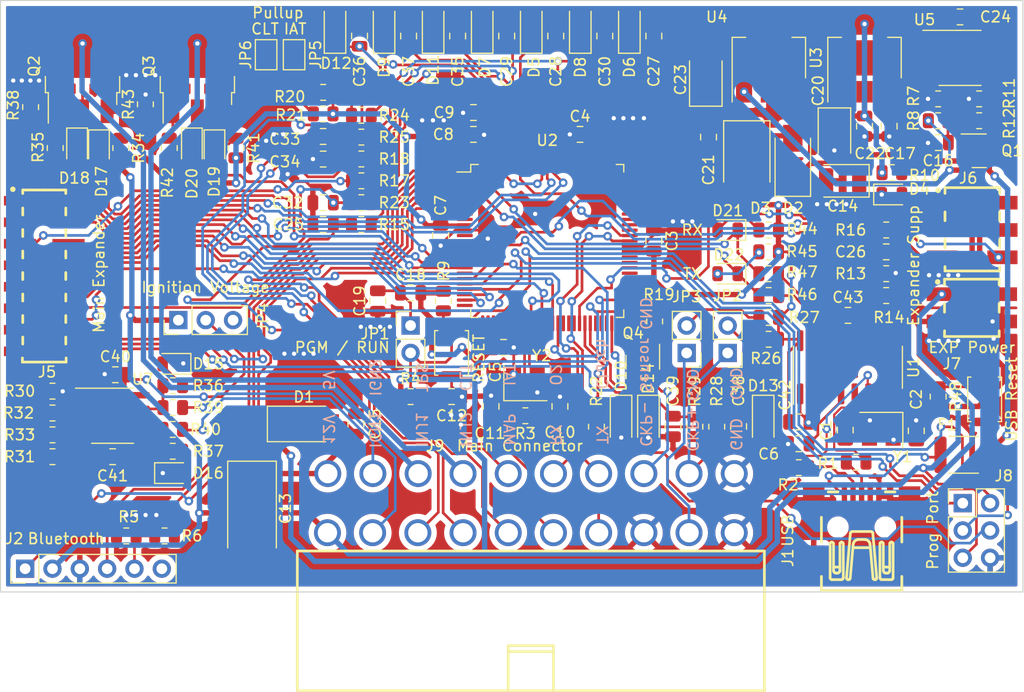
<source format=kicad_pcb>
(kicad_pcb (version 20211014) (generator pcbnew)
  (layers (0 "F.Cu" signal) (31 "B.Cu" signal) (34 "B.Paste" user) (35 "F.Paste" user) (36 "B.SilkS" user "B.Silkscreen") (37 "F.SilkS" user "F.Silkscreen") (38 "B.Mask" user) (39 "F.Mask" user) (44 "Edge.Cuts" user))
  (net 0 "")
  (net 1 "GND")
  (net 2 "/MCU/AREF")
  (net 3 "/MCU/XTAL1")
  (net 4 "/MCU/XTAL2")
  (net 5 "RESET")
  (net 6 "+5V")
  (net 7 "Pin_A8")
  (net 8 "Pin_A4")
  (net 9 "Pin_A3")
  (net 10 "Pin_A5")
  (net 11 "Pin_A2")
  (net 12 "Pin_A0")
  (net 13 "Pin_A1")
  (net 14 "Pin_D19")
  (net 15 "Pin_D18")
  (net 16 "VRegIn")
  (net 17 "Net-(F1-Pad1)")
  (net 18 "Pin_D3")
  (net 19 "Pin_D0")
  (net 20 "Pin_D1")
  (net 21 "MAP(EXP)")
  (net 22 "Pin_D38")
  (net 23 "Pin_D40")
  (net 24 "Pin_D8")
  (net 25 "Pin_D9")
  (net 26 "Pin_D4")
  (net 28 "Pin_D5")
  (net 31 "Pin_D17")
  (net 32 "Pin_D16")
  (net 34 "Pin_D6")
  (net 35 "Pin_D7")
  (net 37 "Pin_D52")
  (net 38 "Pin_D51")
  (net 39 "Pin_D50")
  (net 40 "Pin_D10")
  (net 41 "Pin_D11")
  (net 42 "Pin_D12")
  (net 43 "Pin_D13")
  (net 47 "Pin_D49")
  (net 49 "Pin_D47")
  (net 51 "Pin_D45")
  (net 54 "Pin_D21")
  (net 55 "Pin_D20")
  (net 68 "Pin_D15")
  (net 69 "Pin_D14")
  (net 85 "Pin_A15")
  (net 86 "Pin_A14")
  (net 87 "Pin_A13")
  (net 88 "Pin_A12")
  (net 89 "Pin_A11")
  (net 90 "Pin_A10")
  (net 91 "Pin_A9")
  (net 92 "Pin_A7")
  (net 93 "Pin_A6")
  (net 94 "+BATT")
  (net 95 "O2_Sensor")
  (net 96 "TPS_Sensor")
  (net 97 "IAT_Sensor")
  (net 98 "CLT_Sensor")
  (net 99 "INJ-1-OUT")
  (net 100 "INJ-2-OUT")
  (net 101 "IGN-2-OUT")
  (net 102 "Pin_D48")
  (net 103 "Pin_D39")
  (net 104 "VR2+")
  (net 105 "VR2-")
  (net 106 "Pin_D53")
  (net 107 "Pin_D27")
  (net 108 "IGN-1-OUT")
  (net 109 "MAP-EXT")
  (net 110 "Clutch_in")
  (net 111 "BOOST-OUT")
  (net 112 "CAM-IN")
  (net 113 "CRANK-IN")
  (net 114 "Pin_D2")
  (net 115 "Net-(J1-Pad2)")
  (net 116 "Net-(J1-Pad3)")
  (net 118 "Net-(C1-Pad2)")
  (net 119 "Net-(C2-Pad2)")
  (net 120 "Net-(C6-Pad2)")
  (net 121 "Net-(C16-Pad1)")
  (net 122 "Net-(C18-Pad1)")
  (net 123 "+3V3")
  (net 124 "VDD")
  (net 125 "Net-(C26-Pad1)")
  (net 126 "Vdrive")
  (net 127 "Net-(C43-Pad1)")
  (net 128 "Net-(C43-Pad2)")
  (net 129 "Net-(D4-Pad2)")
  (net 130 "Net-(D15-Pad2)")
  (net 131 "Net-(D16-Pad2)")
  (net 132 "Net-(D17-Pad1)")
  (net 133 "Net-(D17-Pad2)")
  (net 134 "Net-(D19-Pad1)")
  (net 135 "Net-(D19-Pad2)")
  (net 136 "Net-(D21-Pad2)")
  (net 137 "Net-(D22-Pad2)")
  (net 138 "USBVCC")
  (net 139 "Net-(J2-Pad5)")
  (net 141 "Net-(JP2-Pad2)")
  (net 142 "Net-(JP3-Pad2)")
  (net 143 "+12V ECC")
  (net 144 "Net-(Q1-Pad1)")
  (net 145 "Net-(Q2-Pad1)")
  (net 146 "Net-(Q3-Pad1)")
  (net 147 "USB D+")
  (net 148 "USB D-")
  (net 149 "Net-(R11-Pad2)")
  (net 150 "Net-(R32-Pad1)")
  (net 151 "Net-(R33-Pad1)")
  (net 152 "Net-(R36-Pad1)")
  (net 153 "Net-(R37-Pad1)")
  (net 154 "Net-(R46-Pad2)")
  (net 155 "Net-(R47-Pad2)")
  (net 162 "Net-(U5-Pad6)")
  (net 165 "Net-(C21-Pad1)")
  (net 166 "Net-(JP5-Pad1)")
  (net 167 "Net-(JP6-Pad1)")
  (net 168 "Net-(Q4-Pad2)")
  (net 169 "Pin_D44")
  (footprint "Package_TO_SOT_SMD:SOT-23" (layer "F.Cu") (at 190.754 74.93)
    (fp_text reference "Q1")
    (fp_text value "FDN340P" hide)
  )
  (footprint "Connector_PinHeader_2.54mm:PinHeader_1x02_P2.54mm_Vertical" (layer "F.Cu") (at 163.576 93.731 180)
    (fp_text reference "JP3")
    (fp_text value "PULL-UP" hide)
  )
  (footprint "Resistor_SMD:R_0805_2012Metric" (layer "F.Cu") (at 164.338 100.584 -90)
    (fp_text reference "R29")
    (fp_text value "1K" hide)
  )
  (footprint "Capacitor_SMD:C_0805_2012Metric" (layer "F.Cu") (at 142.296615 64.262 90)
    (fp_text reference "C35")
    (fp_text value "0.22uF" hide)
  )
  (footprint "Diode_SMD:D_SMA" (layer "F.Cu") (at 128.016 100.33)
    (fp_text reference "D1")
    (fp_text value "B130-13-F" hide)
  )
  (footprint "Diode_SMD:D_SOD-123" (layer "F.Cu") (at 149.133384 63.612 90)
    (fp_text reference "D5")
    (fp_text value "ZMM5V6" hide)
  )
  (footprint "Resistor_SMD:R_0805_2012Metric" (layer "F.Cu") (at 129.8 71.5)
    (fp_text reference "R21")
    (fp_text value "2.49k" hide)
  )
  (footprint "Resistor_SMD:R_0805_2012Metric" (layer "F.Cu") (at 115.824 102.87)
    (fp_text reference "R37")
    (fp_text value "2.4k" hide)
  )
  (footprint "Resistor_SMD:R_0805_2012Metric" (layer "F.Cu") (at 186.944 97.79 -90)
    (fp_text reference "R48")
    (fp_text value "10K" hide)
  )
  (footprint "Crystal:Crystal_SMD_3225-4Pin_3.2x2.5mm" (layer "F.Cu") (at 148.59 96.52)
    (fp_text reference "Y2")
    (fp_text value "16M" hide)
  )
  (footprint "Alpha ECU:Main Connector" (layer "F.Cu") (at 149.1065 114.4845)
    (fp_text reference "J9")
    (fp_text value "Main Connector")
  )
  (footprint "Capacitor_SMD:C_0805_2012Metric" (layer "F.Cu") (at 151.412307 64.262 90)
    (fp_text reference "C28")
    (fp_text value "0.22uF" hide)
  )
  (footprint "Diode_SMD:D_0805_2012Metric_Pad1.15x1.40mm_HandSolder" (layer "F.Cu") (at 117.6 74.676 -90)
    (fp_text reference "D20")
    (fp_text value "1N4148" hide)
  )
  (footprint "Resistor_SMD:R_0805_2012Metric" (layer "F.Cu") (at 137.922 97.79)
    (fp_text reference "R4")
    (fp_text value "10K" hide)
  )
  (footprint "Capacitor_SMD:C_0805_2012Metric" (layer "F.Cu") (at 134.874 88.9 90)
    (fp_text reference "C19")
    (fp_text value "22uF" hide)
  )
  (footprint "LED_SMD:LED_0805_2012Metric" (layer "F.Cu") (at 119.7 74.676 -90)
    (fp_text reference "D19")
    (fp_text value "LED")
  )
  (footprint "Alpha ECU:Expansion 1" (layer "F.Cu") (at 103.886 86.36)
    (fp_text reference "J5")
    (fp_text value "Main Expander")
  )
  (footprint "Capacitor_SMD:C_0805_2012Metric" (layer "F.Cu") (at 165.608 73.66 -90)
    (fp_text reference "C21")
    (fp_text value "0.1uF" hide)
  )
  (footprint "Resistor_SMD:R_0805_2012Metric" (layer "F.Cu") (at 133.35 79.756 180)
    (fp_text reference "R23")
    (fp_text value "470R" hide)
  )
  (footprint "Resistor_SMD:R_0805_2012Metric" (layer "F.Cu") (at 115.5 74.676 -90)
    (fp_text reference "R42")
    (fp_text value "220" hide)
  )
  (footprint "Resistor_SMD:R_0805_2012Metric" (layer "F.Cu") (at 104.648 99.314 180)
    (fp_text reference "R32")
    (fp_text value "1k" hide)
  )
  (footprint "Capacitor_Tantalum_SMD:CP_EIA-3528-21_Kemet-B" (layer "F.Cu") (at 178.07 77.724 180)
    (fp_text reference "C14")
    (fp_text value "10uF" hide)
  )
  (footprint "Capacitor_SMD:C_0805_2012Metric" (layer "F.Cu") (at 151.8 98.7 -90)
    (fp_text reference "C10")
    (fp_text value "20pF" hide)
  )
  (footprint "Resistor_SMD:R_0805_2012Metric" (layer "F.Cu") (at 104.648 97.282)
    (fp_text reference "R30")
    (fp_text value "100k" hide)
  )
  (footprint "Capacitor_SMD:C_0805_2012Metric" (layer "F.Cu") (at 155.970153 64.262 90)
    (fp_text reference "C30")
    (fp_text value "470pf" hide)
  )
  (footprint "Resistor_SMD:R_0805_2012Metric" (layer "F.Cu") (at 179.324 103.886)
    (fp_text reference "R1")
    (fp_text value "0R")
  )
  (footprint "Diode_SMD:D_SOD-123" (layer "F.Cu") (at 160.02 99.914 -90)
    (fp_text reference "D14")
    (fp_text value "ZMM5V6" hide)
  )
  (footprint "Capacitor_SMD:C_0805_2012Metric" (layer "F.Cu") (at 188.976 62.484 180)
    (fp_text reference "C24")
    (fp_text value "0.1uF" hide)
  )
  (footprint "Alpha ECU:Expansion 3" (layer "F.Cu") (at 190.075 89.535)
    (fp_text reference "J7")
    (fp_text value "EXP Power")
  )
  (footprint "Resistor_SMD:R_0805_2012Metric" (layer "F.Cu") (at 171.196 86.36)
    (fp_text reference "R47")
    (fp_text value "10K")
  )
  (footprint "Diode_SMD:D_SOD-123" (layer "F.Cu") (at 157.48 99.914 -90)
    (fp_text reference "D10")
    (fp_text value "ZMM5V6" hide)
  )
  (footprint "Capacitor_SMD:C_0805_2012Metric" (layer "F.Cu") (at 129.8 75.7 180)
    (fp_text reference "C34")
    (fp_text value "0.1uF" hide)
  )
  (footprint "Capacitor_SMD:C_0805_2012Metric" (layer "F.Cu") (at 137.922 88.138)
    (fp_text reference "C18")
    (fp_text value "22uF" hide)
  )
  (footprint "Resistor_SMD:R_0805_2012Metric" (layer "F.Cu") (at 104.648 101.346 180)
    (fp_text reference "R33")
    (fp_text value "1k" hide)
  )
  (footprint "Resistor_SMD:R_0805_2012Metric" (layer "F.Cu") (at 115.824 100.838 180)
    (fp_text reference "R40")
    (fp_text value "10R" hide)
  )
  (footprint "LED_SMD:LED_0805_2012Metric" (layer "F.Cu") (at 182.642 78.994)
    (fp_text reference "D4")
    (fp_text value "+3.3V" hide)
  )
  (footprint "Capacitor_SMD:C_0805_2012Metric" (layer "F.Cu") (at 182.118 84.328)
    (fp_text reference "C26")
    (fp_text value "0.1uF" hide)
  )
  (footprint "Capacitor_SMD:C_0805_2012Metric" (layer "F.Cu") (at 110.236 103.378)
    (fp_text reference "C41")
    (fp_text value "1uF" hide)
  )
  (footprint "Resistor_SMD:R_0805_2012Metric" (layer "F.Cu") (at 104.902 74.676 -90)
    (fp_text reference "R35")
    (fp_text value "220" hide)
  )
  (footprint "Resistor_SMD:R_0805_2012Metric" (layer "F.Cu") (at 182.118 88.392)
    (fp_text reference "R14")
    (fp_text value "3.9k" hide)
  )
  (footprint "Resistor_SMD:R_0805_2012Metric" (layer "F.Cu") (at 171.196 90.424)
    (fp_text reference "R27")
    (fp_text value "1k" hide)
  )
  (footprint "Connector_PinHeader_2.54mm:PinHeader_1x03_P2.54mm_Vertical" (layer "F.Cu") (at 116.347 90.678 90)
    (fp_text reference "JP4")
    (fp_text value "Ignition Voltage")
  )
  (footprint "Capacitor_SMD:C_0805_2012Metric" (layer "F.Cu") (at 184.912 100.969 -90)
    (fp_text reference "C2")
    (fp_text value "22pF" hide)
  )
  (footprint "Resistor_SMD:R_0805_2012Metric" (layer "F.Cu") (at 190.754 70.104 180)
    (fp_text reference "R12")
    (fp_text value "10K" hide)
  )
  (footprint "Resistor_SMD:R_0805_2012Metric" (layer "F.Cu") (at 133.35 75.692 180)
    (fp_text reference "R18")
    (fp_text value "470R" hide)
  )
  (footprint "Package_TO_SOT_SMD:SOT-223-3_TabPin2" (layer "F.Cu") (at 171.212 66.294 90)
    (fp_text reference "U4")
    (fp_text value "LM2940S-5.0/NOPB" hide)
  )
  (footprint "Capacitor_SMD:C_0805_2012Metric" (layer "F.Cu") (at 178.308 100.903 -90)
    (fp_text reference "C1")
    (fp_text value "22pF" hide)
  )
  (footprint "Resistor_SMD:R_0805_2012Metric" (layer "F.Cu") (at 115.062 110.744 180)
    (fp_text reference "R6")
    (fp_text value "1k" hide)
  )
  (footprint "LED_SMD:LED_0805_2012Metric" (layer "F.Cu") (at 115.824 104.902)
    (fp_text reference "D16")
    (fp_text value "LED" hide)
  )
  (footprint "Capacitor_SMD:C_0805_2012Metric" (layer "F.Cu") (at 178.562 90.235)
    (fp_text reference "C43")
    (fp_text value "100nF" hide)
  )
  (footprint "Capacitor_SMD:C_0805_2012Metric" (layer "F.Cu") (at 110.49 95.758)
    (fp_text reference "C40")
    (fp_text value "0.1uF" hide)
  )
  (footprint "Capacitor_SMD:C_0805_2012Metric" (layer "F.Cu") (at 137.738769 64.262 90)
    (fp_text reference "C37")
    (fp_text value "0.22uF" hide)
  )
  (footprint "Resistor_SMD:R_0805_2012Metric" (layer "F.Cu") (at 110.998 74.676 -90)
    (fp_text reference "R34")
    (fp_text value "220" hide)
  )
  (footprint "Button_Switch_SMD:SW_Push_SPST_NO_Alps_SKRK" (layer "F.Cu") (at 141.732 93.726 90)
    (fp_text reference "RESET1" hide)
    (fp_text value "RESET")
  )
  (footprint "Connector_PinHeader_2.54mm:PinHeader_1x02_P2.54mm_Vertical" (layer "F.Cu") (at 167.386 93.731 180)
    (fp_text reference "JP2")
    (fp_text value "PULL-UP" hide)
  )
  (footprint "Diode_SMD:D_SOD-123" (layer "F.Cu") (at 135.459846 63.612 90)
    (fp_text reference "D9")
    (fp_text value "ZMM5V6" hide)
  )
  (footprint "Package_TO_SOT_SMD:TO-252-3_TabPin2" (layer "F.Cu") (at 107.442 67.056 90)
    (fp_text reference "Q2")
    (fp_text value "STD95N2LH5" hide)
  )
  (footprint "Connector_PinHeader_2.54mm:PinHeader_1x02_P2.54mm_Vertical" (layer "F.Cu") (at 137.922 91.181)
    (fp_text reference "JP1")
    (fp_text value "PGM / RUN")
  )
  (footprint "Resistor_SMD:R_0805_2012Metric" (layer "F.Cu") (at 182.118 82.296)
    (fp_text reference "R16")
    (fp_text value "470R" hide)
  )
  (footprint "Jumper:SolderJumper-2_P1.3mm_Open_Pad1.0x1.5mm" (layer "F.Cu") (at 127.1 66 90)
    (fp_text reference "JP5")
    (fp_text value "PULL-UP" hide)
  )
  (footprint "Resistor_SMD:R_0805_2012Metric" (layer "F.Cu") (at 102.616 70.866 -90)
    (fp_text reference "R38")
    (fp_text value "220" hide)
  )
  (footprint "Resistor_SMD:R_0805_2012Metric" (layer "F.Cu") (at 104.648 103.378 180)
    (fp_text reference "R31")
    (fp_text value "100k" hide)
  )
  (footprint "Capacitor_SMD:C_0805_2012Metric" (layer "F.Cu") (at 153.67 73.406)
    (fp_text reference "C4")
    (fp_text value "0.1uF" hide)
  )
  (footprint "LED_SMD:LED_0805_2012Metric" (layer "F.Cu") (at 167.386 82.296 180)
    (fp_text reference "D21")
    (fp_text value "LED" hide)
  )
  (footprint "Resistor_SMD:R_0805_2012Metric" (layer "F.Cu") (at 115.824 96.774)
    (fp_text reference "R36")
    (fp_text value "2.4k" hide)
  )
  (footprint "Diode_SMD:D_SOD-123" (layer "F.Cu") (at 130.902 63.612 90)
    (fp_text reference "D12")
    (fp_text value "ZMM5V6" hide)
  )
  (footprint "Capacitor_SMD:C_0805_2012Metric" (layer "F.Cu") (at 173.99 100.141 180)
    (fp_text reference "C42")
    (fp_text value "100nF" hide)
  )
  (footprint "Package_TO_SOT_SMD:TO-252-3_TabPin2" (layer "F.Cu") (at 118.11 67.056 90)
    (fp_text reference "Q3")
    (fp_text value "STD95N2LH5" hide)
  )
  (footprint "Resistor_SMD:R_0805_2012Metric" (layer "F.Cu") (at 129.8 69.5 180)
    (fp_text reference "R20")
    (fp_text value "2.49k" hide)
  )
  (footprint "Resistor_SMD:R_0805_2012Metric" (layer "F.Cu") (at 133.35 71.628 180)
    (fp_text reference "R24")
    (fp_text value "470R" hide)
  )
  (footprint "Diode_SMD:D_SMB" (layer "F.Cu") (at 169.164 75.692 -90)
    (fp_text reference "D3")
    (fp_text value "1SMB5919BT3G" hide)
  )
  (footprint "Resistor_SMD:R_0805_2012Metric" (layer "F.Cu") (at 182.118 86.36 180)
    (fp_text reference "R13")
    (fp_text value "1k" hide)
  )
  (footprint "Capacitor_SMD:C_0805_2012Metric" (layer "F.Cu") (at 129.794 81.788 180)
    (fp_text reference "C25")
    (fp_text value "0.1uF" hide)
  )
  (footprint "Resistor_SMD:R_0805_2012Metric" (layer "F.Cu") (at 186.944 72.136)
    (fp_text reference "R7")
    (fp_text value "10K" hide)
  )
  (footprint "Diode_SMD:D_SOD-123" (layer "F.Cu") (at 153.69123 63.612 90)
    (fp_text reference "D8")
    (fp_text value "ZMM5V6" hide)
  )
  (footprint "Resistor_SMD:R_0805_2012Metric" (layer "F.Cu") (at 173.99 104.394 180)
    (fp_text reference "R2")
    (fp_text value "0R")
  )
  (footprint "Capacitor_SMD:C_0805_2012Metric" (layer "F.Cu") (at 143.764 73.406 180)
    (fp_text reference "C8")
    (fp_text value "1uF" hide)
  )
  (footprint "Resistor_SMD:R_0805_2012Metric" (layer "F.Cu") (at 133.35 77.724 180)
    (fp_text reference "R17")
    (fp_text value "470R" hide)
  )
  (footprint "Package_SO:SOIC-8_3.9x4.9mm_P1.27mm" (layer "F.Cu") (at 188.976 66.294)
    (fp_text reference "U5")
    (fp_text value "LM358" hide)
  )
  (footprint "Capacitor_SMD:C_0805_2012Metric" (layer "F.Cu") (at 129.794 73.6 180)
    (fp_text reference "C33")
    (fp_text value "0.1uF" hide)
  )
  (footprint "Alpha ECU:USB Connector" (layer "F.Cu") (at 179.832 109.982)
    (fp_text reference "J1")
    (fp_text value "USB")
  )
  (footprint "Resistor_SMD:R_0805_2012Metric" (layer "F.Cu") (at 171.196 88.392)
    (fp_text reference "R46")
    (fp_text value "10K")
  )
  (footprint "Capacitor_SMD:C_0805_2012Metric" (layer "F.Cu") (at 173.99 102.173)
    (fp_text reference "C6")
    (fp_text value "20pF" hide)
  )
  (footprint "Resistor_SMD:R_0805_2012Metric" (layer "F.Cu") (at 133.35 81.788 180)
    (fp_text reference "R15")
    (fp_text value "470R" hide)
  )
  (footprint "Crystal:Crystal_SMD_3225-4Pin_3.2x2.5mm" (layer "F.Cu") (at 181.662 100.903 180)
    (fp_text reference "Y1")
    (fp_text value "12M" hide)
  )
  (footprint "Resistor_SMD:R_0805_2012Metric" (layer "F.Cu") (at 113.284 70.612 -90)
    (fp_text reference "R43")
    (fp_text value "220" hide)
  )
  (footprint "Diode_SMD:D_SOD-123" (layer "F.Cu") (at 140.017692 63.612 90)
    (fp_text reference "D11")
    (fp_text value "ZMM5V6" hide)
  )
  (footprint "Package_TO_SOT_SMD:SOT-23" (layer "F.Cu") (at 159.5 94.6 -90)
    (fp_text reference "Q4")
    (fp_text value "PN2222A" hide)
  )
  (footprint "Capacitor_SMD:C_0805_2012Metric" (layer "F.Cu") (at 141.732 97.79)
    (fp_text reference "C12")
    (fp_text value "0.1uF" hide)
  )
  (footprint "Button_Switch_SMD:SW_Push_SPST_NO_Alps_SKRK" (layer "F.Cu") (at 191.262 98.044 90)
    (fp_text reference "SW1" hide)
    (fp_text value "USB Reset")
  )
  (footprint "Resistor_SMD:R_0805_2012Metric" (layer "F.Cu") (at 111.506 110.744 180)
    (fp_text reference "R5")
    (fp_text value "2k" hide)
  )
  (footprint "Resistor_SMD:R_0805_2012Metric" (layer "F.Cu") (at 182.642 76.962)
    (fp_text reference "R10")
    (fp_text value "510" hide)
  )
  (footprint "Resistor_SMD:R_0805_2012Metric" (layer "F.Cu") (at 166.37 100.584 -90)
    (fp_text reference "R28")
    (fp_text value "1K" hide)
  )
  (footprint "Resistor_SMD:R_0805_2012Metric" (layer "F.Cu") (at 121.7 74.676 -90)
    (fp_text reference "R41")
    (fp_text value "220")
  )
  (footprint "Resistor_SMD:R_0805_2012Metric" (layer "F.Cu") (at 160.6 90.8 90)
    (fp_text reference "R19")
    (fp_text value "220" hide)
  )
  (footprint "Resistor_SMD:R_0805_2012Metric" (layer "F.Cu") (at 140.97 88.9 90)
    (fp_text reference "R9")
    (fp_text value "10k" hide)
  )
  (footprint "Resistor_SMD:R_0805_2012Metric" (layer "F.Cu") (at 155.194 100.584 90)
    (fp_text reference "R22")
    (fp_text value "1k" hide)
  )
  (footprint "Fuse:Fuse_1812_4532Metric" (layer "F.Cu") (at 189.3 103.2)
    (fp_text reference "F1")
    (fp_text value "Polyfuse" hide)
  )
  (footprint "Connector_PinHeader_2.54mm:PinHeader_1x06_P2.54mm_Vertical" (layer "F.Cu") (at 102.108 113.792 90)
    (fp_text reference "J2")
    (fp_text value "Bluetooth")
  )
  (footprint "LED_SMD:LED_0805_2012Metric" (layer "F.Cu") (at 167.386 86.36 180)
    (fp_text reference "D22")
    (fp_text value "LED" hide)
  )
  (footprint "Resistor_SMD:R_0805_2012Metric" (layer "F.Cu") (at 133.35 73.66 180)
    (fp_text reference "R25")
    (fp_text value "470R" hide)
  )
  (footprint "Diode_SMD:D_0805_2012Metric_Pad1.15x1.40mm_HandSolder" (layer "F.Cu") (at 106.934 74.676 -90)
    (fp_text reference "D18")
    (fp_text value "1N4148" hide)
  )
  (footprint "Alpha ECU:Expansion 2" (layer "F.Cu") (at 190.119 82.296)
    (fp_text reference "J6")
    (fp_text value "Expander Supp")
  )
  (footprint "Capacitor_SMD:C_0805_2012Metric" (layer "F.Cu") (at 146.558 93.218 180)
    (fp_text reference "C5")
    (fp_text value "0.1uF" hide)
  )
  (footprint "Resistor_SMD:R_0805_2012Metric" (layer "F.Cu") (at 190.754 72.136)
    (fp_text reference "R11")
    (fp_text value "10K" hide)
  )
  (footprint "Capacitor_SMD:C_0805_2012Metric" (layer "F.Cu") (at 132.842 100.33 90)
    (fp_text reference "C15")
    (fp_text value "0.1uF" hide)
  )
  (footprint "Resistor_SMD:R_0805_2012Metric" (layer "F.Cu") (at 148.59 99.568 180)
    (fp_text reference "R3")
    (fp_text value "1M" hide)
  )
  (footprint "Capacitor_SMD:C_0805_2012Metric" (layer "F.Cu") (at 160.528 64.262 90)
    (fp_text reference "C27")
    (fp_text value "0.22uF" hide)
  )
  (footprint "Capacitor_SMD:C_0805_2012Metric" (layer "F.Cu") (at 168.402 100.564 90)
    (fp_text reference "C38")
    (fp_text value "0.01uF" hide)
  )
  (footprint "Package_SO:SOIC-8_3.9x4.9mm_P1.27mm" (layer "F.Cu") (at 110.236 99.568)
    (fp_text reference "U7")
    (fp_text value "TC4424A" hide)
  )
  (footprint "Resistor_SMD:R_0805_2012Metric" (layer "F.Cu") (at 115.824 98.806 180)
    (fp_text reference "R39")
    (fp_text value "10R" hide)
  )
  (footprint "Diode_SMD:D_SOD-123" (layer "F.Cu") (at 170.688 99.914 -90)
    (fp_text reference "D13")
    (fp_text value "ZMM5V6" hide)
  )
  (footprint "Capacitor_SMD:C_0805_2012Metric" (layer "F.Cu") (at 160.528 83.312 -90)
    (fp_text reference "C3")
    (fp_text value "0.1uF" hide)
  )
  (footprint "LED_SMD:LED_0805_2012Metric" (layer "F.Cu") (at 115.824 94.742 180)
    (fp_text reference "D15")
    (fp_text value "LED" hide)
  )
  (footprint "Resistor_SMD:R_0805_2012Metric" (layer "F.Cu") (at 171.196 82.296)
    (fp_text reference "R44")
    (fp_text value "220")
  )
  (footprint "Diode_SMD:D_SOD-123" (layer "F.Cu") (at 144.575538 63.612 90)
    (fp_text reference "D7")
    (fp_text value "ZMM5V6" hide)
  )
  (footprint "Package_TO_SOT_SMD:SOT-223-3_TabPin2" (layer "F.Cu") (at 180.102 66.294 90)
    (fp_text reference "U3")
    (fp_text value "AMS1117-3.3" hide)
  )
  (footprint "Diode_SMD:D_SOD-123" (layer "F.Cu") (at 158.249076 63.612 90)
    (fp_text reference "D6")
    (fp_text value "ZMM5V6" hide)
  )
  (footprint "Capacitor_Tantalum_SMD:CP_EIA-3528-21_Kemet-B" (layer "F.Cu") (at 177.308 73.406 -90)
    (fp_text reference "C20")
    (fp_text value "10uF" hide)
  )
  (footprint "Resistor_SMD:R_0805_2012Metric" (layer "F.Cu") (at 186.944 70.104 180)
    (fp_text reference "R8")
    (fp_text value "10K" hide)
  )
  (footprint "Capacitor_SMD:C_0805_2012Metric" (layer "F.Cu") (at 133.180923 64.262 90)
    (fp_text reference "C36")
    (fp_text value "0.22uF" hide)
  )
  (footprint "Capacitor_SMD:C_0805_2012Metric" (layer "F.Cu") (at 182.388 72.644 -90)
    (fp_text reference "C17")
    (fp_text value "0.1uF" hide)
  )
  (footprint "Jumper:SolderJumper-2_P1.3mm_Open_Pad1.0x1.5mm" (layer "F.Cu") (at 124.5 66 90)
    (fp_text reference "JP6")
    (fp_text value "PULL-UP" hide)
  )
  (footprint "Capacitor_Tantalum_SMD:CP_EIA-3528-21_Kemet-B" (layer "F.Cu") (at 165.354 68.326 90)
    (fp_text reference "C23")
    (fp_text value "47uF" hide)
  )
  (footprint "LED_SMD:LED_0805_2012Metric" (layer "F.Cu") (at 108.966 74.676 -90)
    (fp_text reference "D17")
    (fp_text value "LED" hide)
  )
  (footprint "Capacitor_SMD:C_0805_2012Metric" (layer "F.Cu") (at 180.102 72.644 -90)
    (fp_text reference "C22")
    (fp_text value "0.1uF" hide)
  )
  (footprint "Capacitor_SMD:C_0805_2012Metric" (layer "F.Cu") (at 145.4 98.7 -90)
    (fp_text reference "C11")
    (fp_text value "20pF" hide)
  )
  (footprint "Capacitor_SMD:C_0805_2012Metric" (layer "F.Cu") (at 186.944 74.168 180)
    (fp_text reference "C16")
    (fp_text value "0.1uF" hide)
  )
  (footprint "Resistor_SMD:R_0805_2012Metric" (layer "F.Cu") (at 171.196 84.328)
    (fp_text reference "R45")
    (fp_text value "220")
  )
  (footprint "Connector_PinHeader_2.54mm:PinHeader_2x03_P2.54mm_Vertical" (layer "F.Cu") (at 189.23 107.696)
    (fp_text reference "J8")
    (fp_text value "Prog Port")
  )
  (footprint "Capacitor_SMD:C_0805_2012Metric" (layer "F.Cu") (at 140.716 82.804 90)
    (fp_text reference "C7")
    (fp_text value "0.1uF" hide)
  )
  (footprint "Capacitor_SMD:C_0805_2012Metric" (layer "F.Cu") (at 146.854461 64.262 -90)
    (fp_text reference "C29")
    (fp_text value "470pf" hide)
  )
  (footprint "Resistor_SMD:R_0805_2012Metric" (layer "F.Cu") (at 171.196 92.456)
    (fp_text reference "R26")
    (fp_text value "1k" hide)
  )
  (footprint "Package_SO:SOIC-16_3.9x9.9mm_P1.27mm" (layer "F.Cu") (at 178.562 95.061 90)
    (fp_text reference "U1")
    (fp_text value "CH340G" hide)
  )
  (footprint "Capacitor_SMD:C_0805_2012Metric" (layer "F.Cu") (at 129.794 79.756 180)
    (fp_text reference "C32")
    (fp_text value "0.1uF" hide)
  )
  (footprint "Package_QFP:TQFP-100_14x14mm_P0.5mm" (layer "F.Cu") (at 150.622 83.312)
    (fp_text reference "U2")
    (fp_text value "ATmega2560-16A" hide)
  )
  (footprint "Diode_SMD:D_SMA" (layer "F.Cu") (at 173.4396 75.76613 90)
    (fp_text reference "D2")
    (fp_text value "B130-13-F" hide)
  )
  (footprint "Capacitor_SMD:C_0805_2012Metric" (layer "F.Cu") (at 143.764 71.374 180)
    (fp_text reference "C9")
    (fp_text value "0.1uF" hide)
  )
  (footprint "Capacitor_SMD:C_0805_2012Metric" (layer "F.Cu") (at 162.306 100.564 90)
    (fp_text reference "C39")
    (fp_text value "0.1uF" hide)
  )
  (footprint "Capacitor_Tantalum_SMD:CP_EIA-7343-31_Kemet-D" (layer "F.Cu") (at 123.19 108.204 -90)
    (fp_text reference "C13")
    (fp_text value "10uF" hide)
  )
  (gr_line locked (start 99.822 115.951) (end 99.822 60.96) (layer "Edge.Cuts") (width 0.1))
  (gr_line locked (start 99.822 115.951) (end 194.818 115.951) (layer "Edge.Cuts") (width 0.1))
  (gr_line locked (start 194.818 115.951) (end 194.818 60.96) (layer "Edge.Cuts") (width 0.1))
  (gr_line locked (start 99.822 60.96) (end 194.818 60.96) (layer "Edge.Cuts") (width 0.1))
  (gr_text "5V" (at 130.302 96.266 -90) (layer "B.SilkS") (effects (font (size 1 1)) (justify mirror)))
  (gr_text "GND" (at 168.148 101.3 -90) (layer "B.SilkS") (effects (font (size 1 1)) (justify mirror)))
  (gr_text "RX" (at 151.384 101.346 -90) (layer "B.SilkS") (effects (font (size 1 1)) (justify mirror)))
  (gr_text "IGN2" (at 134.62 96.012 -90) (layer "B.SilkS") (effects (font (size 1 1)) (justify mirror)))
  (gr_text "IGN1" (at 134.62 100.838 -90) (layer "B.SilkS") (effects (font (size 1 1)) (justify mirror)))
  (gr_text "TX" (at 155.702 101.346 -90) (layer "B.SilkS") (effects (font (size 1 1)) (justify mirror)))
  (gr_text "MAP" (at 147.066 100.838 -90) (layer "B.SilkS") (effects (font (size 1 1)) (justify mirror)))
  (gr_text "INJ1" (at 138.938 100.838 -90) (layer "B.SilkS") (effects (font (size 1 1)) (justify mirror)))
  (gr_text "CKP-" (at 159.766 100.33 -90) (layer "B.SilkS") (effects (font (size 1 1)) (justify mirror)))
  (gr_text "Clutch" (at 155.702 94.742 -90) (layer "B.SilkS") (effects (font (size 1 1)) (justify mirror)))
  (gr_text "Sensor GND" (at 159.766 92.964 -90) (layer "B.SilkS") (effects (font (size 1 1)) (justify mirror)))
  (gr_text "GND" (at 164.1 96.7 -90) (layer "B.SilkS") (effects (font (size 1 1)) (justify mirror)))
  (gr_text "O2" (at 151.384 95.758 -90) (layer "B.SilkS") (effects (font (size 1 1)) (justify mirror)))
  (gr_text "12V" (at 130.302 100.838 -90) (layer "B.SilkS") (effects (font (size 1 1)) (justify mirror)))
  (gr_text "CLT" (at 143.002 96.012 -90) (layer "B.SilkS") (effects (font (size 1 1)) (justify mirror)))
  (gr_text "CKP+" (at 164.1 100.8 -90) (layer "B.SilkS") (effects (font (size 1 1)) (justify mirror)))
  (gr_text "TPS" (at 138.938 96.012 -90) (layer "B.SilkS") (effects (font (size 1 1)) (justify mirror)))
  (gr_text "INJ2" (at 143.002 100.838 -90) (layer "B.SilkS") (effects (font (size 1 1)) (justify mirror)))
  (gr_text "GND" (at 168.148 96.6 -90) (layer "B.SilkS") (effects (font (size 1 1)) (justify mirror)))
  (gr_text "IAT" (at 147.066 95.758 -90) (layer "B.SilkS") (effects (font (size 1 1)) (justify mirror)))
  (gr_text "RX" (at 164.084 82.296) (layer "F.SilkS") (effects (font (size 1 1))))
  (gr_text "CLT" (at 124.4 63.6) (layer "F.SilkS") (effects (font (size 1 1))))
  (gr_text "Pullup" (at 125.6 62.1) (layer "F.SilkS") (effects (font (size 1 1))))
  (gr_text "TX" (at 164.084 86.36) (layer "F.SilkS") (effects (font (size 1 1))))
  (gr_text "IAT" (at 127.2 63.6) (layer "F.SilkS") (effects (font (size 1 1))))
  (segment (start 147 82) (end 148.3 82) (width 0.25) (layer "F.Cu") (net 1))
  (segment (start 158.2845 83.812) (end 159.439827 83.812) (width 0.25) (layer "F.Cu") (net 1))
  (segment (start 128.844 78.444) (end 128.2 77.8) (width 0.25) (layer "F.Cu") (net 1))
  (segment (start 174.117 97.536) (end 174.117 99.318) (width 0.25) (layer "F.Cu") (net 1))
  (segment (start 128.844 79.756) (end 128.844 81.656) (width 0.25) (layer "F.Cu") (net 1))
  (segment (start 147.622 90.9745) (end 147.622 93.104) (width 0.25) (layer "F.Cu") (net 1))
  (segment (start 142.072 82.312) (end 140.716 83.668) (width 0.25) (layer "F.Cu") (net 1))
  (segment (start 146.2 82) (end 147 82) (width 0.25) (layer "F.Cu") (net 1))
  (segment (start 152.766 73.406) (end 152.72 73.406) (width 0.25) (layer "F.Cu") (net 1))
  (segment (start 128.844 73.6) (end 128.844 75.694) (width 0.25) (layer "F.Cu") (net 1))
  (segment (start 128.844 81.656) (end 128.8 81.7) (width 0.25) (layer "F.Cu") (net 1))
  (segment (start 141.732 95.826) (end 141.732 96.84) (width 0.25) (layer "F.Cu") (net 1))
  (segment (start 145.122 73.814) (end 144.754 73.446) (width 0.25) (layer "F.Cu") (net 1))
  (segment (start 147.508 95.692) (end 147.5 95.7) (width 0.25) (layer "F.Cu") (net 1))
  (segment (start 142.9595 82.312) (end 142.072 82.312) (width 0.25) (layer "F.Cu") (net 1))
  (segment (start 174.117 99.318) (end 174.94 100.141) (width 0.25) (layer "F.Cu") (net 1))
  (segment (start 148.3 82) (end 149.5 80.8) (width 0.25) (layer "F.Cu") (net 1))
  (segment (start 140.716 83.668) (end 140.716 83.754) (width 0.25) (layer "F.Cu") (net 1))
  (segment (start 128.844 79.756) (end 128.844 78.444) (width 0.25) (layer "F.Cu") (net 1))
  (segment (start 160.528 82.723827) (end 160.528 82.362) (width 0.25) (layer "F.Cu") (net 1))
  (segment (start 141.732 96.84) (end 142.682 97.79) (width 0.25) (layer "F.Cu") (net 1))
  (segment (start 127.3 77.8) (end 126.6 77.1) (width 0.25) (layer "F.Cu") (net 1))
  (segment (start 144.312 82.312) (end 145.1 83.1) (width 0.25) (layer "F.Cu") (net 1))
  (segment (start 154.122 75.6495) (end 154.122 74.762) (width 0.25) (layer "F.Cu") (net 1))
  (segment (start 126.6 77.1) (end 126.5 77.1) (width 0.25) (layer "F.Cu") (net 1))
  (segment (start 154.122 74.762) (end 152.766 73.406) (width 0.25) (layer "F.Cu") (net 1))
  (segment (start 128.2 77.8) (end 127.3 77.8) (width 0.25) (layer "F.Cu") (net 1))
  (segment (start 144.754 73.446) (end 144.714 73.406) (width 0.25) (layer "F.Cu") (net 1))
  (segment (start 147.508 93.218) (end 147.508 95.692) (width 0.25) (layer "F.Cu") (net 1))
  (segment (start 159.439827 83.812) (end 160.528 82.723827) (width 0.25) (layer "F.Cu") (net 1))
  (segment (start 145.122 75.6495) (end 145.122 73.814) (width 0.25) (layer "F.Cu") (net 1))
  (segment (start 147.622 93.104) (end 147.508 93.218) (width 0.25) (layer "F.Cu") (net 1))
  (segment (start 142.9595 82.312) (end 144.312 82.312) (width 0.25) (layer "F.Cu") (net 1))
  (segment (start 128.844 75.694) (end 128.85 75.7) (width 0.25) (layer "F.Cu") (net 1))
  (segment (start 145.1 83.1) (end 146.2 82) (width 0.25) (layer "F.Cu") (net 1))
  (via (at 140.716 83.754) (size 0.8) (drill 0.4) (layers "F.Cu" "B.Cu") (net 1))
  (via (at 186.1 92.6) (size 0.8) (drill 0.4) (layers "F.Cu" "B.Cu") (net 1))
  (via (at 178.4 79.9) (size 0.8) (drill 0.4) (layers "F.Cu" "B.Cu") (net 1))
  (via (at 112.4 67.9) (size 0.8) (drill 0.4) (layers "F.Cu" "B.Cu") (net 1))
  (via (at 111.5 67.9) (size 0.8) (drill 0.4) (layers "F.Cu" "B.Cu") (net 1))
  (via (at 128 93.8) (size 0.8) (drill 0.4) (layers "F.Cu" "B.Cu") (net 1))
  (via (at 187 92.6) (size 0.8) (drill 0.4) (layers "F.Cu" "B.Cu") (net 1))
  (via (at 147.508 93.218) (size 0.8) (drill 0.4) (layers "F.Cu" "B.Cu") (net 1))
  (via (at 111.5 108.8) (size 0.8) (drill 0.4) (layers "F.Cu" "B.Cu") (net 1))
  (via (at 180.6 100) (size 0.8) (drill 0.4) (layers "F.Cu" "B.Cu") (net 1))
  (via (at 187.9 86.5) (size 0.8) (drill 0.4) (layers "F.Cu" "B.Cu") (net 1))
  (via (at 136 91.3) (size 0.8) (drill 0.4) (layers "F.Cu" "B.Cu") (net 1))
  (via (at 163.2 81.5) (size 0.8) (drill 0.4) (layers "F.Cu" "B.Cu") (net 1))
  (via (at 101.8 68.4) (size 0.8) (drill 0.4) (layers "F.Cu" "B.Cu") (net 1))
  (via (at 139 72.1) (size 0.8) (drill 0.4) (layers "F.Cu" "B.Cu") (net 1))
  (via (at 183 86.3) (size 0.8) (drill 0.4) (layers "F.Cu" "B.Cu") (net 1))
  (via (at 184.9 100) (size 0.8) (drill 0.4) (layers "F.Cu" "B.Cu") (net 1))
  (via (at 173 102.2) (size 0.8) (drill 0.4) (layers "F.Cu" "B.Cu") (net 1))
  (via (at 186 70.1) (size 0.8) (drill 0.4) (layers "F.Cu" "B.Cu") (net 1))
  (via (at 176.6 79.9) (size 0.8) (drill 0.4) (layers "F.Cu" "B.Cu") (net 1))
  (via (at 113.3 69.7) (size 0.8) (drill 0.4) (layers "F.Cu" "B.Cu") (net 1))
  (via (at 134.2 91.3) (size 0.8) (drill 0.4) (layers "F.Cu" "B.Cu") (net 1))
  (via (at 126.2 93.8) (size 0.8) (drill 0.4) (layers "F.Cu" "B.Cu") (net 1))
  (via (at 177.5 79.9) (size 0.8) (drill 0.4) (layers "F.Cu" "B.Cu") (net 1))
  (via (at 141 72.1) (size 0.8) (drill 0.4) (layers "F.Cu" "B.Cu") (net 1))
  (via (at 186.1 86.5) (size 0.8) (drill 0.4) (layers "F.Cu" "B.Cu") (net 1))
  (via (at 149.7 97.4) (size 0.8) (drill 0.4) (layers "F.Cu" "B.Cu") (net 1))
  (via (at 142.7 97.8) (size 0.8) (drill 0.4) (layers "F.Cu" "B.Cu") (net 1))
  (via (at 114.2 67.9) (size 0.8) (drill 0.4) (layers "F.Cu" "B.Cu") (net 1))
  (via (at 177.3 74.9) (size 0.8) (drill 0.4) (layers "F.Cu" "B.Cu") (net 1))
  (via (at 175.7 79.9) (size 0.8) (drill 0.4) (layers "F.Cu" "B.Cu") (net 1))
  (via (at 152.72 73.406) (size 0.8) (drill 0.4) (layers "F.Cu" "B.Cu") (net 1))
  (via (at 105.6 97.3) (size 0.8) (drill 0.4) (layers "F.Cu" "B.Cu") (net 1))
  (via (at 133.3 91.3) (size 0.8) (drill 0.4) (layers "F.Cu" "B.Cu") (net 1))
  (via (at 116.8 94.7) (size 0.8) (drill 0.4) (layers "F.Cu" "B.Cu") (net 1))
  (via (at 147.5 95.7) (size 0.8) (drill 0.4) (layers "F.Cu" "B.Cu") (net 1))
  (via (at 187 86.5) (size 0.8) (drill 0.4) (layers "F.Cu" "B.Cu") (net 1))
  (via (at 158.6 71.9) (size 0.8) (drill 0.4) (layers "F.Cu" "B.Cu") (net 1))
  (via (at 128.85 75.7) (size 0.8) (drill 0.4) (layers "F.Cu" "B.Cu") (net 1))
  (via (at 124.5 74) (size 0.8) (drill 0.4) (layers "F.Cu" "B.Cu") (net 1))
  (via (at 113.3 108.8) (size 0.8) (drill 0.4) (layers "F.Cu" "B.Cu") (net 1))
  (via (at 135.1 91.3) (size 0.8) (drill 0.4) (layers "F.Cu" "B.Cu") (net 1))
  (via (at 189.8 70.1) (size 0.8) (drill 0.4) (layers "F.Cu" "B.Cu") (net 1))
  (via (at 192.1 92.4) (size 0.8) (drill 0.4) (layers "F.Cu" "B.Cu") (net 1))
  (via (at 187.9 92.6) (size 0.8) (drill 0.4) (layers "F.Cu" "B.Cu") (net 1))
  (via (at 112.4 108.8) (size 0.8) (drill 0.4) (layers "F.Cu" "B.Cu") (net 1))
  (via (at 182.4 73.6) (size 0.8) (drill 0.4) (layers "F.Cu" "B.Cu") (net 1))
  (via (at 109.5 95.7) (size 0.8) (drill 0.4) (layers "F.Cu" "B.Cu") (net 1))
  (via (at 142.8 71.4) (size 0.8) (drill 0.4) (layers "F.Cu" "B.Cu") (net 1))
  (via (at 128.9 93.8) (size 0.8) (drill 0.4) (layers "F.Cu" "B.Cu") (net 1))
  (via (at 160 101.6) (size 0.8) (drill 0.4) (layers "F.Cu" "B.Cu") (net 1))
  (via (at 159.6 71.9) (size 0.8) (drill 0.4) (layers "F.Cu" "B.Cu") (net 1))
  (via (at 162.3 81.5) (size 0.8) (drill 0.4) (layers "F.Cu" "B.Cu") (net 1))
  (via (at 140 72.1) (size 0.8) (drill 0.4) (layers "F.Cu" "B.Cu") (net 1))
  (via (at 101 68.4) (size 0.8) (drill 0.4) (layers "F.Cu" "B.Cu") (net 1))
  (via (at 126.1 73.4) (size 0.8) (drill 0.4) (layers "F.Cu" "B.Cu") (net 1))
  (via (at 141.7 99.5) (size 0.8) (drill 0.4) (layers "F.Cu" "B.Cu") (net 1))
  (via (at 149.5 80.8) (size 0.8) (drill 0.4) (layers "F.Cu" "B.Cu") (net 1))
  (via (at 192 90.8) (size 0.8) (drill 0.4) (layers "F.Cu" "B.Cu") (net 1))
  (via (at 174.9 100.2) (size 0.8) (drill 0.4) (layers "F.Cu" "B.Cu") (net 1))
  (via (at 188.8 92.6) (size 0.8) (drill 0.4) (layers "F.Cu" "B.Cu") (net 1))
  (via (at 114.3 108.8) (size 0.8) (drill 0.4) (layers "F.Cu" "B.Cu") (net 1))
  (via (at 142.6 100.4) (size 0.8) (drill 0.4) (layers "F.Cu" "B.Cu") (net 1))
  (via (at 182.8 101.8) (size 0.8) (drill 0.4) (layers "F.Cu" "B.Cu") (net 1))
  (via (at 113.3 67.9) (size 0.8) (drill 0.4) (layers "F.Cu" "B.Cu") (net 1))
  (via (at 145.4 97.7) (size 0.8) (drill 0.4) (layers "F.Cu" "B.Cu") (net 1))
  (via (at 126.5 77.1) (size 0.8) (drill 0.4) (layers "F.Cu" "B.Cu") (net 1))
  (via (at 142.6 99.5) (size 0.8) (drill 0.4) (layers "F.Cu" "B.Cu") (net 1))
  (via (at 127.1 93.8) (size 0.8) (drill 0.4) (layers "F.Cu" "B.Cu") (net 1))
  (via (at 188.8 86.5) (size 0.8) (drill 0.4) (layers "F.Cu" "B.Cu") (net 1))
  (via (at 114.9 104.9) (size 0.8) (drill 0.4) (layers "F.Cu" "B.Cu") (net 1))
  (via (at 157.5 101.6) (size 0.8) (drill 0.4) (layers "F.Cu" "B.Cu") (net 1))
  (via (at 125.2 73.4) (size 0.8) (drill 0.4) (layers "F.Cu" "B.Cu") (net 1))
  (via (at 186 74.2) (size 0.8) (drill 0.4) (layers "F.Cu" "B.Cu") (net 1))
  (via (at 145.1 83.1) (size 0.8) (drill 0.4) (layers "F.Cu" "B.Cu") (net 1))
  (via (at 144.754 73.446) (size 0.8) (drill 0.4) (layers "F.Cu" "B.Cu") (net 1))
  (via (at 156.8 71.9) (size 0.8) (drill 0.4) (layers "F.Cu" "B.Cu") (net 1))
  (via (at 103.4 68.4) (size 0.8) (drill 0.4) (layers "F.Cu" "B.Cu") (net 1))
  (via (at 157.7 71.9) (size 0.8) (drill 0.4) (layers "F.Cu" "B.Cu") (net 1))
  (via (at 164.1 81.5) (size 0.8) (drill 0.4) (layers "F.Cu" "B.Cu") (net 1))
  (via (at 151.8 97.8) (size 0.8) (drill 0.4) (layers "F.Cu" "B.Cu") (net 1))
  (via (at 180.1 73.6) (size 0.8) (drill 0.4) (layers "F.Cu" "B.Cu") (net 1))
  (via (at 181.7 79) (size 0.8) (drill 0.4) (layers "F.Cu" "B.Cu") (net 1))
  (via (at 102.6 68.4) (size 0.8) (drill 0.4) (layers "F.Cu" "B.Cu") (net 1))
  (segment (start 127.45 77.1) (end 128.85 75.7) (width 0.25) (layer "B.Cu") (net 1))
  (segment (start 126.5 77.1) (end 127.45 77.1) (width 0.25) (layer "B.Cu") (net 1))
  (segment (start 145.622 72.282) (end 144.714 71.374) (width 0.25) (layer "F.Cu") (net 2))
  (segment (start 145.622 75.6495) (end 145.622 72.282) (width 0.25) (layer "F.Cu") (net 2))
  (segment (start 148.622 92.157431) (end 148.965 92.500431) (width 0.25) (layer "F.Cu") (net 3))
  (segment (start 150.715 98.3555) (end 149.5025 99.568) (width 0.25) (layer "F.Cu") (net 3))
  (segment (start 149.69 95.67) (end 149.94 95.67) (width 0.25) (layer "F.Cu") (net 3))
  (segment (start 148.622 90.9745) (end 148.622 92.157431) (width 0.25) (layer "F.Cu") (net 3))
  (segment (start 148.965 94.945) (end 149.69 95.67) (width 0.25) (layer "F.Cu") (net 3))
  (segment (start 150.715 96.445) (end 150.715 98.3555) (width 0.25) (layer "F.Cu") (net 3))
  (segment (start 148.965 92.500431) (end 148.965 94.945) (width 0.25) (layer "F.Cu") (net 3))
  (segment (start 149.5025 99.568) (end 151.718 99.568) (width 0.25) (layer "F.Cu") (net 3))
  (segment (start 149.94 95.67) (end 150.715 96.445) (width 0.25) (layer "F.Cu") (net 3))
  (segment (start 151.718 99.568) (end 151.8 99.65) (width 0.25) (layer "F.Cu") (net 3))
  (segment (start 147.49 97.37) (end 147.49 99.3805) (width 0.25) (layer "F.Cu") (net 4))
  (segment (start 148.515 96.595) (end 147.74 97.37) (width 0.25) (layer "F.Cu") (net 4))
  (segment (start 147.74 97.37) (end 147.49 97.37) (width 0.25) (layer "F.Cu") (net 4))
  (segment (start 147.6775 99.568) (end 145.482 99.568) (width 0.25) (layer "F.Cu") (net 4))
  (segment (start 148.122 92.293827) (end 148.515 92.686827) (width 0.25) (layer "F.Cu") (net 4))
  (segment (start 147.49 99.3805) (end 147.6775 99.568) (width 0.25) (layer "F.Cu") (net 4))
  (segment (start 148.515 92.686827) (end 148.515 96.595) (width 0.25) (layer "F.Cu") (net 4))
  (segment (start 148.122 90.9745) (end 148.122 92.293827) (width 0.25) (layer "F.Cu") (net 4))
  (segment (start 145.482 99.568) (end 145.4 99.65) (width 0.25) (layer "F.Cu") (net 4))
  (segment (start 137.922 96.8775) (end 138.8345 97.79) (width 0.25) (layer "F.Cu") (net 5))
  (segment (start 146.580396 89.8) (end 146.622 89.841604) (width 0.25) (layer "F.Cu") (net 5))
  (segment (start 182.512701 104.312701) (end 182.512701 103.581487) (width 0.25) (layer "F.Cu") (net 5))
  (segment (start 140.97 89.8125) (end 140.97 90.864) (width 0.25) (layer "F.Cu") (net 5))
  (segment (start 137.922 93.721) (end 137.922 96.8775) (width 0.25) (layer "F.Cu") (net 5))
  (segment (start 146.622 89.841604) (end 146.622 90.9745) (width 0.25) (layer "F.Cu") (net 5))
  (segment (start 141.732 91.626) (end 142.574 91.626) (width 0.25) (layer "F.Cu") (net 5))
  (segment (start 186.775 106.375) (end 185.55 105.15) (width 0.25) (layer "F.Cu") (net 5))
  (segment (start 149 84.685592) (end 149 87.463604) (width 0.25) (layer "F.Cu") (net 5))
  (segment (start 189.23 112.776) (end 190.501162 111.504838) (width 0.25) (layer "F.Cu") (net 5))
  (segment (start 144.4 89.8) (end 146.580396 89.8) (width 0.25) (layer "F.Cu") (net 5))
  (segment (start 140.97 90.864) (end 141.732 91.626) (width 0.25) (layer "F.Cu") (net 5))
  (segment (start 140.782 97.79) (end 138.8345 97.79) (width 0.25) (layer "F.Cu") (net 5))
  (segment (start 141.732 91.626) (end 141.732 94.068) (width 0.25) (layer "F.Cu") (net 5))
  (segment (start 142.574 91.626) (end 144.4 89.8) (width 0.25) (layer "F.Cu") (net 5))
  (segment (start 141.2 94.6) (end 138.801 94.6) (width 0.25) (layer "F.Cu") (net 5))
  (segment (start 182.512701 103.581487) (end 182.466991 103.535777) (width 0.25) (layer "F.Cu") (net 5))
  (segment (start 185.55 105.15) (end 183.35 105.15) (width 0.25) (layer "F.Cu") (net 5))
  (segment (start 141.732 94.068) (end 141.2 94.6) (width 0.25) (layer "F.Cu") (net 5))
  (segment (start 190.501162 111.504838) (end 190.501162 106.601162) (width 0.25) (layer "F.Cu") (net 5))
  (segment (start 183.35 105.15) (end 182.512701 104.312701) (width 0.25) (layer "F.Cu") (net 5))
  (segment (start 138.801 94.6) (end 137.922 93.721) (width 0.25) (layer "F.Cu") (net 5))
  (segment (start 149 87.463604) (end 146.622 89.841604) (width 0.25) (layer "F.Cu") (net 5))
  (segment (start 148.619155 84.304747) (end 149 84.685592) (width 0.25) (layer "F.Cu") (net 5))
  (segment (start 190.275 106.375) (end 186.775 106.375) (width 0.25) (layer "F.Cu") (net 5))
  (segment (start 190.501162 106.601162) (end 190.275 106.375) (width 0.25) (layer "F.Cu") (net 5))
  (via (at 148.619155 84.304747) (size 0.8) (drill 0.4) (layers "F.Cu" "B.Cu") (net 5))
  (via (at 182.466991 103.535777) (size 0.8) (drill 0.4) (layers "F.Cu" "B.Cu") (net 5))
  (segment (start 176.113604 103.15) (end 173.55 100.586396) (width 0.25) (layer "B.Cu") (net 5))
  (segment (start 173.55 91.786397) (end 171.313603 89.55) (width 0.25) (layer "B.Cu") (net 5))
  (segment (start 182.081214 103.15) (end 182.466991 103.535777) (width 0.25) (layer "B.Cu") (net 5))
  (segment (start 181.9 103.15) (end 176.113604 103.15) (width 0.25) (layer "B.Cu") (net 5))
  (segment (start 149.264408 84.95) (end 148.619155 84.304747) (width 0.25) (layer "B.Cu") (net 5))
  (segment (start 166.75 89.55) (end 162.15 84.95) (width 0.25) (layer "B.Cu") (net 5))
  (segment (start 162.15 84.95) (end 149.264408 84.95) (width 0.25) (layer "B.Cu") (net 5))
  (segment (start 173.55 100.586396) (end 173.55 91.786397) (width 0.25) (layer "B.Cu") (net 5))
  (segment (start 181.9 103.15) (end 182.081214 103.15) (width 0.25) (layer "B.Cu") (net 5))
  (segment (start 171.313603 89.55) (end 166.75 89.55) (width 0.25) (layer "B.Cu") (net 5))
  (segment (start 186.944 98.7025) (end 188.8025 98.7025) (width 0.5) (layer "F.Cu") (net 6))
  (segment (start 172.9 80) (end 173.4396 79.4604) (width 0.5) (layer "F.Cu") (net 6))
  (segment (start 142.7 93.2) (end 144.126 94.626) (width 0.5) (layer "F.Cu") (net 6))
  (segment (start 190.6975 98.7025) (end 193 96.4) (width 0.5) (layer "F.Cu") (net 6))
  (segment (start 139.9 90.6) (end 138.872 89.572) (width 0.5) (layer "F.Cu") (net 6))
  (segment (start 179.6075 76.0925) (end 175.11323 76.0925) (width 0.5) (layer "F.Cu") (net 6))
  (segment (start 154.622 75.6495) (end 154.622 73.408) (width 0.25) (layer "F.Cu") (net 6))
  (segment (start 190.638172 105.925) (end 191.77 107.056828) (width 0.25) (layer "F.Cu") (net 6))
  (segment (start 173.3 86.5) (end 173.3 84.7) (width 0.25) (layer "F.Cu") (net 6))
  (segment (start 154.726 73.3) (end 154.62 73.406) (width 0.5) (layer "F.Cu") (net 6))
  (segment (start 139.4745 81.9) (end 140.67 81.9) (width 0.5) (layer "F.Cu") (net 6))
  (segment (start 182.388 71.694) (end 182.388 69.458) (width 0.5) (layer "F.Cu") (net 6))
  (segment (start 137.0095 96.2095) (end 137 96.2) (width 0.5) (layer "F.Cu") (net 6))
  (segment (start 142.62 73.6) (end 142.814 73.406) (width 0.5) (layer "F.Cu") (net 6))
  (segment (start 175.11323 76.0925) (end 173.4396 77.76613) (width 0.5) (layer "F.Cu") (net 6))
  (segment (start 191.035 88.265) (end 190.8 88.03) (width 0.5) (layer "F.Cu") (net 6))
  (segment (start 172.05 79.95) (end 167.05 79.95) (width 0.5) (layer "F.Cu") (net 6))
  (segment (start 144.622 75.6495) (end 144.622 74.822) (width 0.25) (layer "F.Cu") (net 6))
  (segment (start 144.622 74.822) (end 144.3 74.5) (width 0.25) (layer "F.Cu") (net 6))
  (segment (start 160.4 73.3) (end 154.726 73.3) (width 0.5) (layer "F.Cu") (net 6))
  (segment (start 154.622 73.408) (end 154.62 73.406) (width 0.25) (layer "F.Cu") (net 6))
  (segment (start 173.04 100.141) (end 173.04 93.663) (width 0.25) (layer "F.Cu") (net 6))
  (segment (start 111.875451 77.400049) (end 110.998 76.522598) (width 0.5) (layer "F.Cu") (net 6))
  (segment (start 172.1085 82.296) (end 172.1085 84.328) (width 0.5) (layer "F.Cu") (net 6))
  (segment (start 160.478 84.312) (end 160.528 84.262) (width 0.25) (layer "F.Cu") (net 6))
  (segment (start 137.0095 97.79) (end 137.0095 96.2095) (width 0.5) (layer "F.Cu") (net 6))
  (segment (start 193 96.4) (end 193 95) (width 0.5) (layer "F.Cu") (net 6))
  (segment (start 144.126 94.626) (end 144.2 94.626) (width 0.5) (layer "F.Cu") (net 6))
  (segment (start 110.998 75.5885) (end 113.2885 75.5885) (width 0.5) (layer "F.Cu") (net 6))
  (segment (start 138.9 81.3255) (end 139.4745 81.9) (width 0.5) (layer "F.Cu") (net 6))
  (segment (start 114.022 90.678) (end 116.347 90.678) (width 0.5) (layer "F.Cu") (net 6))
  (segment (start 172.1085 92.456) (end 173.987 92.456) (width 0.25) (layer "F.Cu") (net 6))
  (segment (start 182.388 71.694) (end 183.394 71.694) (width 0.5) (layer "F.Cu") (net 6))
  (segment (start 130.7125 69.5) (end 130.7125 71.5) (width 0.25) (layer "F.Cu") (net 6))
  (segment (start 139.9 93.8755) (end 139.9 90.6) (width 0.5) (layer "F.Cu") (net 6))
  (segment (start 191.77 107.056828) (end 191.77 107.696) (width 0.25) (layer "F.Cu") (net 6))
  (segment (start 128.352 108.6) (end 130.198 110.446) (width 0.5) (layer "F.Cu") (net 6))
  (segment (start 183.394 71.694) (end 184.3 72.6) (width 0.5) (layer "F.Cu") (net 6))
  (segment (start 190.2 89.1) (end 191.035 88.265) (width 0.5) (layer "F.Cu") (net 6))
  (segment (start 144.2 94.626) (end 145.608 93.218) (width 0.5) (layer "F.Cu") (net 6))
  (segment (start 138.872 89.572) (end 138.872 88.138) (width 0.5) (layer "F.Cu") (net 6))
  (segment (start 112.348 90.7) (end 114 90.7) (width 0.5) (layer "F.Cu") (net 6))
  (segment (start 140.758 81.812) (end 140.716 81.854) (width 0.25) (layer "F.Cu") (net 6))
  (segment (start 160.528 86.928) (end 161.4 87.8) (width 0.5) (layer "F.Cu") (net 6))
  (segment (start 173.4396 79.4604) (end 173.4396 77.76613) (width 0.5) (layer "F.Cu") (net 6))
  (segment (start 110.998 76.522598) (end 110.998 75.5885) (width 0.5) (layer "F.Cu") (net 6))
  (segment (start 142.9595 81.812) (end 140.758 81.812) (width 0.25) (layer "F.Cu") (net 6))
  (segment (start 114.4 76.7) (end 115.6245 77.9245) (width 0.5) (layer "F.Cu") (net 6))
  (segment (start 144.2 96.2) (end 144.2 94.626) (width 0.5) (layer "F.Cu") (net 6))
  (segment (start 172.276 90.424) (end 173.3 89.4) (width 0.25) (layer "F.Cu") (net 6))
  (segment (start 172.1085 82.296) (end 172.1085 80.0085) (width 0.5) (layer "F.Cu") (net 6))
  (segment (start 172.1085 90.424) (end 172.276 90.424) (width 0.25) (layer "F.Cu") (net 6))
  (segment (start 161.4 87.8) (end 161.9 88.3) (width 0.5) (layer "F.Cu") (net 6))
  (segment (start 172.1085 80.0085) (end 172.1 80) (width 0.5) (layer "F.Cu") (net 6))
  (segment (start 184.88 75.88) (end 189.8165 75.88) (width 0.5) (layer "F.Cu") (net 6))
  (segment (start 138.872 88.138) (end 140.8195 88.138) (width 0.5) (layer "F.Cu") (net 6))
  (segment (start 111.8755 90.2275) (end 112.348 90.7) (width 0.5) (layer "F.Cu") (net 6))
  (segment (start 193 95) (end 190.2 92.2) (width 0.5) (layer "F.Cu") (net 6))
  (segment (start 118.289831 108.610169) (end 118.3 108.6) (width 0.5) (layer "F.Cu") (net 6))
  (segment (start 140.8195 88.138) (end 140.97 87.9875) (width 0.5) (layer "F.Cu") (net 6))
  (segment (start 186.961396 105.925) (end 190.638172 105.925) (width 0.25) (layer "F.Cu") (net 6))
  (segment (start 190.8 76.8635) (end 189.8165 75.88) (width 0.5) (layer "F.Cu") (net 6))
  (segment (start 140.67 81.9) (end 140.716 81.854) (width 0.5) (layer "F.Cu") (net 6))
  (segment (start 158.2845 84.312) (end 160.478 84.312) (width 0.25) (layer "F.Cu") (net 6))
  (segment (start 143.908 74.5) (end 142.814 73.406) (width 0.25) (layer "F.Cu") (net 6))
  (segment (start 147.122 91.878) (end 145.782 93.218) (width 0.25) (layer "F.Cu") (net 6))
  (segment (start 184.3 72.6) (end 184.3 75.3) (width 0.5) (layer "F.Cu") (net 6))
  (segment (start 172.1 80) (end 172.05 79.95) (width 0.5) (layer "F.Cu") (net 6))
  (segment (start 145.782 93.218) (end 145.608 93.218) (width 0.25) (layer "F.Cu") (net 6))
  (segment (start 190.2 92.2) (end 190.2 89.1) (width 0.5) (layer "F.Cu") (net 6))
  (segment (start 185.571318 104.425813) (end 185.571318 104.534922) (width 0.25) (layer "F.Cu") (net 6))
  (segment (start 184.3 75.3) (end 180.4 75.3) (width 0.5) (layer "F.Cu") (net 6))
  (segment (start 179.6075 76.0925) (end 179.6075 77.724) (width 0.5) (layer "F.Cu") (net 6))
  (segment (start 172.1 80) (end 172.9 80) (width 0.5) (layer "F.Cu") (net 6))
  (segment (start 182.388 69.458) (end 182.402 69.444) (width 0.5) (layer "F.Cu") (net 6))
  (segment (start 173.286549 86.513451) (end 173.3 86.5) (width 0.25) (layer "F.Cu") (net 6))
  (segment (start 167.05 79.95) (end 160.4 73.3) (width 0.5) (layer "F.Cu") (net 6))
  (segment (start 173.987 92.456) (end 174.117 92.586) (width 0.25) (layer "F.Cu") (net 6))
  (segment (start 173.04 93.663) (end 174.117 92.586) (width 0.25) (layer "F.Cu") (net 6))
  (segment (start 160.528 84.262) (end 160.528 86.928) (width 0.5) (layer "F.Cu") (net 6))
  (segment (start 137.534346 73.6) (end 142.62 73.6) (width 0.5) (layer "F.Cu") (net 6))
  (segment (start 114 90.7) (end 114.022 90.678) (width 0.5) (layer "F.Cu") (net 6))
  (segment (start 161.9 88.3) (end 168.7 88.3) (width 0.5) (layer "F.Cu") (net 6))
  (segment (start 184.3 75.3) (end 184.88 75.88) (width 0.5) (layer "F.Cu") (net 6))
  (segment (start 180.4 75.3) (end 179.6075 76.0925) (width 0.5) (layer "F.Cu") (net 6))
  (segment (start 188.8025 98.7025) (end 190.6975 98.7025) (width 0.5) (layer "F.Cu") (net 6))
  (segment (start 185.571318 104.534922) (end 186.961396 105.925) (width 0.25) (layer "F.Cu") (net 6))
  (segment (start 113.2885 75.5885) (end 114.4 76.7) (width 0.5) (layer "F.Cu") (net 6))
  (segment (start 144.3 74.5) (end 143.908 74.5) (width 0.25) (layer "F.Cu") (net 6))
  (segment (start 173.3 84.7) (end 172.928 84.328) (width 0.25) (layer "F.Cu") (net 6))
  (segment (start 115.6245 77.9245) (end 121.7 77.9245) (width 0.5) (layer "F.Cu") (net 6))
  (segment (start 147.122 90.9745) (end 147.122 91.878) (width 0.25) (layer "F.Cu") (net 6))
  (segment (start 172.928 84.328) (end 172.1085 84.328) (width 0.25) (layer "F.Cu") (net 6))
  (segment (start 172.1085 90.424) (end 172.1085 92.456) (width 0.25) (layer "F.Cu") (net 6))
  (segment (start 118.3 108.6) (end 128.352 108.6) (width 0.5) (layer "F.Cu") (net 6))
  (segment (start 190.8 88.03) (end 190.8 76.8635) (width 0.5) (layer "F.Cu") (net 6))
  (segment (start 191.035 88.265) (end 192.875 88.265) (width 0.5) (layer "F.Cu") (net 6))
  (via (at 138.9 81.3255) (size 0.8) (drill 0.4) (layers "F.Cu" "B.Cu") (net 6))
  (via (at 172.1085 84.328) (size 0.8) (drill 0.4) (layers "F.Cu" "B.Cu") (net 6))
  (via (at 121.7 75.5885) (size 0.8) (drill 0.4) (layers "F.Cu" "B.Cu") (net 6))
  (via (at 111.875451 77.400049) (size 0.8) (drill 0.4) (layers "F.Cu" "B.Cu") (net 6))
  (via (at 118.289831 108.610169) (size 0.8) (drill 0.4) (layers "F.Cu" "B.Cu") (net 6))
  (via (at 144.2 96.2) (size 0.8) (drill 0.4) (layers "F.Cu" "B.Cu") (net 6))
  (via (at 137 96.2) (size 0.8) (drill 0.4) (layers "F.Cu" "B.Cu") (net 6))
  (via (at 173.286549 86.513451) (size 0.8) (drill 0.4) (layers "F.Cu" "B.Cu") (net 6))
  (via (at 172.1 80) (size 0.8) (drill 0.4) (layers "F.Cu" "B.Cu") (net 6))
  (via (at 139.9 93.8755) (size 0.8) (drill 0.4) (layers "F.Cu" "B.Cu") (net 6))
  (via (at 130.7125 71.5) (size 0.8) (drill 0.4) (layers "F.Cu" "B.Cu") (net 6))
  (via (at 168.7 88.3) (size 0.8) (drill 0.4) (layers "F.Cu" "B.Cu") (net 6))
  (via (at 111.8755 90.2275) (size 0.8) (drill 0.4) (layers "F.Cu" "B.Cu") (net 6))
  (via (at 137.534346 73.6) (size 0.8) (drill 0.4) (layers "F.Cu" "B.Cu") (net 6))
  (via (at 188.8025 98.7025) (size 0.8) (drill 0.4) (layers "F.Cu" "B.Cu") (net 6))
  (via (at 121.7 77.9245) (size 0.8) (drill 0.4) (layers "F.Cu" "B.Cu") (net 6))
  (via (at 173.3 89.4) (size 0.8) (drill 0.4) (layers "F.Cu" "B.Cu") (net 6))
  (via (at 142.7 93.2) (size 0.8) (drill 0.4) (layers "F.Cu" "B.Cu") (net 6))
  (via (at 185.571318 104.425813) (size 0.8) (drill 0.4) (layers "F.Cu" "B.Cu") (net 6))
  (segment (start 168.7 88.3) (end 172.1085 84.8915) (width 0.5) (layer "B.Cu") (net 6))
  (segment (start 118.289831 108.610169) (end 118.289831 109.910169) (width 0.5) (layer "B.Cu") (net 6))
  (segment (start 173.3 86.526902) (end 173.286549 86.513451) (width 0.25) (layer "B.Cu") (net 6))
  (segment (start 171.3 111) (end 169.9 112.4) (width 0.5) (layer "B.Cu") (net 6))
  (segment (start 185.571318 104.425813) (end 186.374187 104.425813) (width 0.5) (layer "B.Cu") (net 6))
  (segment (start 186.374187 104.425813) (end 188.8025 101.9975) (width 0.5) (layer "B.Cu") (net 6))
  (segment (start 112.025 77.549598) (end 112.025 90.078) (width 0.5) (layer "B.Cu") (net 6))
  (segment (start 118.289831 109.910169) (end 116.6 111.6) (width 0.5) (layer "B.Cu") (net 6))
  (segment (start 137.534346 79.959846) (end 138.9 81.3255) (width 0.5) (layer "B.Cu") (net 6))
  (segment (start 137.534346 73.6) (end 137.534346 79.959846) (width 0.5) (layer "B.Cu") (net 6))
  (segment (start 144.8 103.7) (end 144.8 112.3) (width 0.5) (layer "B.Cu") (net 6))
  (segment (start 106.84 111.6) (end 104.648 113.792) (width 0.5) (layer "B.Cu") (net 6))
  (segment (start 143.9 102.8) (end 144.8 103.7) (width 0.5) (layer "B.Cu") (net 6))
  (segment (start 143.9 96.5) (end 143.9 102.8) (width 0.5) (layer "B.Cu") (net 6))
  (segment (start 121.7 77.9245) (end 121.7 75.5885) (width 0.5) (layer "B.Cu") (net 6))
  (segment (start 121.7 75.5885) (end 121.7 74.3) (width 0.5) (layer "B.Cu") (net 6))
  (segment (start 118.289831 108.610169) (end 118.3 108.6) (width 0.5) (layer "B.Cu") (net 6))
  (segment (start 135.434346 71.5) (end 130.7125 71.5) (width 0.5) (layer "B.Cu") (net 6))
  (segment (start 132.152 112.4) (end 130.198 110.446) (width 0.5) (layer "B.Cu") (net 6))
  (segment (start 112.025 90.078) (end 111.8755 90.2275) (width 0.5) (layer "B.Cu") (net 6))
  (segment (start 144.2 96.2) (end 137 96.2) (width 0.5) (layer "B.Cu") (net 6))
  (segment (start 173.3 89.4) (end 173.3 86.526902) (width 0.25) (layer "B.Cu") (net 6))
  (segment (start 183.4 106) (end 173.4 106) (width 0.5) (layer "B.Cu") (net 6))
  (segment (start 137.534346 73.6) (end 135.434346 71.5) (width 0.5) (layer "B.Cu") (net 6))
  (segment (start 185.571318 104.425813) (end 184.974187 104.425813) (width 0.5) (layer "B.Cu") (net 6))
  (segment (start 116.6 111.6) (end 106.84 111.6) (width 0.5) (layer "B.Cu") (net 6))
  (segment (start 184.974187 104.425813) (end 183.4 106) (width 0.5) (layer "B.Cu") (net 6))
  (segment (start 173.4 106) (end 171.3 108.1) (width 0.5) (layer "B.Cu") (net 6))
  (segment (start 124.5 71.5) (end 130.7125 71.5) (width 0.5) (layer "B.Cu") (net 6))
  (segment (start 171.3 108.1) (end 171.3 111) (width 0.5) (layer "B.Cu") (net 6))
  (segment (start 111.875451 77.400049) (end 112.025 77.549598) (width 0.5) (layer "B.Cu") (net 6))
  (segment (start 188.8025 101.9975) (end 188.8025 98.7025) (width 0.5) (layer "B.Cu") (net 6))
  (segment (start 172.1085 84.8915) (end 172.1085 84.328) (width 0.5) (layer "B.Cu") (net 6))
  (segment (start 142.0245 93.8755) (end 139.9 93.8755) (width 0.5) (layer "B.Cu") (net 6))
  (segment (start 144.7 112.4) (end 132.152 112.4) (width 0.5) (layer "B.Cu") (net 6))
  (segment (start 144.2 96.2) (end 143.9 96.5) (width 0.5) (layer "B.Cu") (net 6))
  (segment (start 118.3 108.6) (end 118.3 102.5) (width 0.5) (layer "B.Cu") (net 6))
  (segment (start 142.7 93.2) (end 142.0245 93.8755) (width 0.5) (layer "B.Cu") (net 6))
  (segment (start 169.9 112.4) (end 144.7 112.4) (width 0.5) (layer "B.Cu") (net 6))
  (segment (start 118.3 102.5) (end 111.8755 96.0755) (width 0.5) (layer "B.Cu") (net 6))
  (segment (start 121.7 74.3) (end 124.5 71.5) (width 0.5) (layer "B.Cu") (net 6))
  (segment (start 144.8 112.3) (end 144.7 112.4) (width 0.5) (layer "B.Cu") (net 6))
  (segment (start 111.8755 96.0755) (end 111.8755 90.2275) (width 0.5) (layer "B.Cu") (net 6))
  (segment (start 149.7 78) (end 150.122 77.578) (width 0.25) (layer "F.Cu") (net 7))
  (segment (start 155.711076 67.8) (end 158.249076 65.262) (width 0.25) (layer "F.Cu") (net 7))
  (segment (start 158.249076 65.262) (end 160.478 65.262) (width 0.25) (layer "F.Cu") (net 7))
  (segment (start 150.122 77.578) (end 150.122 75.6495) (width 0.25) (layer "F.Cu") (net 7))
  (segment (start 150.122 75.6495) (end 150.122 69.478) (width 0.25) (layer "F.Cu") (net 7))
  (segment (start 135.35 79.613604) (end 137.431802 77.531802) (width 0.25) (layer "F.Cu") (net 7))
  (segment (start 135.35 79.8) (end 135.35 79.613604) (width 0.25) (layer "F.Cu") (net 7))
  (segment (start 137.431802 77.531802) (end 138.163604 76.8) (width 0.25) (layer "F.Cu") (net 7))
  (segment (start 138.163604 76.8) (end 142.9 76.8) (width 0.25) (layer "F.Cu") (net 7))
  (segment (start 150.122 69.478) (end 151.8 67.8) (width 0.25) (layer "F.Cu") (net 7))
  (segment (start 135.35 80.7005) (end 135.35 79.8) (width 0.25) (layer "F.Cu") (net 7))
  (segment (start 142.9 76.8) (end 146.3 76.8) (width 0.25) (layer "F.Cu") (net 7))
  (segment (start 146.3 76.8) (end 147.5 78) (width 0.25) (layer "F.Cu") (net 7))
  (segment (start 151.8 67.8) (end 155.711076 67.8) (width 0.25) (layer "F.Cu") (net 7))
  (segment (start 160.478 65.262) (end 160.528 65.212) (width 0.25) (layer "F.Cu") (net 7))
  (segment (start 134.2625 81.788) (end 135.35 80.7005) (width 0.25) (layer "F.Cu") (net 7))
  (via (at 147.5 78) (size 0.8) (drill 0.4) (layers "F.Cu" "B.Cu") (net 7))
  (via (at 149.7 78) (size 0.8) (drill 0.4) (layers "F.Cu" "B.Cu") (net 7))
  (segment (start 147.5 78) (end 149.7 78) (width 0.25) (layer "B.Cu") (net 7))
  (segment (start 174.025305 82.6) (end 174.225305 82.4) (width 0.25) (layer "F.Cu") (net 8))
  (segment (start 173.3 82.6) (end 174.025305 82.6) (width 0.25) (layer "F.Cu") (net 8))
  (segment (start 174.225305 82.4) (end 181.1015 82.4) (width 0.25) (layer "F.Cu") (net 8))
  (segment (start 149.450305 78.925) (end 152.2275 78.925) (width 0.25) (layer "F.Cu") (net 8))
  (segment (start 149.133384 65.262) (end 151.362307 65.262) (width 0.25) (layer "F.Cu") (net 8))
  (segment (start 151.362307 65.262) (end 151.412307 65.212) (width 0.25) (layer "F.Cu") (net 8))
  (segment (start 148.122 77.596695) (end 149.450305 78.925) (width 0.25) (layer "F.Cu") (net 8))
  (segment (start 181.1015 82.4) (end 181.2055 82.296) (width 0.25) (layer "F.Cu") (net 8))
  (segment (start 148.122 75.6495) (end 148.122 77.596695) (width 0.25) (layer "F.Cu") (net 8))
  (segment (start 152.2275 78.925) (end 153.8 80.4975) (width 0.25) (layer "F.Cu") (net 8))
  (segment (start 148.122 66.273384) (end 149.133384 65.262) (width 0.25) (layer "F.Cu") (net 8))
  (segment (start 148.122 75.6495) (end 148.122 66.273384) (width 0.25) (layer "F.Cu") (net 8))
  (via (at 173.3 82.6) (size 0.8) (drill 0.4) (layers "F.Cu" "B.Cu") (net 8))
  (via (at 153.8 80.4975) (size 0.8) (drill 0.4) (layers "F.Cu" "B.Cu") (net 8))
  (segment (start 166.9 82.6) (end 173.3 82.6) (width 0.25) (layer "B.Cu") (net 8))
  (segment (start 163.9 83.15) (end 166.35 83.15) (width 0.25) (layer "B.Cu") (net 8))
  (segment (start 158.7 83.15) (end 163.9 83.15) (width 0.25) (layer "B.Cu") (net 8))
  (segment (start 166.35 83.15) (end 166.9 82.6) (width 0.25) (layer "B.Cu") (net 8))
  (segment (start 154.3025 81) (end 156.2 81) (width 0.25) (layer "B.Cu") (net 8))
  (segment (start 153.8 80.4975) (end 154.3025 81) (width 0.25) (layer "B.Cu") (net 8))
  (segment (start 156.55 81) (end 158.7 83.15) (width 0.25) (layer "B.Cu") (net 8))
  (segment (start 156.2 81) (end 156.55 81) (width 0.25) (layer "B.Cu") (net 8))
  (segment (start 147.3975 67.5) (end 147.4 67.4975) (width 0.25) (layer "F.Cu") (net 9))
  (segment (start 147.4 67.5025) (end 147.3975 67.5) (width 0.25) (layer "F.Cu") (net 9))
  (segment (start 136.359346 75.627154) (end 136.359346 73.113299) (width 0.25) (layer "F.Cu") (net 9))
  (segment (start 147.4 67.4975) (end 147.4 65.757539) (width 0.25) (layer "F.Cu") (net 9))
  (segment (start 144.575538 65.262) (end 146.804461 65.262) (width 0.25) (layer "F.Cu") (net 9))
  (segment (start 136.95 69.05) (end 138.3 67.7) (width 0.25) (layer "F.Cu") (net 9))
  (segment (start 136.95 72.522645) (end 136.95 69.05) (width 0.25) (layer "F.Cu") (net 9))
  (segment (start 147.622 69.900989) (end 147.4 69.678989) (width 0.25) (layer "F.Cu") (net 9))
  (segment (start 147.4 69.678989) (end 147.4 67.5025) (width 0.25) (layer "F.Cu") (net 9))
  (segment (start 136.359346 73.113299) (end 136.95 72.522645) (width 0.25) (layer "F.Cu") (net 9))
  (segment (start 147.4 65.757539) (end 146.854461 65.212) (width 0.25) (layer "F.Cu") (net 9))
  (segment (start 147.622 75.6495) (end 147.622 69.900989) (width 0.25) (layer "F.Cu") (net 9))
  (segment (start 146.804461 65.262) (end 146.854461 65.212) (width 0.25) (layer "F.Cu") (net 9))
  (segment (start 134.2625 77.724) (end 136.359346 75.627154) (width 0.25) (layer "F.Cu") (net 9))
  (via (at 147.3975 67.5) (size 0.8) (drill 0.4) (layers "F.Cu" "B.Cu") (net 9))
  (via (at 138.3 67.7) (size 0.8) (drill 0.4) (layers "F.Cu" "B.Cu") (net 9))
  (segment (start 138.95 67.05) (end 138.3 67.7) (width 0.25) (layer "B.Cu") (net 9))
  (segment (start 147.3975 67.5) (end 146.9475 67.05) (width 0.25) (layer "B.Cu") (net 9))
  (segment (start 146.9475 67.05) (end 138.95 67.05) (width 0.25) (layer "B.Cu") (net 9))
  (segment (start 153.69123 66.10877) (end 153.69123 65.262) (width 0.25) (layer "F.Cu") (net 10))
  (segment (start 151.6 67.363604) (end 151.6 66.6) (width 0.25) (layer "F.Cu") (net 10))
  (segment (start 148.622 75.6495) (end 148.622 70.341604) (width 0.25) (layer "F.Cu") (net 10))
  (segment (start 151.6 66.6) (end 153.2 66.6) (width 0.25) (layer "F.Cu") (net 10))
  (segment (start 135.909346 72.926903) (end 136.5 72.336249) (width 0.25) (layer "F.Cu") (net 10))
  (segment (start 136.5 68.4745) (end 137.3 67.6745) (width 0.25) (layer "F.Cu") (net 10))
  (segment (start 134.2625 75.692) (end 135.909346 74.045154) (width 0.25) (layer "F.Cu") (net 10))
  (segment (start 136.5 72.336249) (end 136.5 68.4745) (width 0.25) (layer "F.Cu") (net 10))
  (segment (start 148.622 70.341604) (end 151.6 67.363604) (width 0.25) (layer "F.Cu") (net 10))
  (segment (start 153.2 66.6) (end 153.69123 66.10877) (width 0.25) (layer "F.Cu") (net 10))
  (segment (start 153.69123 65.262) (end 155.920153 65.262) (width 0.25) (layer "F.Cu") (net 10))
  (segment (start 155.920153 65.262) (end 155.970153 65.212) (width 0.25) (layer "F.Cu") (net 10))
  (segment (start 135.909346 74.045154) (end 135.909346 72.926903) (width 0.25) (layer "F.Cu") (net 10))
  (via (at 137.3 67.6745) (size 0.8) (drill 0.4) (layers "F.Cu" "B.Cu") (net 10))
  (via (at 151.6 66.6) (size 0.8) (drill 0.4) (layers "F.Cu" "B.Cu") (net 10))
  (segment (start 137.3 67.6745) (end 138.3745 66.6) (width 0.25) (layer "B.Cu") (net 10))
  (segment (start 150.5 66.6) (end 151.6 66.6) (width 0.25) (layer "B.Cu") (net 10))
  (segment (start 138.3745 66.6) (end 150.5 66.6) (width 0.25) (layer "B.Cu") (net 10))
  (segment (start 147.122 70.037385) (end 146.95 69.865385) (width 0.25) (layer "F.Cu") (net 11))
  (segment (start 145.084615 68) (end 142.296615 65.212) (width 0.25) (layer "F.Cu") (net 11))
  (segment (start 137.4 69.7745) (end 139.4 67.7745) (width 0.25) (layer "F.Cu") (net 11))
  (segment (start 137.4 72.709041) (end 137.4 69.7745) (width 0.25) (layer "F.Cu") (net 11))
  (segment (start 147.122 75.6495) (end 147.122 70.037385) (width 0.25) (layer "F.Cu") (net 11))
  (segment (start 134.2625 79.756) (end 136.809346 77.209154) (width 0.25) (layer "F.Cu") (net 11))
  (segment (start 136.809346 77.209154) (end 136.809346 73.299695) (width 0.25) (layer "F.Cu") (net 11))
  (segment (start 136.809346 73.299695) (end 137.4 72.709041) (width 0.25) (layer "F.Cu") (net 11))
  (segment (start 146.95 68.65) (end 146.3 68) (width 0.25) (layer "F.Cu") (net 11))
  (segment (start 146.3 68) (end 145.084615 68) (width 0.25) (layer "F.Cu") (net 11))
  (segment (start 146.95 69.865385) (end 146.95 68.65) (width 0.25) (layer "F.Cu") (net 11))
  (segment (start 140.017692 65.262) (end 142.246615 65.262) (width 0.25) (layer "F.Cu") (net 11))
  (segment (start 142.246615 65.262) (end 142.296615 65.212) (width 0.25) (layer "F.Cu") (net 11))
  (via (at 146.3 68) (size 0.8) (drill 0.4) (layers "F.Cu" "B.Cu") (net 11))
  (via (at 139.4 67.7745) (size 0.8) (drill 0.4) (layers "F.Cu" "B.Cu") (net 11))
  (segment (start 139.4 67.7745) (end 139.6745 67.5) (width 0.25) (layer "B.Cu") (net 11))
  (segment (start 145.8 67.5) (end 146.3 68) (width 0.25) (layer "B.Cu") (net 11))
  (segment (start 145.5 67.5) (end 145.8 67.5) (width 0.25) (layer "B.Cu") (net 11))
  (segment (start 139.6745 67.5) (end 145.5 67.5) (width 0.25) (layer "B.Cu") (net 11))
  (segment (start 144.655911 68.844088) (end 142.761823 66.95) (width 0.25) (layer "F.Cu") (net 12))
  (segment (start 130.902 65.262) (end 133.130923 65.262) (width 0.25) (layer "F.Cu") (net 12))
  (segment (start 133.130923 65.262) (end 133.180923 65.212) (width 0.25) (layer "F.Cu") (net 12))
  (segment (start 136.35 66.95) (end 136.3 66.9) (width 0.25) (layer "F.Cu") (net 12))
  (segment (start 135.6 70.2905) (end 135.6 68.4745) (width 0.25) (layer "F.Cu") (net 12))
  (segment (start 146.122 70.310177) (end 144.655911 68.844088) (width 0.25) (layer "F.Cu") (net 12))
  (segment (start 135.6 68.4745) (end 135.125 67.9995) (width 0.25) (layer "F.Cu") (net 12))
  (segment (start 135.125 67.9995) (end 135.125 67.156077) (width 0.25) (layer "F.Cu") (net 12))
  (segment (start 142.761823 66.95) (end 139.1 66.95) (width 0.25) (layer "F.Cu") (net 12))
  (segment (start 139.1 66.95) (end 136.35 66.95) (width 0.25) (layer "F.Cu") (net 12))
  (segment (start 134.2625 71.628) (end 135.6 70.2905) (width 0.25) (layer "F.Cu") (net 12))
  (segment (start 146.122 75.6495) (end 146.122 70.310177) (width 0.25) (layer "F.Cu") (net 12))
  (segment (start 135.125 67.156077) (end 133.180923 65.212) (width 0.25) (layer "F.Cu") (net 12))
  (via (at 136.3 66.9) (size 0.8) (drill 0.4) (layers "F.Cu" "B.Cu") (net 12))
  (via (at 133.180923 65.212) (size 0.8) (drill 0.4) (layers "F.Cu" "B.Cu") (net 12))
  (segment (start 136.3 66.9) (end 134.868923 66.9) (width 0.25) (layer "B.Cu") (net 12))
  (segment (start 134.868923 66.9) (end 133.180923 65.212) (width 0.25) (layer "B.Cu") (net 12))
  (segment (start 137.738769 65.338769) (end 137.738769 65.212) (width 0.25) (layer "F.Cu") (net 13))
  (segment (start 146.622 70.173781) (end 142.948219 66.5) (width 0.25) (layer "F.Cu") (net 13))
  (segment (start 142.948219 66.5) (end 138.9 66.5) (width 0.25) (layer "F.Cu") (net 13))
  (segment (start 137.688769 65.262) (end 137.738769 65.212) (width 0.25) (layer "F.Cu") (net 13))
  (segment (start 135.575 67.813104) (end 136.05 68.288104) (width 0.25) (layer "F.Cu") (net 13))
  (segment (start 136.05 71.8725) (end 134.2625 73.66) (width 0.25) (layer "F.Cu") (net 13))
  (segment (start 146.622 75.6495) (end 146.622 70.173781) (width 0.25) (layer "F.Cu") (net 13))
  (segment (start 135.459846 65.262) (end 137.688769 65.262) (width 0.25) (layer "F.Cu") (net 13))
  (segment (start 135.575 65.377154) (end 135.575 67.813104) (width 0.25) (layer "F.Cu") (net 13))
  (segment (start 138.9 66.5) (end 137.738769 65.338769) (width 0.25) (layer "F.Cu") (net 13))
  (segment (start 136.05 68.288104) (end 136.05 71.8725) (width 0.25) (layer "F.Cu") (net 13))
  (segment (start 135.459846 65.262) (end 135.575 65.377154) (width 0.25) (layer "F.Cu") (net 13))
  (segment (start 166.4275 99.614) (end 166.37 99.6715) (width 0.25) (layer "F.Cu") (net 14))
  (segment (start 168.402 99.614) (end 166.4275 99.614) (width 0.25) (layer "F.Cu") (net 14))
  (segment (start 169.752 98.264) (end 170.688 98.264) (width 0.25) (layer "F.Cu") (net 14))
  (segment (start 158.8 97.636396) (end 158.8 98.744) (width 0.25) (layer "F.Cu") (net 14))
  (segment (start 156.0495 96.4495) (end 157 97.4) (width 0.25) (layer "F.Cu") (net 14))
  (segment (start 160.656 100.6) (end 165.4415 100.6) (width 0.25) (layer "F.Cu") (net 14))
  (segment (start 156.0495 95.013601) (end 156.0495 96.4495) (width 0.25) (layer "F.Cu") (net 14))
  (segment (start 158.563604 97.4) (end 158.8 97.636396) (width 0.25) (layer "F.Cu") (net 14))
  (segment (start 165.4415 100.6) (end 166.37 99.6715) (width 0.25) (layer "F.Cu") (net 14))
  (segment (start 154.122 90.9745) (end 154.122 93.086101) (width 0.25) (layer "F.Cu") (net 14))
  (segment (start 154.122 93.086101) (end 156.0495 95.013601) (width 0.25) (layer "F.Cu") (net 14))
  (segment (start 157 97.4) (end 158.563604 97.4) (width 0.25) (layer "F.Cu") (net 14))
  (segment (start 158.8 98.744) (end 160.656 100.6) (width 0.25) (layer "F.Cu") (net 14))
  (segment (start 168.402 99.614) (end 169.752 98.264) (width 0.25) (layer "F.Cu") (net 14))
  (segment (start 162.306 99.614) (end 160.956 98.264) (width 0.25) (layer "F.Cu") (net 15))
  (segment (start 156.4995 94.827205) (end 156.4995 96.263104) (width 0.25) (layer "F.Cu") (net 15))
  (segment (start 154.622 92.949705) (end 156.4995 94.827205) (width 0.25) (layer "F.Cu") (net 15))
  (segment (start 164.338 99.6715) (end 162.3635 99.6715) (width 0.25) (layer "F.Cu") (net 15))
  (segment (start 160.956 98.264) (end 160.02 98.264) (width 0.25) (layer "F.Cu") (net 15))
  (segment (start 160.02 98.22) (end 160.02 98.264) (width 0.25) (layer "F.Cu") (net 15))
  (segment (start 154.622 90.9745) (end 154.622 92.949705) (width 0.25) (layer "F.Cu") (net 15))
  (segment (start 156.4995 96.263104) (end 157.186396 96.95) (width 0.25) (layer "F.Cu") (net 15))
  (segment (start 157.186396 96.95) (end 158.75 96.95) (width 0.25) (layer "F.Cu") (net 15))
  (segment (start 162.3635 99.6715) (end 162.306 99.614) (width 0.25) (layer "F.Cu") (net 15))
  (segment (start 158.75 96.95) (end 160.02 98.22) (width 0.25) (layer "F.Cu") (net 15))
  (segment (start 190.1 87.3) (end 190.1 77.4) (width 0.5) (layer "F.Cu") (net 16))
  (segment (start 187.275 88.265) (end 189.065 88.265) (width 0.5) (layer "F.Cu") (net 16))
  (segment (start 126.016 100.33) (end 126.016 102.516) (width 0.5) (layer "F.Cu") (net 16))
  (segment (start 183.0305 88.392) (end 183.1575 88.265) (width 0.25) (layer "F.Cu") (net 16))
  (segment (start 126.016 102.516) (end 126.8 103.3) (width 0.5) (layer "F.Cu") (net 16))
  (segment (start 189.065 88.265) (end 189.1 88.3) (width 0.5) (layer "F.Cu") (net 16))
  (segment (start 183.1575 88.265) (end 187.275 88.265) (width 0.25) (layer "F.Cu") (net 16))
  (segment (start 189.4295 76.7295) (end 188 76.7295) (width 0.5) (layer "F.Cu") (net 16))
  (segment (start 189.1 88.3) (end 190.1 87.3) (width 0.5) (layer "F.Cu") (net 16))
  (segment (start 190.1 77.4) (end 189.4295 76.7295) (width 0.5) (layer "F.Cu") (net 16))
  (via (at 168.912 69.444) (size 0.8) (drill 0.4) (layers "F.Cu" "B.Cu") (net 16))
  (via (at 126.8 103.3) (size 0.8) (drill 0.4) (layers "F.Cu" "B.Cu") (net 16))
  (via (at 187.275 88.265) (size 0.8) (drill 0.4) (layers "F.Cu" "B.Cu") (net 16))
  (via (at 188 76.7295) (size 0.8) (drill 0.4) (layers "F.Cu" "B.Cu") (net 16))
  (via (at 186.0315 72.136) (size 0.8) (drill 0.4) (layers "F.Cu" "B.Cu") (net 16))
  (segment (start 185.2 90.34) (end 187.275 88.265) (width 0.5) (layer "B.Cu") (net 16))
  (segment (start 185.2 93.8) (end 185.2 90.34) (width 0.5) (layer "B.Cu") (net 16))
  (segment (start 190.1 98.7) (end 185.2 93.8) (width 0.5) (layer "B.Cu") (net 16))
  (segment (start 177.468 78) (end 168.912 69.444) (width 0.5) (layer "B.Cu") (net 16))
  (segment (start 188 76.7295) (end 188 74.1045) (width 0.25) (layer "B.Cu") (net 16))
  (segment (start 170.18995 113.1) (end 172 111.289949) (width 0.5) (layer "B.Cu") (net 16))
  (segment (start 126.8 110.9) (end 129 113.1) (width 0.5) (layer "B.Cu") (net 16))
  (segment (start 188 76.7295) (end 186.7295 78) (width 0.5) (layer "B.Cu") (net 16))
  (segment (start 172 108.38995) (end 173.68995 106.7) (width 0.5) (layer "B.Cu") (net 16))
  (segment (start 186.7295 78) (end 177.468 78) (width 0.5) (layer "B.Cu") (net 16))
  (segment (start 190.1 102.1) (end 190.1 98.7) (width 0.5) (layer "B.Cu") (net 16))
  (segment (start 173.68995 106.7) (end 185.5 106.7) (width 0.5) (layer "B.Cu") (net 16))
  (segment (start 185.5 106.7) (end 190.1 102.1) (width 0.5) (layer "B.Cu") (net 16))
  (segment (start 172 111.289949) (end 172 108.38995) (width 0.5) (layer "B.Cu") (net 16))
  (segment (start 126.8 103.3) (end 126.8 110.9) (width 0.5) (layer "B.Cu") (net 16))
  (segment (start 188 74.1045) (end 186.0315 72.136) (width 0.25) (layer "B.Cu") (net 16))
  (segment (start 129 113.1) (end 170.18995 113.1) (width 0.5) (layer "B.Cu") (net 16))
  (segment (start 186.938 103.4245) (end 187.1625 103.2) (width 0.25) (layer "F.Cu") (net 17))
  (segment (start 178.232 107.082) (end 176.8 105.65) (width 0.25) (layer "F.Cu") (net 17))
  (segment (start 176.8 105.65) (end 176.8 105.1505) (width 0.25) (layer "F.Cu") (net 17))
  (segment (start 185.7 103.4245) (end 186.938 103.4245) (width 0.25) (layer "F.Cu") (net 17))
  (via (at 185.7 103.4245) (size 0.8) (drill 0.4) (layers "F.Cu" "B.Cu") (net 17))
  (via (at 176.8 105.1505) (size 0.8) (drill 0.4) (layers "F.Cu" "B.Cu") (net 17))
  (segment (start 185.4255 103.15) (end 183.95 103.15) (width 0.25) (layer "B.Cu") (net 17))
  (segment (start 181.9495 105.1505) (end 176.8 105.1505) (width 0.25) (layer "B.Cu") (net 17))
  (segment (start 183.95 103.15) (end 181.9495 105.1505) (width 0.25) (layer "B.Cu") (net 17))
  (segment (start 185.7 103.4245) (end 185.4255 103.15) (width 0.25) (layer "B.Cu") (net 17))
  (segment (start 109.1 106.8) (end 102.108 113.792) (width 0.25) (layer "F.Cu") (net 18))
  (segment (start 129.5505 86.8495) (end 130.55 85.85) (width 0.25) (layer "F.Cu") (net 18))
  (segment (start 124.3 89.845584) (end 127.296084 86.8495) (width 0.25) (layer "F.Cu") (net 18))
  (segment (start 124.3 93.375195) (end 124.3 89.845584) (width 0.25) (layer "F.Cu") (net 18))
  (segment (start 124.925 94.000195) (end 124.3 93.375195) (width 0.25) (layer "F.Cu") (net 18))
  (segment (start 139.188 80.312) (end 142.9595 80.312) (width 0.25) (layer "F.Cu") (net 18))
  (segment (start 138.48198 80.3) (end 139.176 80.3) (width 0.25) (layer "F.Cu") (net 18))
  (segment (start 124.925 94.600805) (end 124.925 94.000195) (width 0.25) (layer "F.Cu") (net 18))
  (segment (start 139.176 80.3) (end 139.188 80.312) (width 0.25) (layer "F.Cu") (net 18))
  (segment (start 123.8 101.028828) (end 123.8 95.725805) (width 0.25) (layer "F.Cu") (net 18))
  (segment (start 123.8 95.725805) (end 124.925 94.600805) (width 0.25) (layer "F.Cu") (net 18))
  (segment (start 138.072792 84.009188) (end 138.072792 80.709188) (width 0.25) (layer "F.Cu") (net 18))
  (segment (start 138.072792 80.709188) (end 138.48198 80.3) (width 0.25) (layer "F.Cu") (net 18))
  (segment (start 127.296084 86.8495) (end 129.5505 86.8495) (width 0.25) (layer "F.Cu") (net 18))
  (segment (start 117.321621 107.507207) (end 123.8 101.028828) (width 0.25) (layer "F.Cu") (net 18))
  (segment (start 130.55 85.85) (end 136.23198 85.85) (width 0.25) (layer "F.Cu") (net 18))
  (segment (start 136.23198 85.85) (end 138.072792 84.009188) (width 0.25) (layer "F.Cu") (net 18))
  (segment (start 109.2 106.8) (end 109.1 106.8) (width 0.25) (layer "F.Cu") (net 18))
  (via (at 109.2 106.8) (size 0.8) (drill 0.4) (layers "F.Cu" "B.Cu") (net 18))
  (via (at 117.321621 107.507207) (size 0.8) (drill 0.4) (layers "F.Cu" "B.Cu") (net 18))
  (segment (start 116.614414 106.8) (end 109.2 106.8) (width 0.25) (layer "B.Cu") (net 18))
  (segment (start 117.321621 107.507207) (end 116.614414 106.8) (width 0.25) (layer "B.Cu") (net 18))
  (segment (start 136.25 83.286396) (end 135.486396 84.05) (width 0.25) (layer "F.Cu") (net 19))
  (segment (start 144.953449 77.812) (end 142.9595 77.812) (width 0.25) (layer "F.Cu") (net 19))
  (segment (start 167.1 83.6) (end 167.1 83.5195) (width 0.25) (layer "F.Cu") (net 19))
  (segment (start 142.9595 77.812) (end 138.424396 77.812) (width 0.25) (layer "F.Cu") (net 19))
  (segment (start 112.2 106.4) (end 109.728 108.872) (width 0.25) (layer "F.Cu") (net 19))
  (segment (start 126.736896 85.4995) (end 122.9 89.336396) (width 0.25) (layer "F.Cu") (net 19))
  (segment (start 122.9 89.336396) (end 122.9 100.267834) (width 0.25) (layer "F.Cu") (net 19))
  (segment (start 135.486396 84.05) (end 128.913604 84.05) (width 0.25) (layer "F.Cu") (net 19))
  (segment (start 122.9 100.267834) (end 116.767834 106.4) (width 0.25) (layer "F.Cu") (net 19))
  (segment (start 136.25 79.986396) (end 136.25 83.286396) (width 0.25) (layer "F.Cu") (net 19))
  (segment (start 168.3235 84.4) (end 168.3235 82.296) (width 0.25) (layer "F.Cu") (net 19))
  (segment (start 127.464104 85.4995) (end 126.736896 85.4995) (width 0.25) (layer "F.Cu") (net 19))
  (segment (start 167.1 83.5195) (end 168.3235 82.296) (width 0.25) (layer "F.Cu") (net 19))
  (segment (start 128.913604 84.05) (end 127.464104 85.4995) (width 0.25) (layer "F.Cu") (net 19))
  (segment (start 138.424396 77.812) (end 136.25 79.986396) (width 0.25) (layer "F.Cu") (net 19))
  (segment (start 109.728 108.872) (end 109.728 113.792) (width 0.25) (layer "F.Cu") (net 19))
  (segment (start 170.2835 86.36) (end 168.3235 84.4) (width 0.25) (layer "F.Cu") (net 19))
  (segment (start 116.767834 106.4) (end 112.2 106.4) (width 0.25) (layer "F.Cu") (net 19))
  (segment (start 147.506575 80.365126) (end 144.953449 77.812) (width 0.25) (layer "F.Cu") (net 19))
  (via (at 147.506575 80.365126) (size 0.8) (drill 0.4) (layers "F.Cu" "B.Cu") (net 19))
  (via (at 167.1 83.6) (size 0.8) (drill 0.4) (layers "F.Cu" "B.Cu") (net 19))
  (segment (start 147.506575 80.506575) (end 150.6 83.6) (width 0.25) (layer "B.Cu") (net 19))
  (segment (start 147.506575 80.365126) (end 147.506575 80.506575) (width 0.25) (layer "B.Cu") (net 19))
  (segment (start 150.6 83.6) (end 167.1 83.6) (width 0.25) (layer "B.Cu") (net 19))
  (segment (start 170.2835 88.392) (end 170.2835 88.32) (width 0.25) (layer "F.Cu") (net 20))
  (segment (start 138.560792 78.312) (end 136.7 80.172792) (width 0.25) (layer "F.Cu") (net 20))
  (segment (start 136.7 80.172792) (end 136.7 83.472792) (width 0.25) (layer "F.Cu") (net 20))
  (segment (start 167.1 84.7) (end 167.1 85.1365) (width 0.25) (layer "F.Cu") (net 20))
  (segment (start 127.6505 85.9495) (end 126.923292 85.9495) (width 0.25) (layer "F.Cu") (net 20))
  (segment (start 135.672792 84.5) (end 129.1 84.5) (width 0.25) (layer "F.Cu") (net 20))
  (segment (start 170.2835 88.32) (end 168.3235 86.36) (width 0.25) (layer "F.Cu") (net 20))
  (segment (start 129.1 84.5) (end 127.6505 85.9495) (width 0.25) (layer "F.Cu") (net 20))
  (segment (start 143.8245 78.312) (end 142.9595 78.312) (width 0.25) (layer "F.Cu") (net 20))
  (segment (start 142.9595 78.312) (end 138.560792 78.312) (width 0.25) (layer "F.Cu") (net 20))
  (segment (start 126.923292 85.9495) (end 123.35 89.522792) (width 0.25) (layer "F.Cu") (net 20))
  (segment (start 136.7 83.472792) (end 135.672792 84.5) (width 0.25) (layer "F.Cu") (net 20))
  (segment (start 123.35 89.522792) (end 123.35 100.45423) (width 0.25) (layer "F.Cu") (net 20))
  (segment (start 115.9745 107.82973) (end 115.9745 110.744) (width 0.25) (layer "F.Cu") (net 20))
  (segment (start 167.1 85.1365) (end 168.3235 86.36) (width 0.25) (layer "F.Cu") (net 20))
  (segment (start 123.35 100.45423) (end 115.9745 107.82973) (width 0.25) (layer "F.Cu") (net 20))
  (segment (start 146.6 81.0875) (end 143.8245 78.312) (width 0.25) (layer "F.Cu") (net 20))
  (via (at 167.1 84.7) (size 0.8) (drill 0.4) (layers "F.Cu" "B.Cu") (net 20))
  (via (at 146.6 81.0875) (size 0.8) (drill 0.4) (layers "F.Cu" "B.Cu") (net 20))
  (segment (start 147.451104 81.0875) (end 150.413604 84.05) (width 0.25) (layer "B.Cu") (net 20))
  (segment (start 166.45 84.05) (end 167.1 84.7) (width 0.25) (layer "B.Cu") (net 20))
  (segment (start 146.6 81.0875) (end 147.451104 81.0875) (width 0.25) (layer "B.Cu") (net 20))
  (segment (start 150.413604 84.05) (end 166.45 84.05) (width 0.25) (layer "B.Cu") (net 20))
  (segment (start 125.580257 78.522353) (end 125.45311 78.6495) (width 0.25) (layer "F.Cu") (net 21))
  (segment (start 131.430098 77.724) (end 132.4375 77.724) (width 0.25) (layer "F.Cu") (net 21))
  (segment (start 131.403049 77.751049) (end 131.430098 77.724) (width 0.25) (layer "F.Cu") (net 21))
  (segment (start 125.45311 78.6495) (end 112.175196 78.6495) (width 0.25) (layer "F.Cu") (net 21))
  (segment (start 112.175196 78.6495) (end 110.731595 80.093101) (width 0.25) (layer "F.Cu") (net 21))
  (segment (start 101.636 83.576) (end 103.024 83.576) (width 0.25) (layer "F.Cu") (net 21))
  (segment (start 103.024 83.576) (end 103.8 82.8) (width 0.25) (layer "F.Cu") (net 21))
  (via (at 125.580257 78.522353) (size 0.8) (drill 0.4) (layers "F.Cu" "B.Cu") (net 21))
  (via (at 110.731595 80.093101) (size 0.8) (drill 0.4) (layers "F.Cu" "B.Cu") (net 21))
  (via (at 131.403049 77.751049) (size 0.8) (drill 0.4) (layers "F.Cu" "B.Cu") (net 21))
  (via (at 103.8 82.8) (size 0.8) (drill 0.4) (layers "F.Cu" "B.Cu") (net 21))
  (segment (start 131.403049 77.751049) (end 127.248951 77.751049) (width 0.25) (layer "B.Cu") (net 21))
  (segment (start 127.248951 77.751049) (end 126.477647 78.522353) (width 0.25) (layer "B.Cu") (net 21))
  (segment (start 110.731595 80.093101) (end 108.024696 82.8) (width 0.25) (layer "B.Cu") (net 21))
  (segment (start 108.024696 82.8) (end 103.8 82.8) (width 0.25) (layer "B.Cu") (net 21))
  (segment (start 126.477647 78.522353) (end 125.580257 78.522353) (width 0.25) (layer "B.Cu") (net 21))
  (segment (start 156.622 93.657201) (end 156.622 90.9745) (width 0.25) (layer "F.Cu") (net 22))
  (segment (start 119.5 94.337098) (end 118.512902 93.35) (width 0.25) (layer "F.Cu") (net 22))
  (segment (start 118.512902 93.35) (end 110.15 93.35) (width 0.25) (layer "F.Cu") (net 22))
  (segment (start 105.1175 95.9) (end 103.7355 97.282) (width 0.25) (layer "F.Cu") (net 22))
  (segment (start 103.7355 97.282) (end 103.7355 99.314) (width 0.25) (layer "F.Cu") (net 22))
  (segment (start 107.6 95.9) (end 105.1175 95.9) (width 0.25) (layer "F.Cu") (net 22))
  (segment (start 110.15 93.35) (end 107.6 95.9) (width 0.25) (layer "F.Cu") (net 22))
  (segment (start 156.9245 93.959701) (end 156.622 93.657201) (width 0.25) (layer "F.Cu") (net 22))
  (via (at 119.5 94.337098) (size 0.8) (drill 0.4) (layers "F.Cu" "B.Cu") (net 22))
  (via (at 156.9245 93.959701) (size 0.8) (drill 0.4) (layers "F.Cu" "B.Cu") (net 22))
  (segment (start 156.9245 93.959701) (end 157.1995 94.234701) (width 0.25) (layer "B.Cu") (net 22))
  (segment (start 155 97.2) (end 154.6 96.8) (width 0.25) (layer "B.Cu") (net 22))
  (segment (start 137.375 95.475) (end 120.637902 95.475) (width 0.25) (layer "B.Cu") (net 22))
  (segment (start 144.399695 94.975) (end 143.749695 95.625) (width 0.25) (layer "B.Cu") (net 22))
  (segment (start 157.1995 96.700305) (end 156.699805 97.2) (width 0.25) (layer "B.Cu") (net 22))
  (segment (start 154.6 96.8) (end 154.6 95.5) (width 0.25) (layer "B.Cu") (net 22))
  (segment (start 143.749695 95.625) (end 137.525 95.625) (width 0.25) (layer "B.Cu") (net 22))
  (segment (start 157.1995 94.234701) (end 157.1995 96.700305) (width 0.25) (layer "B.Cu") (net 22))
  (segment (start 154.075 94.975) (end 144.399695 94.975) (width 0.25) (layer "B.Cu") (net 22))
  (segment (start 120.637902 95.475) (end 119.5 94.337098) (width 0.25) (layer "B.Cu") (net 22))
  (segment (start 156.699805 97.2) (end 155 97.2) (width 0.25) (layer "B.Cu") (net 22))
  (segment (start 137.525 95.625) (end 137.375 95.475) (width 0.25) (layer "B.Cu") (net 22))
  (segment (start 154.6 95.5) (end 154.075 94.975) (width 0.25) (layer "B.Cu") (net 22))
  (segment (start 102.8 96.691827) (end 102.8 100.4105) (width 0.25) (layer "F.Cu") (net 23))
  (segment (start 109.963604 92.9) (end 107.413604 95.45) (width 0.25) (layer "F.Cu") (net 23))
  (segment (start 103.501275 95.990552) (end 102.8 96.691827) (width 0.25) (layer "F.Cu") (net 23))
  (segment (start 107.413604 95.45) (end 104.931104 95.45) (width 0.25) (layer "F.Cu") (net 23))
  (segment (start 120.54375 94.35625) (end 119.0875 92.9) (width 0.25) (layer "F.Cu") (net 23))
  (segment (start 102.8 100.4105) (end 103.7355 101.346) (width 0.25) (layer "F.Cu") (net 23))
  (segment (start 119.0875 92.9) (end 109.963604 92.9) (width 0.25) (layer "F.Cu") (net 23))
  (segment (start 104.390552 95.990552) (end 103.501275 95.990552) (width 0.25) (layer "F.Cu") (net 23))
  (segment (start 155.4755 88.8) (end 158.2725 88.8) (width 0.25) (layer "F.Cu") (net 23))
  (segment (start 158.2725 88.8) (end 158.2845 88.812) (width 0.25) (layer "F.Cu") (net 23))
  (segment (start 104.931104 95.45) (end 104.390552 95.990552) (width 0.25) (layer "F.Cu") (net 23))
  (segment (start 103.7355 101.346) (end 103.7355 103.378) (width 0.25) (layer "F.Cu") (net 23))
  (via (at 120.54375 94.35625) (size 0.8) (drill 0.4) (layers "F.Cu" "B.Cu") (net 23))
  (via (at 155.4755 88.8) (size 0.8) (drill 0.4) (layers "F.Cu" "B.Cu") (net 23))
  (segment (start 120.54375 94.35625) (end 121.2125 95.025) (width 0.25) (layer "B.Cu") (net 23))
  (segment (start 121.2125 95.025) (end 143.713299 95.025) (width 0.25) (layer "B.Cu") (net 23))
  (segment (start 143.713299 95.025) (end 144.213299 94.525) (width 0.25) (layer "B.Cu") (net 23))
  (segment (start 155.75 89.0745) (end 155.4755 88.8) (width 0.25) (layer "B.Cu") (net 23))
  (segment (start 144.213299 94.525) (end 155.175 94.525) (width 0.25) (layer "B.Cu") (net 23))
  (segment (start 155.175 94.525) (end 155.75 93.95) (width 0.25) (layer "B.Cu") (net 23))
  (segment (start 155.75 93.95) (end 155.75 89.0745) (width 0.25) (layer "B.Cu") (net 23))
  (segment (start 125.332599 79.3) (end 126.3 79.3) (width 0.25) (layer "F.Cu") (net 24))
  (segment (start 126.65 79.65) (end 126.65 81.75) (width 0.25) (layer "F.Cu") (net 24))
  (segment (start 125.132099 79.0995) (end 125.332599 79.3) (width 0.25) (layer "F.Cu") (net 24))
  (segment (start 126.3 79.3) (end 126.65 79.65) (width 0.25) (layer "F.Cu") (net 24))
  (segment (start 107.1135 77.8) (end 108.227792 77.8) (width 0.25) (layer "F.Cu") (net 24))
  (segment (start 108.227792 77.8) (end 109.85 79.422208) (width 0.25) (layer "F.Cu") (net 24))
  (segment (start 110.43129 80.818101) (end 111.0319 80.818101) (width 0.25) (layer "F.Cu") (net 24))
  (segment (start 126.65 81.75) (end 126.3 82.1) (width 0.25) (layer "F.Cu") (net 24))
  (segment (start 109.85 80.236811) (end 110.43129 80.818101) (width 0.25) (layer "F.Cu") (net 24))
  (segment (start 104.902 75.5885) (end 107.1135 77.8) (width 0.25) (layer "F.Cu") (net 24))
  (segment (start 112.750501 79.0995) (end 125.132099 79.0995) (width 0.25) (layer "F.Cu") (net 24))
  (segment (start 109.85 79.422208) (end 109.85 80.236811) (width 0.25) (layer "F.Cu") (net 24))
  (segment (start 111.0319 80.818101) (end 112.750501 79.0995) (width 0.25) (layer "F.Cu") (net 24))
  (segment (start 138.924193 85.312) (end 142.9595 85.312) (width 0.25) (layer "F.Cu") (net 24))
  (segment (start 138.359386 84.747193) (end 138.924193 85.312) (width 0.25) (layer "F.Cu") (net 24))
  (via (at 126.3 82.1) (size 0.8) (drill 0.4) (layers "F.Cu" "B.Cu") (net 24))
  (via (at 138.359386 84.747193) (size 0.8) (drill 0.4) (layers "F.Cu" "B.Cu") (net 24))
  (segment (start 137.080448 84.219552) (end 137.608089 84.747193) (width 0.25) (layer "B.Cu") (net 24))
  (segment (start 126.3 82.1) (end 126.3505 82.1505) (width 0.25) (layer "B.Cu") (net 24))
  (segment (start 137.608089 84.747193) (end 138.359386 84.747193) (width 0.25) (layer "B.Cu") (net 24))
  (segment (start 126.3505 82.1505) (end 127.400305 82.1505) (width 0.25) (layer "B.Cu") (net 24))
  (segment (start 127.675305 82.4255) (end 135.286396 82.4255) (width 0.25) (layer "B.Cu") (net 24))
  (segment (start 127.400305 82.1505) (end 127.675305 82.4255) (width 0.25) (layer "B.Cu") (net 24))
  (segment (start 135.286396 82.4255) (end 137.080448 84.219552) (width 0.25) (layer "B.Cu") (net 24))
  (segment (start 125.897353 77.797353) (end 125.279952 77.797353) (width 0.25) (layer "F.Cu") (net 25))
  (segment (start 127.1 79) (end 125.897353 77.797353) (width 0.25) (layer "F.Cu") (net 25))
  (segment (start 117.1115 77.2) (end 115.5 75.5885) (width 0.25) (layer "F.Cu") (net 25))
  (segment (start 125.279952 77.797353) (end 125.277305 77.8) (width 0.25) (layer "F.Cu") (net 25))
  (segment (start 137.8 85.5755) (end 138.0365 85.812) (width 0.25) (layer "F.Cu") (net 25))
  (segment (start 138.0365 85.812) (end 142.9595 85.812) (width 0.25) (layer "F.Cu") (net 25))
  (segment (start 127.1 82.8755) (end 127.1 79) (width 0.25) (layer "F.Cu") (net 25))
  (segment (start 122.1 77.2) (end 117.1115 77.2) (width 0.25) (layer "F.Cu") (net 25))
  (segment (start 122.7 77.8) (end 122.1 77.2) (width 0.25) (layer "F.Cu") (net 25))
  (segment (start 125.277305 77.8) (end 122.7 77.8) (width 0.25) (layer "F.Cu") (net 25))
  (via (at 137.8 85.5755) (size 0.8) (drill 0.4) (layers "F.Cu" "B.Cu") (net 25))
  (via (at 127.1 82.8755) (size 0.8) (drill 0.4) (layers "F.Cu" "B.Cu") (net 25))
  (segment (start 135.1 82.8755) (end 137.8 85.5755) (width 0.25) (layer "B.Cu") (net 25))
  (segment (start 127.1 82.8755) (end 135.1 82.8755) (width 0.25) (layer "B.Cu") (net 25))
  (segment (start 122.097 89.503) (end 106.209 89.503) (width 0.25) (layer "F.Cu") (net 26))
  (segment (start 106.209 89.503) (end 106.136 89.576) (width 0.25) (layer "F.Cu") (net 26))
  (segment (start 128.727208 83.6) (end 127.277708 85.0495) (width 0.25) (layer "F.Cu") (net 26))
  (segment (start 135.8 83.1) (end 135.3 83.6) (width 0.25) (layer "F.Cu") (net 26))
  (segment (start 126.5505 85.0495) (end 122.097 89.503) (width 0.25) (layer "F.Cu") (net 26))
  (segment (start 135.8 79.8) (end 135.8 83.1) (width 0.25) (layer "F.Cu") (net 26))
  (segment (start 138.288 77.312) (end 135.8 79.8) (width 0.25) (layer "F.Cu") (net 26))
  (segment (start 127.277708 85.0495) (end 126.5505 85.0495) (width 0.25) (layer "F.Cu") (net 26))
  (segment (start 142.9595 77.312) (end 138.288 77.312) (width 0.25) (layer "F.Cu") (net 26))
  (segment (start 135.3 83.6) (end 128.727208 83.6) (width 0.25) (layer "F.Cu") (net 26))
  (segment (start 123.8 93.9005) (end 123.8 89.709188) (width 0.25) (layer "F.Cu") (net 28))
  (segment (start 127.899695 86.3995) (end 129.349195 84.95) (width 0.25) (layer "F.Cu") (net 28))
  (segment (start 102.762 92.45) (end 101.636 93.576) (width 0.25) (layer "F.Cu") (net 28))
  (segment (start 138.197188 79.312) (end 142.9595 79.312) (width 0.25) (layer "F.Cu") (net 28))
  (segment (start 137.15 83.659188) (end 137.15 80.359188) (width 0.25) (layer "F.Cu") (net 28))
  (segment (start 127.109688 86.3995) (end 127.899695 86.3995) (width 0.25) (layer "F.Cu") (net 28))
  (segment (start 123.8 89.709188) (end 127.109688 86.3995) (width 0.25) (layer "F.Cu") (net 28))
  (segment (start 119.69983 92.45) (end 102.762 92.45) (width 0.25) (layer "F.Cu") (net 28))
  (segment (start 135.859188 84.95) (end 137.15 83.659188) (width 0.25) (layer "F.Cu") (net 28))
  (segment (start 121.54114 94.29131) (end 119.69983 92.45) (width 0.25) (layer "F.Cu") (net 28))
  (segment (start 129.349195 84.95) (end 135.859188 84.95) (width 0.25) (layer "F.Cu") (net 28))
  (segment (start 137.15 80.359188) (end 138.197188 79.312) (width 0.25) (layer "F.Cu") (net 28))
  (segment (start 124.2 94.3005) (end 123.8 93.9005) (width 0.25) (layer "F.Cu") (net 28))
  (via (at 124.2 94.3005) (size 0.8) (drill 0.4) (layers "F.Cu" "B.Cu") (net 28))
  (via (at 121.54114 94.29131) (size 0.8) (drill 0.4) (layers "F.Cu" "B.Cu") (net 28))
  (segment (start 124.2 94.3005) (end 121.55033 94.3005) (width 0.25) (layer "B.Cu") (net 28))
  (segment (start 121.55033 94.3005) (end 121.54114 94.29131) (width 0.25) (layer "B.Cu") (net 28))
  (segment (start 183.736396 81.136396) (end 184.1 81.5) (width 0.25) (layer "F.Cu") (net 34))
  (segment (start 180.501518 81.136396) (end 183.736396 81.136396) (width 0.25) (layer "F.Cu") (net 34))
  (segment (start 146.705514 83.232775) (end 147.467225 83.232775) (width 0.25) (layer "F.Cu") (net 34))
  (segment (start 179.937914 81.7) (end 180.501518 81.136396) (width 0.25) (layer "F.Cu") (net 34))
  (segment (start 147.467225 83.232775) (end 148.2 82.5) (width 0.25) (layer "F.Cu") (net 34))
  (segment (start 173.9 81.7) (end 179.937914 81.7) (width 0.25) (layer "F.Cu") (net 34))
  (segment (start 184.1 81.5) (end 184.1 83.5) (width 0.25) (layer "F.Cu") (net 34))
  (segment (start 185.436 84.836) (end 187.319 84.836) (width 0.25) (layer "F.Cu") (net 34))
  (segment (start 142.9595 84.312) (end 145.626289 84.312) (width 0.25) (layer "F.Cu") (net 34))
  (segment (start 145.626289 84.312) (end 146.705514 83.232775) (width 0.25) (layer "F.Cu") (net 34))
  (segment (start 184.1 83.5) (end 185.436 84.836) (width 0.25) (layer "F.Cu") (net 34))
  (segment (start 151.1465 82.5) (end 151.7 81.9465) (width 0.25) (layer "F.Cu") (net 34))
  (segment (start 148.2 82.5) (end 151.1465 82.5) (width 0.25) (layer "F.Cu") (net 34))
  (via (at 151.7 81.9465) (size 0.8) (drill 0.4) (layers "F.Cu" "B.Cu") (net 34))
  (via (at 173.9 81.7) (size 0.8) (drill 0.4) (layers "F.Cu" "B.Cu") (net 34))
  (segment (start 158.886396 82.7) (end 160.3 82.7) (width 0.25) (layer "B.Cu") (net 34))
  (segment (start 173.725 81.875) (end 173.9 81.7) (width 0.25) (layer "B.Cu") (net 34))
  (segment (start 160.3 82.7) (end 166.163604 82.7) (width 0.25) (layer "B.Cu") (net 34))
  (segment (start 171.475 81.875) (end 173.725 81.875) (width 0.25) (layer "B.Cu") (net 34))
  (segment (start 153.6 79.6) (end 154.9 79.6) (width 0.25) (layer "B.Cu") (net 34))
  (segment (start 166.181802 82.681802) (end 166.713604 82.15) (width 0.25) (layer "B.Cu") (net 34))
  (segment (start 166.713604 82.15) (end 171.2 82.15) (width 0.25) (layer "B.Cu") (net 34))
  (segment (start 154.9 79.6) (end 155.786396 79.6) (width 0.25) (layer "B.Cu") (net 34))
  (segment (start 155.786396 79.6) (end 157.343198 81.156802) (width 0.25) (layer "B.Cu") (net 34))
  (segment (start 153.4 79.8) (end 153.6 79.6) (width 0.25) (layer "B.Cu") (net 34))
  (segment (start 151.7 81.5) (end 153.4 79.8) (width 0.25) (layer "B.Cu") (net 34))
  (segment (start 166.163604 82.7) (end 166.181802 82.681802) (width 0.25) (layer "B.Cu") (net 34))
  (segment (start 157.343198 81.156802) (end 158.886396 82.7) (width 0.25) (layer "B.Cu") (net 34))
  (segment (start 151.7 81.9465) (end 151.7 81.5) (width 0.25) (layer "B.Cu") (net 34))
  (segment (start 171.2 82.15) (end 171.475 81.875) (width 0.25) (layer "B.Cu") (net 34))
  (segment (start 113.904773 82.4) (end 112.336672 83.968101) (width 0.25) (layer "F.Cu") (net 35))
  (segment (start 142.9595 84.812) (end 139.833553 84.812) (width 0.25) (layer "F.Cu") (net 35))
  (segment (start 139.833553 84.812) (end 139.009949 83.988396) (width 0.25) (layer "F.Cu") (net 35))
  (segment (start 109.931899 83.968101) (end 108.324 85.576) (width 0.25) (layer "F.Cu") (net 35))
  (segment (start 112.336672 83.968101) (end 109.931899 83.968101) (width 0.25) (layer "F.Cu") (net 35))
  (segment (start 122.9245 82.8755) (end 122.193647 83.606353) (width 0.25) (layer "F.Cu") (net 35))
  (segment (start 122.193647 83.606353) (end 121.34294 83.606353) (width 0.25) (layer "F.Cu") (net 35))
  (segment (start 125.6 82.8755) (end 122.9245 82.8755) (width 0.25) (layer "F.Cu") (net 35))
  (segment (start 120.136587 82.4) (end 113.904773 82.4) (width 0.25) (layer "F.Cu") (net 35))
  (segment (start 108.324 85.576) (end 106.136 85.576) (width 0.25) (layer "F.Cu") (net 35))
  (segment (start 121.34294 83.606353) (end 120.136587 82.4) (width 0.25) (layer "F.Cu") (net 35))
  (via (at 125.6 82.8755) (size 0.8) (drill 0.4) (layers "F.Cu" "B.Cu") (net 35))
  (via (at 139.009949 83.988396) (size 0.8) (drill 0.4) (layers "F.Cu" "B.Cu") (net 35))
  (segment (start 125.5 81.874695) (end 125.5 82.7755) (width 0.25) (layer "B.Cu") (net 35))
  (segment (start 139.009949 83.988396) (end 136.997053 81.9755) (width 0.25) (layer "B.Cu") (net 35))
  (segment (start 127.861701 81.9755) (end 127.261201 81.375) (width 0.25) (layer "B.Cu") (net 35))
  (segment (start 127.261201 81.375) (end 125.999695 81.375) (width 0.25) (layer "B.Cu") (net 35))
  (segment (start 136.997053 81.9755) (end 127.861701 81.9755) (width 0.25) (layer "B.Cu") (net 35))
  (segment (start 125.5 82.7755) (end 125.6 82.8755) (width 0.25) (layer "B.Cu") (net 35))
  (segment (start 125.999695 81.375) (end 125.5 81.874695) (width 0.25) (layer "B.Cu") (net 35))
  (segment (start 193.4 107.1) (end 193.4 108.8) (width 0.25) (layer "F.Cu") (net 37))
  (segment (start 142.9345 86.837) (end 142.9595 86.812) (width 0.25) (layer "F.Cu") (net 37))
  (segment (start 141.237 86.837) (end 142.9345 86.837) (width 0.25) (layer "F.Cu") (net 37))
  (segment (start 189.4 105.4) (end 190.8 105.4) (width 0.25) (layer "F.Cu") (net 37))
  (segment (start 130.9 86.5755) (end 131.1755 86.3) (width 0.25) (layer "F.Cu") (net 37))
  (segment (start 148.1 83.7) (end 147.942507 83.7) (width 0.25) (layer "F.Cu") (net 37))
  (segment (start 189.2 105.2) (end 189.4 105.4) (width 0.25) (layer "F.Cu") (net 37))
  (segment (start 112.89586 85.318101) (end 111.081899 85.318101) (width 0.25) (layer "F.Cu") (net 37))
  (segment (start 111.081899 85.318101) (end 107.9 88.5) (width 0.25) (layer "F.Cu") (net 37))
  (segment (start 190.8 105.4) (end 191.7 105.4) (width 0.25) (layer "F.Cu") (net 37))
  (segment (start 121.5 85.4245) (end 121.2255 85.15) (width 0.25) (layer "F.Cu") (net 37))
  (segment (start 188.3 100.6) (end 189.2 101.5) (width 0.25) (layer "F.Cu") (net 37))
  (segment (start 107.9 88.5) (end 102.712 88.5) (width 0.25) (layer "F.Cu") (net 37))
  (segment (start 121.2255 85.15) (end 120.200287 85.15) (width 0.25) (layer "F.Cu") (net 37))
  (segment (start 147.942507 83.7) (end 147.925282 83.682775) (width 0.25) (layer "F.Cu") (net 37))
  (segment (start 102.712 88.5) (end 101.636 89.576) (width 0.25) (layer "F.Cu") (net 37))
  (segment (start 146.89191 83.682775) (end 143.762685 86.812) (width 0.25) (layer "F.Cu") (net 37))
  (segment (start 131.1755 86.3) (end 140.7 86.3) (width 0.25) (layer "F.Cu") (net 37))
  (segment (start 118.800287 83.75) (end 114.463961 83.75) (width 0.25) (layer "F.Cu") (net 37))
  (segment (start 148.569503 83.230497) (end 148.1 83.7) (width 0.25) (layer "F.Cu") (net 37))
  (segment (start 140.7 86.3) (end 141.237 86.837) (width 0.25) (layer "F.Cu") (net 37))
  (segment (start 120.200287 85.15) (end 118.800287 83.75) (width 0.25) (layer "F.Cu") (net 37))
  (segment (start 191.7 105.4) (end 193.2 106.9) (width 0.25) (layer "F.Cu") (net 37))
  (segment (start 193.2 106.9) (end 193.4 107.1) (width 0.25) (layer "F.Cu") (net 37))
  (segment (start 143.762685 86.812) (end 142.9595 86.812) (width 0.25) (layer "F.Cu") (net 37))
  (segment (start 189.2 101.5) (end 189.2 105.2) (width 0.25) (layer "F.Cu") (net 37))
  (segment (start 114.463961 83.75) (end 112.89586 85.318101) (width 0.25) (layer "F.Cu") (net 37))
  (segment (start 147.925282 83.682775) (end 146.89191 83.682775) (width 0.25) (layer "F.Cu") (net 37))
  (segment (start 187.2 100.6) (end 188.3 100.6) (width 0.25) (layer "F.Cu") (net 37))
  (via (at 193.4 108.8) (size 0.8) (drill 0.4) (layers "F.Cu" "B.Cu") (net 37))
  (via (at 148.569503 83.230497) (size 0.8) (drill 0.4) (layers "F.Cu" "B.Cu") (net 37))
  (via (at 121.5 85.4245) (size 0.8) (drill 0.4) (layers "F.Cu" "B.Cu") (net 37))
  (via (at 130.9 86.5755) (size 0.8) (drill 0.4) (layers "F.Cu" "B.Cu") (net 37))
  (via (at 187.2 100.6) (size 0.8) (drill 0.4) (layers "F.Cu" "B.Cu") (net 37))
  (segment (start 123.990812 86.3) (end 128.350195 86.3) (width 0.25) (layer "B.Cu") (net 37))
  (segment (start 193.4 108.8) (end 193.329 108.871) (width 0.25) (layer "B.Cu") (net 37))
  (segment (start 130.626 86.8495) (end 130.9 86.5755) (width 0.25) (layer "B.Cu") (net 37))
  (segment (start 128.899695 86.8495) (end 130.626 86.8495) (width 0.25) (layer "B.Cu") (net 37))
  (segment (start 171.499999 89.1) (end 174 91.600001) (width 0.25) (layer "B.Cu") (net 37))
  (segment (start 121.5 85.4245) (end 123.115312 85.4245) (width 0.25) (layer "B.Cu") (net 37))
  (segment (start 193.329 108.871) (end 190.595 108.871) (width 0.25) (layer "B.Cu") (net 37))
  (segment (start 174 91.600001) (end 174 100.4) (width 0.25) (layer "B.Cu") (net 37))
  (segment (start 148.569503 83.230497) (end 149.839006 84.5) (width 0.25) (layer "B.Cu") (net 37))
  (segment (start 174 100.4) (end 176.3 102.7) (width 0.25) (layer "B.Cu") (net 37))
  (segment (start 176.3 102.7) (end 185.9 102.7) (width 0.25) (layer "B.Cu") (net 37))
  (segment (start 123.115312 85.4245) (end 123.990812 86.3) (width 0.25) (layer "B.Cu") (net 37))
  (segment (start 166.956701 89.1) (end 171.499999 89.1) (width 0.25) (layer "B.Cu") (net 37))
  (segment (start 128.350195 86.3) (end 128.899695 86.8495) (width 0.25) (layer "B.Cu") (net 37))
  (segment (start 149.839006 84.5) (end 162.356701 84.5) (width 0.25) (layer "B.Cu") (net 37))
  (segment (start 187.2 101.4) (end 187.2 100.6) (width 0.25) (layer "B.Cu") (net 37))
  (segment (start 162.356701 84.5) (end 166.956701 89.1) (width 0.25) (layer "B.Cu") (net 37))
  (segment (start 190.595 108.871) (end 189.23 110.236) (width 0.25) (layer "B.Cu") (net 37))
  (segment (start 185.9 102.7) (end 187.2 101.4) (width 0.25) (layer "B.Cu") (net 37))
  (segment (start 155.3245 95.642086) (end 155.3245 97.7635) (width 0.25) (layer "F.Cu") (net 38))
  (segment (start 157.48 98.264) (end 156.6015 98.264) (width 0.25) (layer "F.Cu") (net 38))
  (segment (start 147.4755 85.464715) (end 146.459883 85.464715) (width 0.25) (layer "F.Cu") (net 38))
  (segment (start 156.6015 98.264) (end 155.194 99.6715) (width 0.25) (layer "F.Cu") (net 38))
  (segment (start 158.8 102) (end 158.8 99.584) (width 0.25) (layer "F.Cu") (net 38))
  (segment (start 171.7 107.5) (end 163.8 107.5) (width 0.25) (layer "F.Cu") (net 38))
  (segment (start 159.8 103) (end 158.8 102) (width 0.25) (layer "F.Cu") (net 38))
  (segment (start 161.4 103) (end 159.8 103) (width 0.25) (layer "F.Cu") (net 38))
  (segment (start 163.8 107.5) (end 161.8 105.5) (width 0.25) (layer "F.Cu") (net 38))
  (segment (start 146.459883 85.464715) (end 144.612598 87.312) (width 0.25) (layer "F.Cu") (net 38))
  (segment (start 158.8 99.584) (end 157.48 98.264) (width 0.25) (layer "F.Cu") (net 38))
  (segment (start 173.3 109.1) (end 171.7 107.5) (width 0.25) (layer "F.Cu") (net 38))
  (segment (start 155.194 97.894) (end 155.194 99.6715) (width 0.25) (layer "F.Cu") (net 38))
  (segment (start 161.8 103.4) (end 161.4 103) (width 0.25) (layer "F.Cu") (net 38))
  (segment (start 155.3245 97.7635) (end 155.194 97.894) (width 0.25) (layer "F.Cu") (net 38))
  (segment (start 144.612598 87.312) (end 142.9595 87.312) (width 0.25) (layer "F.Cu") (net 38))
  (segment (start 161.8 105.5) (end 161.8 103.4) (width 0.25) (layer "F.Cu") (net 38))
  (via (at 173.3 109.1) (size 0.8) (drill 0.4) (layers "F.Cu" "B.Cu") (net 38))
  (via (at 155.3245 95.642086) (size 0.8) (drill 0.4) (layers "F.Cu" "B.Cu") (net 38))
  (via (at 147.4755 85.464715) (size 0.8) (drill 0.4) (layers "F.Cu" "B.Cu") (net 38))
  (segment (start 156.2 88.1) (end 153.95 85.85) (width 0.25) (layer "B.Cu") (net 38))
  (segment (start 175.2 111) (end 173.3 109.1) (width 0.25) (layer "B.Cu") (net 38))
  (segment (start 147.847798 85.85) (end 147.535966 85.538168) (width 0.25) (layer "B.Cu") (net 38))
  (segment (start 191.77 110.236) (end 191.434 109.9) (width 0.25) (layer "B.Cu") (net 38))
  (segment (start 147.535966 85.525181) (end 147.4755 85.464715) (width 0.25) (layer "B.Cu") (net 38))
  (segment (start 155.3245 95.642086) (end 156.2 94.766586) (width 0.25) (layer "B.Cu") (net 38))
  (segment (start 191.434 109.9) (end 189.923 111.411) (width 0.25) (layer "B.Cu") (net 38))
  (segment (start 153.95 85.85) (end 147.847798 85.85) (width 0.25) (layer "B.Cu") (net 38))
  (segment (start 189.923 111.411) (end 188.111 111.411) (width 0.25) (layer "B.Cu") (net 38))
  (segment (start 182.3 111) (end 175.2 111) (width 0.25) (layer "B.Cu") (net 38))
  (segment (start 183.4 109.9) (end 182.3 111) (width 0.25) (layer "B.Cu") (net 38))
  (segment (start 186.6 109.9) (end 183.4 109.9) (width 0.25) (layer "B.Cu") (net 38))
  (segment (start 188.111 111.411) (end 186.6 109.9) (width 0.25) (layer "B.Cu") (net 38))
  (segment (start 147.535966 85.538168) (end 147.535966 85.525181) (width 0.25) (layer "B.Cu") (net 38))
  (segment (start 156.2 94.766586) (end 156.2 88.1) (width 0.25) (layer "B.Cu") (net 38))
  (segment (start 147.624977 84.407775) (end 148.2 84.982798) (width 0.25) (layer "F.Cu") (net 39))
  (segment (start 101.636 91.576) (end 101.636 91.364) (width 0.25) (layer "F.Cu") (net 39))
  (segment (start 185.363604 105.6) (end 187.459604 107.696) (width 0.25) (layer "F.Cu") (net 39))
  (segment (start 147.088 87.812) (end 142.9595 87.812) (width 0.25) (layer "F.Cu") (net 39))
  (segment (start 146.136751 88.763249) (end 146.136751 89.0755) (width 0.25) (layer "F.Cu") (net 39))
  (segment (start 183.1 105.6) (end 185.363604 105.6) (width 0.25) (layer "F.Cu") (net 39))
  (segment (start 148.2 84.982798) (end 148.2 86.7) (width 0.25) (layer "F.Cu") (net 39))
  (segment (start 111.136396 85.9) (end 108.7 88.336396) (width 0.25) (layer "F.Cu") (net 39))
  (segment (start 181.787701 104.287701) (end 183.1 105.6) (width 0.25) (layer "F.Cu") (net 39))
  (segment (start 108.7 88.336396) (end 108.7 88.7785) (width 0.25) (layer "F.Cu") (net 39))
  (segment (start 102.4 90.6) (end 106.1 90.6) (width 0.25) (layer "F.Cu") (net 39))
  (segment (start 102.3 90.7) (end 102.4 90.6) (width 0.25) (layer "F.Cu") (net 39))
  (segment (start 148.2 86.7) (end 147.088 87.812) (width 0.25) (layer "F.Cu") (net 39))
  (segment (start 147.088 87.812) (end 146.136751 88.763249) (width 0.25) (layer "F.Cu") (net 39))
  (segment (start 101.636 91.364) (end 102.3 90.7) (width 0.25) (layer "F.Cu") (net 39))
  (segment (start 120.551 85.9) (end 111.136396 85.9) (width 0.25) (layer "F.Cu") (net 39))
  (segment (start 106.1 90.6) (end 108.3275 90.6) (width 0.25) (layer "F.Cu") (net 39))
  (segment (start 108.3275 90.6) (end 108.7 90.2275) (width 0.25) (layer "F.Cu") (net 39))
  (segment (start 187.459604 107.696) (end 189.23 107.696) (width 0.25) (layer "F.Cu") (net 39))
  (via (at 108.7 90.2275) (size 0.8) (drill 0.4) (layers "F.Cu" "B.Cu") (net 39))
  (via (at 108.7 88.7785) (size 0.8) (drill 0.4) (layers "F.Cu" "B.Cu") (net 39))
  (via (at 181.787701 104.287701) (size 0.8) (drill 0.4) (layers "F.Cu" "B.Cu") (net 39))
  (via (at 146.136751 89.0755) (size 0.8) (drill 0.4) (layers "F.Cu" "B.Cu") (net 39))
  (via (at 147.624977 84.407775) (size 0.8) (drill 0.4) (layers "F.Cu" "B.Cu") (net 39))
  (via (at 120.551 85.9) (size 0.8) (drill 0.4) (layers "F.Cu" "B.Cu") (net 39))
  (segment (start 161.963604 85.4) (end 166.563604 90) (width 0.25) (layer "B.Cu") (net 39))
  (segment (start 128.163799 86.75) (end 131.214299 89.8005) (width 0.25) (layer "B.Cu") (net 39))
  (segment (start 171.127207 90) (end 173.1 91.972793) (width 0.25) (layer "B.Cu") (net 39))
  (segment (start 123.804416 86.75) (end 128.163799 86.75) (width 0.25) (layer "B.Cu") (net 39))
  (segment (start 120.551 85.9) (end 120.697033 85.9) (width 0.25) (layer "B.Cu") (net 39))
  (segment (start 147.624977 84.407775) (end 148.617202 85.4) (width 0.25) (layer "B.Cu") (net 39))
  (segment (start 120.997033 86.2) (end 123.254416 86.2) (width 0.25) (layer "B.Cu") (net 39))
  (segment (start 181.6 103.6) (end 181.787701 103.787701) (width 0.25) (layer "B.Cu") (net 39))
  (segment (start 108.7 90.2275) (end 108.7 88.7785) (width 0.25) (layer "B.Cu") (net 39))
  (segment (start 148.617202 85.4) (end 161.963604 85.4) (width 0.25) (layer "B.Cu") (net 39))
  (segment (start 175.927208 103.6) (end 181.6 103.6) (width 0.25) (layer "B.Cu") (net 39))
  (segment (start 123.254416 86.2) (end 123.804416 86.75) (width 0.25) (layer "B.Cu") (net 39))
  (segment (start 181.787701 103.787701) (end 181.787701 104.287701) (width 0.25) (layer "B.Cu") (net 39))
  (segment (start 173.1 100.772792) (end 175.927208 103.6) (width 0.25) (layer "B.Cu") (net 39))
  (segment (start 120.697033 85.9) (end 120.997033 86.2) (width 0.25) (layer "B.Cu") (net 39))
  (segment (start 166.563604 90) (end 171.127207 90) (width 0.25) (layer "B.Cu") (net 39))
  (segment (start 145.411751 89.8005) (end 146.136751 89.0755) (width 0.25) (layer "B.Cu") (net 39))
  (segment (start 173.1 91.972793) (end 173.1 100.772792) (width 0.25) (layer "B.Cu") (net 39))
  (segment (start 131.214299 89.8005) (end 145.411751 89.8005) (width 0.25) (layer "B.Cu") (net 39))
  (segment (start 113.868877 81.7995) (end 112.150276 83.518101) (width 0.25) (layer "F.Cu") (net 40))
  (segment (start 120.561392 81.7995) (end 113.868877 81.7995) (width 0.25) (layer "F.Cu") (net 40))
  (segment (start 108.388396 84.6) (end 102.612 84.6) (width 0.25) (layer "F.Cu") (net 40))
  (segment (start 109.470295 83.518101) (end 108.388396 84.6) (width 0.25) (layer "F.Cu") (net 40))
  (segment (start 145.041713 88.312) (end 142.9595 88.312) (width 0.25) (layer "F.Cu") (net 40))
  (segment (start 145.266213 88.5365) (end 145.041713 88.312) (width 0.25) (layer "F.Cu") (net 40))
  (segment (start 121.643245 82.881353) (end 120.561392 81.7995) (width 0.25) (layer "F.Cu") (net 40))
  (segment (start 102.612 84.6) (end 101.636 85.576) (width 0.25) (layer "F.Cu") (net 40))
  (segment (start 112.150276 83.518101) (end 109.470295 83.518101) (width 0.25) (layer "F.Cu") (net 40))
  (via (at 121.643245 82.881353) (size 0.8) (drill 0.4) (layers "F.Cu" "B.Cu") (net 40))
  (via (at 145.266213 88.5365) (size 0.8) (drill 0.4) (layers "F.Cu" "B.Cu") (net 40))
  (segment (start 122.049695 82.899598) (end 122.499598 82.899598) (width 0.25) (layer "B.Cu") (net 40))
  (segment (start 144.454713 87.725) (end 145.266213 88.5365) (width 0.25) (layer "B.Cu") (net 40))
  (segment (start 134.240007 84.95) (end 137.015007 87.725) (width 0.25) (layer "B.Cu") (net 40))
  (segment (start 124.55 84.95) (end 134.240007 84.95) (width 0.25) (layer "B.Cu") (net 40))
  (segment (start 122.03145 82.881353) (end 122.049695 82.899598) (width 0.25) (layer "B.Cu") (net 40))
  (segment (start 121.643245 82.881353) (end 122.03145 82.881353) (width 0.25) (layer "B.Cu") (net 40))
  (segment (start 122.499598 82.899598) (end 124.55 84.95) (width 0.25) (layer "B.Cu") (net 40))
  (segment (start 137.015007 87.725) (end 144.454713 87.725) (width 0.25) (layer "B.Cu") (net 40))
  (segment (start 144.4245 89.0755) (end 144.161 88.812) (width 0.25) (layer "F.Cu") (net 41))
  (segment (start 120.618293 83.906305) (end 119.561988 82.85) (width 0.25) (layer "F.Cu") (net 41))
  (segment (start 102.512 86.7) (end 101.636 87.576) (width 0.25) (layer "F.Cu") (net 41))
  (segment (start 112.523068 84.418101) (end 110.481899 84.418101) (width 0.25) (layer "F.Cu") (net 41))
  (segment (start 144.161 88.812) (end 142.9595 88.812) (width 0.25) (layer "F.Cu") (net 41))
  (segment (start 110.481899 84.418101) (end 108.2 86.7) (width 0.25) (layer "F.Cu") (net 41))
  (segment (start 108.2 86.7) (end 102.512 86.7) (width 0.25) (layer "F.Cu") (net 41))
  (segment (start 119.561988 82.85) (end 114.091169 82.85) (width 0.25) (layer "F.Cu") (net 41))
  (segment (start 114.091169 82.85) (end 112.523068 84.418101) (width 0.25) (layer "F.Cu") (net 41))
  (via (at 120.618293 83.906305) (size 0.8) (drill 0.4) (layers "F.Cu" "B.Cu") (net 41))
  (via (at 144.4245 89.0755) (size 0.8) (drill 0.4) (layers "F.Cu" "B.Cu") (net 41))
  (segment (start 136.828611 88.175) (end 143.524 88.175) (width 0.25) (layer "B.Cu") (net 41))
  (segment (start 134.053611 85.4) (end 136.828611 88.175) (width 0.25) (layer "B.Cu") (net 41))
  (segment (start 143.524 88.175) (end 144.4245 89.0755) (width 0.25) (layer "B.Cu") (net 41))
  (segment (start 124.363604 85.4) (end 134.053611 85.4) (width 0.25) (layer "B.Cu") (net 41))
  (segment (start 120.618293 83.906305) (end 122.869909 83.906305) (width 0.25) (layer "B.Cu") (net 41))
  (segment (start 122.869909 83.906305) (end 124.363604 85.4) (width 0.25) (layer "B.Cu") (net 41))
  (segment (start 108.5 80.1) (end 107.976 79.576) (width 0.25) (layer "F.Cu") (net 47))
  (segment (start 122.4495 80.4495) (end 113.309689 80.4495) (width 0.25) (layer "F.Cu") (net 47))
  (segment (start 108.5 80.795999) (end 108.5 80.1) (width 0.25) (layer "F.Cu") (net 47))
  (segment (start 113.309689 80.4495) (end 111.591088 82.168101) (width 0.25) (layer "F.Cu") (net 47))
  (segment (start 123.227138 81.227138) (end 122.4495 80.4495) (width 0.25) (layer "F.Cu") (net 47))
  (segment (start 111.591088 82.168101) (end 109.872102 82.168101) (width 0.25) (layer "F.Cu") (net 47))
  (segment (start 149.122 89.002598) (end 149.122 90.9745) (width 0.25) (layer "F.Cu") (net 47))
  (segment (start 107.976 79.576) (end 106.136 79.576) (width 0.25) (layer "F.Cu") (net 47))
  (segment (start 124.107594 81.227138) (end 123.227138 81.227138) (width 0.25) (layer "F.Cu") (net 47))
  (segment (start 109.872102 82.168101) (end 108.5 80.795999) (width 0.25) (layer "F.Cu") (net 47))
  (segment (start 149.245661 88.878937) (end 149.122 89.002598) (width 0.25) (layer "F.Cu") (net 47))
  (via (at 124.107594 81.227138) (size 0.8) (drill 0.4) (layers "F.Cu" "B.Cu") (net 47))
  (via (at 149.245661 88.878937) (size 0.8) (drill 0.4) (layers "F.Cu" "B.Cu") (net 47))
  (segment (start 149.266724 88.9) (end 149.245661 88.878937) (width 0.25) (layer "B.Cu") (net 47))
  (segment (start 151.1 86.375) (end 151.7 86.975) (width 0.25) (layer "B.Cu") (net 47))
  (segment (start 151.7 88) (end 150.8 88.9) (width 0.25) (layer "B.Cu") (net 47))
  (segment (start 125.299195 83.6) (end 134.8 83.6) (width 0.25) (layer "B.Cu") (net 47))
  (segment (start 124.7 81.819544) (end 124.7 83.000805) (width 0.25) (layer "B.Cu") (net 47))
  (segment (start 137.075 85.875805) (end 137.574195 86.375) (width 0.25) (layer "B.Cu") (net 47))
  (segment (start 124.7 83.000805) (end 125.299195 83.6) (width 0.25) (layer "B.Cu") (net 47))
  (segment (start 137.574195 86.375) (end 151.1 86.375) (width 0.25) (layer "B.Cu") (net 47))
  (segment (start 137.075 85.875) (end 137.075 85.875805) (width 0.25) (layer "B.Cu") (net 47))
  (segment (start 124.107594 81.227138) (end 124.7 81.819544) (width 0.25) (layer "B.Cu") (net 47))
  (segment (start 151.7 86.975) (end 151.7 88) (width 0.25) (layer "B.Cu") (net 47))
  (segment (start 134.8 83.6) (end 137.075 85.875) (width 0.25) (layer "B.Cu") (net 47))
  (segment (start 150.8 88.9) (end 149.266724 88.9) (width 0.25) (layer "B.Cu") (net 47))
  (segment (start 113.682481 81.3495) (end 111.96388 83.068101) (width 0.25) (layer "F.Cu") (net 49))
  (segment (start 121.524902 81.3495) (end 113.682481 81.3495) (width 0.25) (layer "F.Cu") (net 49))
  (segment (start 150.301777 88.175) (end 150.122 88.354777) (width 0.25) (layer "F.Cu") (net 49))
  (segment (start 150.122 88.354777) (end 150.122 90.9745) (width 0.25) (layer "F.Cu") (net 49))
  (segment (start 109.283899 83.068101) (end 108.776 83.576) (width 0.25) (layer "F.Cu") (net 49))
  (segment (start 108.776 83.576) (end 106.136 83.576) (width 0.25) (layer "F.Cu") (net 49))
  (segment (start 122.35 82.174598) (end 121.524902 81.3495) (width 0.25) (layer "F.Cu") (net 49))
  (segment (start 111.96388 83.068101) (end 109.283899 83.068101) (width 0.25) (layer "F.Cu") (net 49))
  (via (at 122.35 82.174598) (size 0.8) (drill 0.4) (layers "F.Cu" "B.Cu") (net 49))
  (via (at 150.301777 88.175) (size 0.8) (drill 0.4) (layers "F.Cu" "B.Cu") (net 49))
  (segment (start 136.175 86.247792) (end 136.175 86.248597) (width 0.25) (layer "B.Cu") (net 49))
  (segment (start 124.926403 84.5) (end 134.427208 84.5) (width 0.25) (layer "B.Cu") (net 49))
  (segment (start 123.191341 82.691341) (end 123.191341 82.764938) (width 0.25) (layer "B.Cu") (net 49))
  (segment (start 122.35 82.174598) (end 122.674598 82.174598) (width 0.25) (layer "B.Cu") (net 49))
  (segment (start 136.175 86.248597) (end 137.201403 87.275) (width 0.25) (layer "B.Cu") (net 49))
  (segment (start 149.401777 87.275) (end 150.301777 88.175) (width 0.25) (layer "B.Cu") (net 49))
  (segment (start 123.191341 82.764938) (end 124.926403 84.5) (width 0.25) (layer "B.Cu") (net 49))
  (segment (start 137.201403 87.275) (end 149.401777 87.275) (width 0.25) (layer "B.Cu") (net 49))
  (segment (start 134.427208 84.5) (end 136.175 86.247792) (width 0.25) (layer "B.Cu") (net 49))
  (segment (start 122.674598 82.174598) (end 123.191341 82.691341) (width 0.25) (layer "B.Cu") (net 49))
  (segment (start 108.643605 81.576) (end 106.136 81.576) (width 0.25) (layer "F.Cu") (net 51))
  (segment (start 113.496085 80.8995) (end 111.777484 82.618101) (width 0.25) (layer "F.Cu") (net 51))
  (segment (start 150.8 87.1) (end 151.122 87.422) (width 0.25) (layer "F.Cu") (net 51))
  (segment (start 123.311227 82.111227) (end 122.0995 80.8995) (width 0.25) (layer "F.Cu") (net 51))
  (segment (start 122.0995 80.8995) (end 113.496085 80.8995) (width 0.25) (layer "F.Cu") (net 51))
  (segment (start 123.641341 82.111227) (end 123.311227 82.111227) (width 0.25) (layer "F.Cu") (net 51))
  (segment (start 111.777484 82.618101) (end 109.685706 82.618101) (width 0.25) (layer "F.Cu") (net 51))
  (segment (start 151.122 87.422) (end 151.122 90.9745) (width 0.25) (layer "F.Cu") (net 51))
  (segment (start 109.685706 82.618101) (end 108.643605 81.576) (width 0.25) (layer "F.Cu") (net 51))
  (via (at 123.641341 82.111227) (size 0.8) (drill 0.4) (layers "F.Cu" "B.Cu") (net 51))
  (via (at 150.8 87.1) (size 0.8) (drill 0.4) (layers "F.Cu" "B.Cu") (net 51))
  (segment (start 123.641341 82.111227) (end 123.641341 82.578542) (width 0.25) (layer "B.Cu") (net 51))
  (segment (start 123.641341 82.578542) (end 125.112799 84.05) (width 0.25) (layer "B.Cu") (net 51))
  (segment (start 134.613604 84.05) (end 136.625 86.061396) (width 0.25) (layer "B.Cu") (net 51))
  (segment (start 136.625 86.061396) (end 136.625 86.062201) (width 0.25) (layer "B.Cu") (net 51))
  (segment (start 150.525 86.825) (end 150.8 87.1) (width 0.25) (layer "B.Cu") (net 51))
  (segment (start 125.112799 84.05) (end 134.613604 84.05) (width 0.25) (layer "B.Cu") (net 51))
  (segment (start 136.625 86.062201) (end 137.387799 86.825) (width 0.25) (layer "B.Cu") (net 51))
  (segment (start 137.387799 86.825) (end 150.525 86.825) (width 0.25) (layer "B.Cu") (net 51))
  (segment (start 184.55 82.85) (end 184.55 81.313604) (width 0.25) (layer "F.Cu") (net 55))
  (segment (start 165.6 85.7) (end 165.6 81.6) (width 0.25) (layer "F.Cu") (net 55))
  (segment (start 153.622 89.378) (end 154.8 88.2) (width 0.25) (layer "F.Cu") (net 55))
  (segment (start 164.5 86.8) (end 165.6 85.7) (width 0.25) (layer "F.Cu") (net 55))
  (segment (start 174.475305 81.25) (end 174.125305 80.9) (width 0.25) (layer "F.Cu") (net 55))
  (segment (start 179.751518 81.25) (end 174.475305 81.25) (width 0.25) (layer "F.Cu") (net 55))
  (segment (start 180.315122 80.686396) (end 179.751518 81.25) (width 0.25) (layer "F.Cu") (net 55))
  (segment (start 156.6 87) (end 156.5 86.9) (width 0.25) (layer "F.Cu") (net 55))
  (segment (start 174.125305 80.9) (end 173.1 80.9) (width 0.25) (layer "F.Cu") (net 55))
  (segment (start 161.7 86.8) (end 164.5 86.8) (width 0.25) (layer "F.Cu") (net 55))
  (segment (start 154.8 88.2) (end 155.3 87.7) (width 0.25) (layer "F.Cu") (net 55))
  (segment (start 184.55 81.313604) (end 183.922792 80.686396) (width 0.25) (layer "F.Cu") (net 55))
  (segment (start 155.3 87.7) (end 156.6 87.7) (width 0.25) (layer "F.Cu") (net 55))
  (segment (start 153.622 90.9745) (end 153.622 89.378) (width 0.25) (layer "F.Cu") (net 55))
  (segment (start 165.6 81.6) (end 166.4 80.8) (width 0.25) (layer "F.Cu") (net 55))
  (segment (start 156.6 87.7) (end 156.6 87) (width 0.25) (layer "F.Cu") (net 55))
  (segment (start 183.922792 80.686396) (end 180.315122 80.686396) (width 0.25) (layer "F.Cu") (net 55))
  (segment (start 185.3 83.6) (end 184.55 82.85) (width 0.25) (layer "F.Cu") (net 55))
  (segment (start 166.4 80.8) (end 171.259 80.8) (width 0.25) (layer "F.Cu") (net 55))
  (via (at 161.7 86.8) (size 0.8) (drill 0.4) (layers "F.Cu" "B.Cu") (net 55))
  (via (at 192.5505 84.836) (size 0.8) (drill 0.4) (layers "F.Cu" "B.Cu") (net 55))
  (via (at 171.259 80.8) (size 0.8) (drill 0.4) (layers "F.Cu" "B.Cu") (net 55))
  (via (at 173.1 80.9) (size 0.8) (drill 0.4) (layers "F.Cu" "B.Cu") (net 55))
  (via (at 185.3 83.6) (size 0.8) (drill 0.4) (layers "F.Cu" "B.Cu") (net 55))
  (via (at 156.5 86.9) (size 0.8) (drill 0.4) (layers "F.Cu" "B.Cu") (net 55))
  (segment (start 171.259 80.8) (end 173 80.8) (width 0.25) (layer "B.Cu") (net 55))
  (segment (start 157.55 85.85) (end 161.3 85.85) (width 0.25) (layer "B.Cu") (net 55))
  (segment (start 156.5 86.9) (end 157.55 85.85) (width 0.25) (layer "B.Cu") (net 55))
  (segment (start 191.3145 83.6) (end 192.5505 84.836) (width 0.25) (layer "B.Cu") (net 55))
  (segment (start 161.7 86.25) (end 161.7 86.8) (width 0.25) (layer "B.Cu") (net 55))
  (segment (start 185.3 83.6) (end 191.3145 83.6) (width 0.25) (layer "B.Cu") (net 55))
  (segment (start 161.3 85.85) (end 161.7 86.25) (width 0.25) (layer "B.Cu") (net 55))
  (segment (start 173 80.8) (end 173.1 80.9) (width 0.25) (layer "B.Cu") (net 55))
  (segment (start 152.90183 88.930732) (end 153.85 87.982562) (width 0.25) (layer "F.Cu") (net 68))
  (segment (start 156.2245 82.8755) (end 156.661 83.312) (width 0.25) (layer "F.Cu") (net 68))
  (segment (start 153.85 83.5255) (end 154.5 82.8755) (width 0.25) (layer "F.Cu") (net 68))
  (segment (start 152.799503 92.4) (end 153.9 93.500497) (width 0.25) (layer "F.Cu") (net 68))
  (segment (start 156.661 83.312) (end 158.2845 83.312) (width 0.25) (layer "F.Cu") (net 68))
  (segment (start 153.9 93.500497) (end 153.9 103.449) (width 0.25) (layer "F.Cu") (net 68))
  (segment (start 153.85 87.982562) (end 153.85 83.5255) (width 0.25) (layer "F.Cu") (net 68))
  (segment (start 153.9 103.449) (end 155.397 104.946) (width 0.25) (layer "F.Cu") (net 68))
  (via (at 152.90183 88.930732) (size 0.8) (drill 0.4) (layers "F.Cu" "B.Cu") (net 68))
  (via (at 154.5 82.8755) (size 0.8) (drill 0.4) (layers "F.Cu" "B.Cu") (net 68))
  (via (at 156.2245 82.8755) (size 0.8) (drill 0.4) (layers "F.Cu" "B.Cu") (net 68))
  (via (at 152.799503 92.4) (size 0.8) (drill 0.4) (layers "F.Cu" "B.Cu") (net 68))
  (segment (start 152.9 92.05) (end 152.9 88.932562) (width 0.25) (layer "B.Cu") (net 68))
  (segment (start 152.799503 92.150497) (end 152.9 92.05) (width 0.25) (layer "B.Cu") (net 68))
  (segment (start 152.799503 92.4) (end 152.799503 92.150497) (width 0.25) (layer "B.Cu") (net 68))
  (segment (start 154.5 82.8755) (end 156.2245 82.8755) (width 0.25) (layer "B.Cu") (net 68))
  (segment (start 152.9 88.932562) (end 152.90183 88.930732) (width 0.25) (layer "B.Cu") (net 68))
  (segment (start 153.4 87.3465) (end 153.4 82.8755) (width 0.25) (layer "F.Cu") (net 69))
  (segment (start 152.375358 93.305044) (end 153.068151 93.305044) (width 0.25) (layer "F.Cu") (net 69))
  (segment (start 156.2245 81.875997) (end 156.495312 81.875997) (width 0.25) (layer "F.Cu") (net 69))
  (segment (start 153.068151 93.305044) (end 153.45 93.686893) (width 0.25) (layer "F.Cu") (net 69))
  (segment (start 157.431315 82.812) (end 158.2845 82.812) (width 0.25) (layer "F.Cu") (net 69))
  (segment (start 153.45 93.686893) (end 153.45 102.695) (width 0.25) (layer "F.Cu") (net 69))
  (segment (start 153.45 102.695) (end 151.199 104.946) (width 0.25) (layer "F.Cu") (net 69))
  (segment (start 151.8465 88.9) (end 153.4 87.3465) (width 0.25) (layer "F.Cu") (net 69))
  (segment (start 156.495312 81.875997) (end 157.431315 82.812) (width 0.25) (layer "F.Cu") (net 69))
  (via (at 151.8465 88.9) (size 0.8) (drill 0.4) (layers "F.Cu" "B.Cu") (net 69))
  (via (at 153.4 82.8755) (size 0.8) (drill 0.4) (layers "F.Cu" "B.Cu") (net 69))
  (via (at 156.2245 81.875997) (size 0.8) (drill 0.4) (layers "F.Cu" "B.Cu") (net 69))
  (via (at 152.375358 93.305044) (size 0.8) (drill 0.4) (layers "F.Cu" "B.Cu") (net 69))
  (segment (start 152.375358 93.305044) (end 151.8465 92.776186) (width 0.25) (layer "B.Cu") (net 69))
  (segment (start 153.4245 82.8755) (end 153.4 82.8755) (width 0.25) (layer "B.Cu") (net 69))
  (segment (start 151.8465 92.776186) (end 151.8465 88.9) (width 0.25) (layer "B.Cu") (net 69))
  (segment (start 156.2245 81.875997) (end 154.424003 81.875997) (width 0.25) (layer "B.Cu") (net 69))
  (segment (start 154.424003 81.875997) (end 153.4245 82.8755) (width 0.25) (layer "B.Cu") (net 69))
  (segment (start 111.404692 81.718101) (end 110.058498 81.718101) (width 0.25) (layer "F.Cu") (net 90))
  (segment (start 152.1 77.9) (end 151.122 76.922) (width 0.25) (layer "F.Cu") (net 90))
  (segment (start 110.058498 81.718101) (end 108.95 80.609603) (width 0.25) (layer "F.Cu") (net 90))
  (segment (start 102.824 81.576) (end 101.636 81.576) (width 0.25) (layer "F.Cu") (net 90))
  (segment (start 103.9 79.3) (end 103.9 80.5) (width 0.25) (layer "F.Cu") (net 90))
  (segment (start 104.5 78.7) (end 103.9 79.3) (width 0.25) (layer "F.Cu") (net 90))
  (segment (start 123.697604 80.274) (end 122.974 80.274) (width 0.25) (layer "F.Cu") (net 90))
  (segment (start 108.95 80.609603) (end 108.95 79.795) (width 0.25) (layer "F.Cu") (net 90))
  (segment (start 122.6995 79.9995) (end 113.123293 79.9995) (width 0.25) (layer "F.Cu") (net 90))
  (segment (start 108.95 79.795) (end 107.855 78.7) (width 0.25) (layer "F.Cu") (net 90))
  (segment (start 122.974 80.274) (end 122.6995 79.9995) (width 0.25) (layer "F.Cu") (net 90))
  (segment (start 113.123293 79.9995) (end 111.404692 81.718101) (width 0.25) (layer "F.Cu") (net 90))
  (segment (start 107.855 78.7) (end 104.5 78.7) (width 0.25) (layer "F.Cu") (net 90))
  (segment (start 103.9 80.5) (end 102.824 81.576) (width 0.25) (layer "F.Cu") (net 90))
  (segment (start 151.122 76.922) (end 151.122 75.6495) (width 0.25) (layer "F.Cu") (net 90))
  (via (at 152.1 77.9) (size 0.8) (drill 0.4) (layers "F.Cu" "B.Cu") (net 90))
  (via (at 123.697604 80.274) (size 0.8) (drill 0.4) (layers "F.Cu" "B.Cu") (net 90))
  (segment (start 127.447597 80.925) (end 126.076 80.925) (width 0.25) (layer "B.Cu") (net 90))
  (segment (start 125.7 80.549) (end 124.362605 80.549) (width 0.25) (layer "B.Cu") (net 90))
  (segment (start 146.55 79.5) (end 143.55 82.5) (width 0.25) (layer "B.Cu") (net 90))
  (segment (start 128.048097 81.5255) (end 127.447597 80.925) (width 0.25) (layer "B.Cu") (net 90))
  (segment (start 126.076 80.925) (end 125.7 80.549) (width 0.25) (layer "B.Cu") (net 90))
  (segment (start 150.5 79.5) (end 146.55 79.5) (width 0.25) (layer "B.Cu") (net 90))
  (segment (start 143.55 82.5) (end 138.157949 82.5) (width 0.25) (layer "B.Cu") (net 90))
  (segment (start 124.362605 80.549) (end 124.087605 80.274) (width 0.25) (layer "B.Cu") (net 90))
  (segment (start 152.1 77.9) (end 150.5 79.5) (width 0.25) (layer "B.Cu") (net 90))
  (segment (start 137.183449 81.5255) (end 128.048097 81.5255) (width 0.25) (layer "B.Cu") (net 90))
  (segment (start 124.087605 80.274) (end 123.697604 80.274) (width 0.25) (layer "B.Cu") (net 90))
  (segment (start 138.157949 82.5) (end 137.183449 81.5255) (width 0.25) (layer "B.Cu") (net 90))
  (segment (start 108.041396 78.25) (end 104.313604 78.25) (width 0.25) (layer "F.Cu") (net 91))
  (segment (start 109.4 80.423207) (end 109.4 79.608604) (width 0.25) (layer "F.Cu") (net 91))
  (segment (start 104.313604 78.25) (end 102.987604 79.576) (width 0.25) (layer "F.Cu") (net 91))
  (segment (start 111.218296 81.268101) (end 110.244894 81.268101) (width 0.25) (layer "F.Cu") (net 91))
  (segment (start 109.4 79.608604) (end 108.041396 78.25) (width 0.25) (layer "F.Cu") (net 91))
  (segment (start 150.622 77.522) (end 150.622 75.6495) (width 0.25) (layer "F.Cu") (net 91))
  (segment (start 124.66291 79.824) (end 124.38841 79.5495) (width 0.25) (layer "F.Cu") (net 91))
  (segment (start 102.987604 79.576) (end 101.636 79.576) (width 0.25) (layer "F.Cu") (net 91))
  (segment (start 110.244894 81.268101) (end 109.4 80.423207) (width 0.25) (layer "F.Cu") (net 91))
  (segment (start 151 77.9) (end 150.622 77.522) (width 0.25) (layer "F.Cu") (net 91))
  (segment (start 124.38841 79.5495) (end 112.936897 79.5495) (width 0.25) (layer "F.Cu") (net 91))
  (segment (start 112.936897 79.5495) (end 111.218296 81.268101) (width 0.25) (layer "F.Cu") (net 91))
  (via (at 151 77.9) (size 0.8) (drill 0.4) (layers "F.Cu" "B.Cu") (net 91))
  (via (at 124.66291 79.824) (size 0.8) (drill 0.4) (layers "F.Cu" "B.Cu") (net 91))
  (segment (start 126.262396 80.475) (end 125.611396 79.824) (width 0.25) (layer "B.Cu") (net 91))
  (segment (start 150.05 79.05) (end 146.363604 79.05) (width 0.25) (layer "B.Cu") (net 91))
  (segment (start 151 78.1) (end 150.05 79.05) (width 0.25) (layer "B.Cu") (net 91))
  (segment (start 127.633993 80.475) (end 126.262396 80.475) (width 0.25) (layer "B.Cu") (net 91))
  (segment (start 151 77.9) (end 151 78.1) (width 0.25) (layer "B.Cu") (net 91))
  (segment (start 137.369845 81.0755) (end 128.234493 81.0755) (width 0.25) (layer "B.Cu") (net 91))
  (segment (start 143.363604 82.05) (end 138.344345 82.05) (width 0.25) (layer "B.Cu") (net 91))
  (segment (start 125.611396 79.824) (end 124.66291 79.824) (width 0.25) (layer "B.Cu") (net 91))
  (segment (start 146.363604 79.05) (end 143.363604 82.05) (width 0.25) (layer "B.Cu") (net 91))
  (segment (start 128.234493 81.0755) (end 127.633993 80.475) (width 0.25) (layer "B.Cu") (net 91))
  (segment (start 138.344345 82.05) (end 137.369845 81.0755) (width 0.25) (layer "B.Cu") (net 91))
  (segment (start 130.228 104.946) (end 123.3355 104.946) (width 0.5) (layer "F.Cu") (net 94))
  (segment (start 132.842 101.28) (end 132.78 101.28) (width 0.5) (layer "F.Cu") (net 94))
  (segment (start 131.83 100.33) (end 130.016 100.33) (width 0.5) (layer "F.Cu") (net 94))
  (segment (start 130.228 104.946) (end 130.228 103.894) (width 0.5) (layer "F.Cu") (net 94))
  (segment (start 123.3355 104.946) (end 123.19 105.0915) (width 0.5) (layer "F.Cu") (net 94))
  (segment (start 132.78 101.28) (end 131.83 100.33) (width 0.5) (layer "F.Cu") (net 94))
  (segment (start 130.228 103.894) (end 132.842 101.28) (width 0.5) (layer "F.Cu") (net 94))
  (segment (start 149.2 104.921613) (end 149.2 108.447) (width 0.25) (layer "F.Cu") (net 95))
  (segment (start 130.744 82.656) (end 130.744 81.788) (width 0.25) (layer "F.Cu") (net 95))
  (segment (start 135.9 98.4) (end 137.8 100.3) (width 0.25) (layer "F.Cu") (net 95))
  (segment (start 129.425 88.888604) (end 131.025 90.488604) (width 0.25) (layer "F.Cu") (net 95))
  (segment (start 128.0316 87.6424) (end 128.967705 87.6424) (width 0.25) (layer "F.Cu") (net 95))
  (segment (start 126.663604 84.3) (end 127.390812 84.3) (width 0.25) (layer "F.Cu") (net 95))
  (segment (start 135.9 95.954416) (end 135.9 98.4) (width 0.25) (layer "F.Cu") (net 95))
  (segment (start 130.25 83.15) (end 130.744 82.656) (width 0.25) (layer "F.Cu") (net 95))
  (segment (start 146.478387 102.2) (end 149.2 104.921613) (width 0.25) (layer "F.Cu") (net 95))
  (segment (start 142.145584 102.2) (end 146.478387 102.2) (width 0.25) (layer "F.Cu") (net 95))
  (segment (start 127.390812 84.3) (end 128.540812 83.15) (width 0.25) (layer "F.Cu") (net 95))
  (segment (start 124.039104 86.9245) (end 126.663604 84.3) (width 0.25) (layer "F.Cu") (net 95))
  (segment (start 131.025 91.079416) (end 135.9 95.954416) (width 0.25) (layer "F.Cu") (net 95))
  (segment (start 140.245584 100.3) (end 142.145584 102.2) (width 0.25) (layer "F.Cu") (net 95))
  (segment (start 130.744 81.788) (end 132.4375 81.788) (width 0.25) (layer "F.Cu") (net 95))
  (segment (start 128.540812 83.15) (end 130.25 83.15) (width 0.25) (layer "F.Cu") (net 95))
  (segment (start 149.2 108.447) (end 151.199 110.446) (width 0.25) (layer "F.Cu") (net 95))
  (segment (start 137.8 100.3) (end 140.245584 100.3) (width 0.25) (layer "F.Cu") (net 95))
  (segment (start 131.025 90.488604) (end 131.025 91.079416) (width 0.25) (layer "F.Cu") (net 95))
  (segment (start 122.853278 86.9245) (end 124.039104 86.9245) (width 0.25) (layer "F.Cu") (net 95))
  (segment (start 129.425 88.099695) (end 129.425 88.888604) (width 0.25) (layer "F.Cu") (net 95))
  (segment (start 128.967705 87.6424) (end 129.425 88.099695) (width 0.25) (layer "F.Cu") (net 95))
  (via (at 128.0316 87.6424) (size 0.8) (drill 0.4) (layers "F.Cu" "B.Cu") (net 95))
  (via (at 122.853278 86.9245) (size 0.8) (drill 0.4) (layers "F.Cu" "B.Cu") (net 95))
  (segment (start 122.853278 86.9245) (end 123.228778 87.3) (width 0.25) (layer "B.Cu") (net 95))
  (segment (start 127.6892 87.3) (end 128.0316 87.6424) (width 0.25) (layer "B.Cu") (net 95))
  (segment (start 123.228778 87.3) (end 127.6892 87.3) (width 0.25) (layer "B.Cu") (net 95))
  (segment (start 124.25 83.85) (end 119.3215 88.7785) (width 0.25) (layer "F.Cu") (net 96))
  (segment (start 130.744 79.756) (end 132.4375 79.756) (width 0.25) (layer "F.Cu") (net 96))
  (segment (start 139.5 102.1) (end 140.5 103.1) (width 0.25) (layer "F.Cu") (net 96))
  (segment (start 127.204416 83.85) (end 124.25 83.85) (width 0.25) (layer "F.Cu") (net 96))
  (segment (start 119.3215 88.7785) (end 117.2 88.7785) (width 0.25) (layer "F.Cu") (net 96))
  (segment (start 128.019 83.035416) (end 127.204416 83.85) (width 0.25) (layer "F.Cu") (net 96))
  (segment (start 140.5 103.1) (end 140.5 108.544) (width 0.25) (layer "F.Cu") (net 96))
  (segment (start 134.1 99.172792) (end 137.027208 102.1) (width 0.25) (layer "F.Cu") (net 96))
  (segment (start 134.1 96.7) (end 134.1 99.172792) (width 0.25) (layer "F.Cu") (net 96))
  (segment (start 128.019 82.419) (end 128.019 83.035416) (width 0.25) (layer "F.Cu") (net 96))
  (segment (start 137.027208 102.1) (end 139.5 102.1) (width 0.25) (layer "F.Cu") (net 96))
  (segment (start 129 91.6) (end 134.1 96.7) (width 0.25) (layer "F.Cu") (net 96))
  (segment (start 125.0245 91.6) (end 129 91.6) (width 0.25) (layer "F.Cu") (net 96))
  (segment (start 127.7 82.1) (end 128.019 82.419) (width 0.25) (layer "F.Cu") (net 96))
  (segment (start 140.5 108.544) (end 138.598 110.446) (width 0.25) (layer "F.Cu") (net 96))
  (segment (start 127.7 78.5245) (end 127.7 82.1) (width 0.25) (layer "F.Cu") (net 96))
  (via (at 125.0245 91.6) (size 0.8) (drill 0.4) (layers "F.Cu" "B.Cu") (net 96))
  (via (at 117.2 88.7785) (size 0.8) (drill 0.4) (layers "F.Cu" "B.Cu") (net 96))
  (via (at 130.744 79.756) (size 0.8) (drill 0.4) (layers "F.Cu" "B.Cu") (net 96))
  (via (at 127.7 78.5245) (size 0.8) (drill 0.4) (layers "F.Cu" "B.Cu") (net 96))
  (segment (start 117.2 88.7785) (end 117.5215 89.1) (width 0.25) (layer "B.Cu") (net 96))
  (segment (start 129.5125 78.5245) (end 130.744 79.756) (width 0.25) (layer "B.Cu") (net 96))
  (segment (start 127.7 78.5245) (end 129.5125 78.5245) (width 0.25) (layer "B.Cu") (net 96))
  (segment (start 117.5215 89.1) (end 122.5245 89.1) (width 0.25) (layer "B.Cu") (net 96))
  (segment (start 122.5245 89.1) (end 125.0245 91.6) (width 0.25) (layer "B.Cu") (net 96))
  (segment (start 137.4 101.172792) (end 137.4 101.2) (width 0.25) (layer "F.Cu") (net 97))
  (segment (start 132.4375 69.3375) (end 132.4375 71.628) (width 0.25) (layer "F.Cu") (net 97))
  (segment (start 135 98.772792) (end 137.4 101.172792) (width 0.25) (layer "F.Cu") (net 97))
  (segment (start 127.1 65.35) (end 128.1 65.35) (width 0.25) (layer "F.Cu") (net 97))
  (segment (start 129.669 72.525) (end 130.744 73.6) (width 0.25) (layer "F.Cu") (net 97))
  (segment (start 135 96.327208) (end 135 98.772792) (width 0.25) (layer "F.Cu") (net 97))
  (segment (start 132.4375 71.9065) (end 130.744 73.6) (width 0.25) (layer "F.Cu") (net 97))
  (segment (start 141.772792 103.1) (end 143.180387 103.1) (width 0.25) (layer "F.Cu") (net 97))
  (segment (start 126.85145 89.14855) (end 126.9029 89.2) (width 0.25) (layer "F.Cu") (net 97))
  (segment (start 128.5 67.6) (end 129.1 68.2) (width 0.25) (layer "F.Cu") (net 97))
  (segment (start 132.4375 71.628) (end 132.4375 71.9065) (width 0.25) (layer "F.Cu") (net 97))
  (segment (start 130.125 91.024195) (end 130.125 91.452208) (width 0.25) (layer "F.Cu") (net 97))
  (segment (start 144.6 108.049) (end 146.997 110.446) (width 0.25) (layer "F.Cu") (net 97))
  (segment (start 137.4 101.2) (end 139.872792 101.2) (width 0.25) (layer "F.Cu") (net 97))
  (segment (start 130.125 91.452208) (end 135 96.327208) (width 0.25) (layer "F.Cu") (net 97))
  (segment (start 128.5 65.75) (end 128.5 67.6) (width 0.25) (layer "F.Cu") (net 97))
  (segment (start 129.1 68.2) (end 131.3 68.2) (width 0.25) (layer "F.Cu") (net 97))
  (segment (start 126.9029 89.2) (end 128.300805 89.2) (width 0.25) (layer "F.Cu") (net 97))
  (segment (start 128.300805 89.2) (end 130.125 91.024195) (width 0.25) (layer "F.Cu") (net 97))
  (segment (start 128.1 65.35) (end 128.5 65.75) (width 0.25) (layer "F.Cu") (net 97))
  (segment (start 144.6 104.519613) (end 144.6 108.049) (width 0.25) (layer "F.Cu") (net 97))
  (segment (start 131.3 68.2) (end 132.4375 69.3375) (width 0.25) (layer "F.Cu") (net 97))
  (segment (start 139.872792 101.2) (end 141.772792 103.1) (width 0.25) (layer "F.Cu") (net 97))
  (segment (start 143.180387 103.1) (end 144.6 104.519613) (width 0.25) (layer "F.Cu") (net 97))
  (segment (start 127.725 72.525) (end 129.669 72.525) (width 0.25) (layer "F.Cu") (net 97))
  (via (at 126.85145 89.14855) (size 0.8) (drill 0.4) (layers "F.Cu" "B.Cu") (net 97))
  (via (at 127.725 72.525) (size 0.8) (drill 0.4) (layers "F.Cu" "B.Cu") (net 97))
  (segment (start 122.5 74.313172) (end 122.5 78.2) (width 0.25) (layer "B.Cu") (net 97))
  (segment (start 127.275 72.075) (end 124.738172 72.075) (width 0.25) (layer "B.Cu") (net 97))
  (segment (start 124.738172 72.075) (end 122.5 74.313172) (width 0.25) (layer "B.Cu") (net 97))
  (segment (start 118.6 86.372792) (end 120.877208 88.65) (width 0.25) (layer "B.Cu") (net 97))
  (segment (start 120.877208 88.65) (end 126.3529 88.65) (width 0.25) (layer "B.Cu") (net 97))
  (segment (start 127.725 72.525) (end 127.275 72.075) (width 0.25) (layer "B.Cu") (net 97))
  (segment (start 126.3529 88.65) (end 126.85145 89.14855) (width 0.25) (layer "B.Cu") (net 97))
  (segment (start 122.5 78.2) (end 118.6 82.1) (width 0.25) (layer "B.Cu") (net 97))
  (segment (start 118.6 82.1) (end 118.6 86.372792) (width 0.25) (layer "B.Cu") (net 97))
  (segment (start 137.213604 101.65) (end 139.686396 101.65) (width 0.25) (layer "F.Cu") (net 98))
  (segment (start 140.95 102.913604) (end 140.95 108.597) (width 0.25) (layer "F.Cu") (net 98))
  (segment (start 134.55 96.513604) (end 134.55 98.986396) (width 0.25) (layer "F.Cu") (net 98))
  (segment (start 124.5 65.35) (end 124.55 65.35) (width 0.25) (layer "F.Cu") (net 98))
  (segment (start 128 89.963604) (end 134.55 96.513604) (width 0.25) (layer "F.Cu") (net 98))
  (segment (start 125.6 64.3) (end 127.9 64.3) (width 0.25) (layer "F.Cu") (net 98))
  (segment (start 129.286396 67.75) (end 131.486396 67.75) (width 0.25) (layer "F.Cu") (net 98))
  (segment (start 124.0245 76.5415) (end 124.791 75.775) (width 0.25) (layer "F.Cu") (net 98))
  (segment (start 131.486396 67.75) (end 133.4 69.663604) (width 0.25) (layer "F.Cu") (net 98))
  (segment (start 129.55 76.9) (end 130.75 75.7) (width 0.25) (layer "F.Cu") (net 98))
  (segment (start 134.55 98.986396) (end 137.213604 101.65) (width 0.25) (layer "F.Cu") (net 98))
  (segment (start 128.563827 76.9) (end 129.55 76.9) (width 0.25) (layer "F.Cu") (net 98))
  (segment (start 139.686396 101.65) (end 140.95 102.913604) (width 0.25) (layer "F.Cu") (net 98))
  (segment (start 128 89.9245) (end 128 89.963604) (width 0.25) (layer "F.Cu") (net 98))
  (segment (start 132.4375 74.0125) (end 130.75 75.7) (width 0.25) (layer "F.Cu") (net 98))
  (segment (start 127.438827 75.775) (end 128.563827 76.9) (width 0.25) (layer "F.Cu") (net 98))
  (segment (start 124.791 75.775) (end 127.438827 75.775) (width 0.25) (layer "F.Cu") (net 98))
  (segment (start 140.95 108.597) (end 142.799 110.446) (width 0.25) (layer "F.Cu") (net 98))
  (segment (start 129 65.4) (end 129 67.463604) (width 0.25) (layer "F.Cu") (net 98))
  (segment (start 132.4375 73.66) (end 132.4375 74.0125) (width 0.25) (layer "F.Cu") (net 98))
  (segment (start 124.55 65.35) (end 125.6 64.3) (width 0.25) (layer "F.Cu") (net 98))
  (segment (start 127.9 64.3) (end 129 65.4) (width 0.25) (layer "F.Cu") (net 98))
  (segment (start 133.4 72.6975) (end 132.4375 73.66) (width 0.25) (layer "F.Cu") (net 98))
  (segment (start 129 67.463604) (end 129.286396 67.75) (width 0.25) (layer "F.Cu") (net 98))
  (segment (start 133.4 69.663604) (end 133.4 72.6975) (width 0.25) (layer "F.Cu") (net 98))
  (via (at 124.0245 76.5415) (size 0.8) (drill 0.4) (layers "F.Cu" "B.Cu") (net 98))
  (via (at 128 89.9245) (size 0.8) (drill 0.4) (layers "F.Cu" "B.Cu") (net 98))
  (segment (start 124.0245 76.5415) (end 124.0245 77.311896) (width 0.25) (layer "B.Cu") (net 98))
  (segment (start 121.063604 88.2) (end 126.927499 88.2) (width 0.25) (layer "B.Cu") (net 98))
  (segment (start 124.0245 77.311896) (end 122.336396 79) (width 0.25) (layer "B.Cu") (net 98))
  (segment (start 122.336396 79) (end 122.336396 80.527208) (width 0.25) (layer "B.Cu") (net 98))
  (segment (start 122.336396 80.527208) (end 119.05 83.813604) (width 0.25) (layer "B.Cu") (net 98))
  (segment (start 126.927499 88.2) (end 128 89.272501) (width 0.25) (layer "B.Cu") (net 98))
  (segment (start 119.05 83.813604) (end 119.05 86.186396) (width 0.25) (layer "B.Cu") (net 98))
  (segment (start 128 89.272501) (end 128 89.9245) (width 0.25) (layer "B.Cu") (net 98))
  (segment (start 119.05 86.186396) (end 121.063604 88.2) (width 0.25) (layer "B.Cu") (net 98))
  (segment (start 106.934 73.651) (end 107.442 73.143) (width 0.25) (layer "F.Cu") (net 99))
  (segment (start 107.442 71.256) (end 107.442 64.956) (width 0.25) (layer "F.Cu") (net 99))
  (segment (start 107.442 73.143) (end 107.442 71.256) (width 0.25) (layer "F.Cu") (net 99))
  (via (at 107.442 64.956) (size 0.8) (drill 0.4) (layers "F.Cu" "B.Cu") (net 99))
  (segment (start 107.4 64.998) (end 107.442 64.956) (width 0.5) (layer "B.Cu") (net 99))
  (segment (start 138.628 104.946) (end 138.628 104.769224) (width 0.5) (layer "B.Cu") (net 99))
  (segment (start 113.1 75.1) (end 107.4 69.4) (width 0.5) (layer "B.Cu") (net 99))
  (segment (start 115.65 96.95) (end 113.1 94.4) (width 0.5) (layer "B.Cu") (net 99))
  (segment (start 107.4 69.4) (end 107.4 64.998) (width 0.5) (layer "B.Cu") (net 99))
  (segment (start 138.628 104.769224) (end 130.808776 96.95) (width 0.5) (layer "B.Cu") (net 99))
  (segment (start 113.1 94.4) (end 113.1 75.1) (width 0.5) (layer "B.Cu") (net 99))
  (segment (start 130.808776 96.95) (end 115.65 96.95) (width 0.5) (layer "B.Cu") (net 99))
  (segment (start 118.11 71.256) (end 118.11 64.956) (width 0.25) (layer "F.Cu") (net 100))
  (segment (start 118.11 73.141) (end 118.11 71.256) (width 0.25) (layer "F.Cu") (net 100))
  (segment (start 117.6 73.651) (end 118.11 73.141) (width 0.25) (layer "F.Cu") (net 100))
  (via (at 118.11 64.956) (size 0.8) (drill 0.4) (layers "F.Cu" "B.Cu") (net 100))
  (segment (start 118.1 64.966) (end 118.11 64.956) (width 0.5) (layer "B.Cu") (net 100))
  (segment (start 115.93995 96.25) (end 113.8 94.11005) (width 0.5) (layer "B.Cu") (net 100))
  (segment (start 140.453 102.6) (end 137.448726 102.6) (width 0.5) (layer "B.Cu") (net 100))
  (segment (start 113.8 94.11005) (end 113.8 75) (width 0.5) (layer "B.Cu") (net 100))
  (segment (start 118.1 70.7) (end 118.1 64.966) (width 0.5) (layer "B.Cu") (net 100))
  (segment (start 142.799 104.946) (end 140.453 102.6) (width 0.5) (layer "B.Cu") (net 100))
  (segment (start 113.8 75) (end 118.1 70.7) (width 0.5) (layer "B.Cu") (net 100))
  (segment (start 131.098725 96.25) (end 115.93995 96.25) (width 0.5) (layer "B.Cu") (net 100))
  (segment (start 137.448726 102.6) (end 131.098725 96.25) (width 0.5) (layer "B.Cu") (net 100))
  (segment (start 118.6 98.8) (end 116.7425 98.8) (width 0.25) (layer "F.Cu") (net 101))
  (segment (start 116.7425 98.8) (end 116.7365 98.806) (width 0.25) (layer "F.Cu") (net 101))
  (via (at 118.6 98.8) (size 0.8) (drill 0.4) (layers "F.Cu" "B.Cu") (net 101))
  (segment (start 130.570604 97.525) (end 120.000305 97.525) (width 0.25) (layer "B.Cu") (net 101))
  (segment (start 136.5 103.454396) (end 130.570604 97.525) (width 0.25) (layer "B.Cu") (net 101))
  (segment (start 136.5 108.4) (end 136.5 103.454396) (width 0.25) (layer "B.Cu") (net 101))
  (segment (start 120.000305 97.525) (end 118.725305 98.8) (width 0.25) (layer "B.Cu") (net 101))
  (segment (start 134.396 110.446) (end 136.442 108.4) (width 0.25) (layer "B.Cu") (net 101))
  (segment (start 118.725305 98.8) (end 118.6 98.8) (width 0.25) (layer "B.Cu") (net 101))
  (segment (start 136.442 108.4) (end 136.5 108.4) (width 0.25) (layer "B.Cu") (net 101))
  (segment (start 116.7985 100.9) (end 116.7365 100.838) (width 0.25) (layer "F.Cu") (net 108))
  (segment (start 118.6 100.9) (end 116.7985 100.9) (width 0.25) (layer "F.Cu") (net 108))
  (via (at 118.6 100.9) (size 0.8) (drill 0.4) (layers "F.Cu" "B.Cu") (net 108))
  (segment (start 134.417 104.946) (end 134.417 102.007792) (width 0.25) (layer "B.Cu") (net 108))
  (segment (start 130.384208 97.975) (end 120.525 97.975) (width 0.25) (layer "B.Cu") (net 108))
  (segment (start 118.6 99.9) (end 118.6 100.9) (width 0.25) (layer "B.Cu") (net 108))
  (segment (start 134.417 102.007792) (end 130.384208 97.975) (width 0.25) (layer "B.Cu") (net 108))
  (segment (start 120.525 97.975) (end 118.6 99.9) (width 0.25) (layer "B.Cu") (net 108))
  (segment (start 141.959188 102.65) (end 140.059188 100.75) (width 0.25) (layer "F.Cu") (net 109))
  (segment (start 128.7 88.8) (end 128.7 88.4) (width 0.25) (layer "F.Cu") (net 109))
  (segment (start 130.7795 77.35) (end 132.4375 75.692) (width 0.25) (layer "F.Cu") (net 109))
  (segment (start 125.707144 76.225) (end 127.252431 76.225) (width 0.25) (layer "F.Cu") (net 109))
  (segment (start 127.252431 76.225) (end 128.377431 77.35) (width 0.25) (layer "F.Cu") (net 109))
  (segment (start 130.575 91.265812) (end 130.575 90.675) (width 0.25) (layer "F.Cu") (net 109))
  (segment (start 124.889 77.043144) (end 125.707144 76.225) (width 0.25) (layer "F.Cu") (net 109))
  (segment (start 135.45 96.140812) (end 130.575 91.265812) (width 0.25) (layer "F.Cu") (net 109))
  (segment (start 137.613604 100.75) (end 135.45 98.586396) (width 0.25) (layer "F.Cu") (net 109))
  (segment (start 140.059188 100.75) (end 137.613604 100.75) (width 0.25) (layer "F.Cu") (net 109))
  (segment (start 135.45 98.586396) (end 135.45 96.140812) (width 0.25) (layer "F.Cu") (net 109))
  (segment (start 130.575 90.675) (end 128.7 88.8) (width 0.25) (layer "F.Cu") (net 109))
  (segment (start 128.377431 77.35) (end 130.7795 77.35) (width 0.25) (layer "F.Cu") (net 109))
  (segment (start 144.701 102.65) (end 141.959188 102.65) (width 0.25) (layer "F.Cu") (net 109))
  (segment (start 146.997 104.946) (end 144.701 102.65) (width 0.25) (layer "F.Cu") (net 109))
  (via (at 128.7 88.4) (size 0.8) (drill 0.4) (layers "F.Cu" "B.Cu") (net 109))
  (via (at 124.889 77.043144) (size 0.8) (drill 0.4) (layers "F.Cu" "B.Cu") (net 109))
  (segment (start 120.8 87.3) (end 121.900195 87.3) (width 0.25) (layer "B.Cu") (net 109))
  (segment (start 127.763895 88.4) (end 128.7 88.4) (width 0.25) (layer "B.Cu") (net 109))
  (segment (start 127.113895 87.75) (end 127.763895 88.4) (width 0.25) (layer "B.Cu") (net 109))
  (segment (start 124.889 77.043144) (end 124.706292 77.225852) (width 0.25) (layer "B.Cu") (net 109))
  (segment (start 122.786396 80.713604) (end 119.5 84) (width 0.25) (layer "B.Cu") (net 109))
  (segment (start 122.786396 79.186396) (end 122.786396 80.713604) (width 0.25) (layer "B.Cu") (net 109))
  (segment (start 122.350195 87.75) (end 127.113895 87.75) (width 0.25) (layer "B.Cu") (net 109))
  (segment (start 119.5 86) (end 120.8 87.3) (width 0.25) (layer "B.Cu") (net 109))
  (segment (start 119.5 84) (end 119.5 86) (width 0.25) (layer "B.Cu") (net 109))
  (segment (start 124.706292 77.2665) (end 122.786396 79.186396) (width 0.25) (layer "B.Cu") (net 109))
  (segment (start 121.900195 87.3) (end 122.350195 87.75) (width 0.25) (layer "B.Cu") (net 109))
  (segment (start 124.706292 77.225852) (end 124.706292 77.2665) (width 0.25) (layer "B.Cu") (net 109))
  (segment (start 157.4 105.7) (end 155.397 107.703) (width 0.25) (layer "F.Cu") (net 110))
  (segment (start 155.194 101.4965) (end 157.4 103.7025) (width 0.25) (layer "F.Cu") (net 110))
  (segment (start 157.4 103.7025) (end 157.4 105.7) (width 0.25) (layer "F.Cu") (net 110))
  (segment (start 155.397 107.703) (end 155.397 110.446) (width 0.25) (layer "F.Cu") (net 110))
  (segment (start 161.2625 97.3) (end 161.8 97.3) (width 0.25) (layer "F.Cu") (net 111))
  (segment (start 159.5 95.5375) (end 161.2625 97.3) (width 0.25) (layer "F.Cu") (net 111))
  (via (at 161.8 97.3) (size 0.8) (drill 0.4) (layers "F.Cu" "B.Cu") (net 111))
  (segment (start 161.8 102.744) (end 159.598 104.946) (width 0.25) (layer "B.Cu") (net 111))
  (segment (start 161.8 97.3) (end 161.8 102.744) (width 0.25) (layer "B.Cu") (net 111))
  (segment (start 161.8 106) (end 161.8 103.647) (width 0.25) (layer "B.Cu") (net 112))
  (segment (start 163.347 102.1) (end 163.347 93.96) (width 0.25) (layer "B.Cu") (net 112))
  (segment (start 161.8 103.647) (end 163.347 102.1) (width 0.25) (layer "B.Cu") (net 112))
  (segment (start 163.797 110.446) (end 163.797 107.997) (width 0.25) (layer "B.Cu") (net 112))
  (segment (start 163.797 107.997) (end 161.8 106) (width 0.25) (layer "B.Cu") (net 112))
  (segment (start 163.347 93.96) (end 163.576 93.731) (width 0.25) (layer "B.Cu") (net 112))
  (segment (start 166.37 102.373) (end 163.797 104.946) (width 0.25) (layer "F.Cu") (net 113))
  (segment (start 166.37 101.4965) (end 166.37 102.373) (width 0.25) (layer "F.Cu") (net 113))
  (segment (start 163.797 97.32) (end 167.386 93.731) (width 0.25) (layer "B.Cu") (net 113))
  (segment (start 163.797 104.946) (end 163.797 97.32) (width 0.25) (layer "B.Cu") (net 113))
  (segment (start 137.622792 80.522792) (end 138.333584 79.812) (width 0.25) (layer "F.Cu") (net 114))
  (segment (start 136.045584 85.4) (end 137.622792 83.822792) (width 0.25) (layer "F.Cu") (net 114))
  (segment (start 110.831899 84.868101) (end 108.124 87.576) (width 0.25) (layer "F.Cu") (net 114))
  (segment (start 122.375402 84.7) (end 120.386683 84.7) (width 0.25) (layer "F.Cu") (net 114))
  (segment (start 112.709464 84.868101) (end 110.831899 84.868101) (width 0.25) (layer "F.Cu") (net 114))
  (segment (start 138.333584 79.812) (end 142.9595 79.812) (width 0.25) (layer "F.Cu") (net 114))
  (segment (start 120.386683 84.7) (end 119.893293 84.20661) (width 0.25) (layer "F.Cu") (net 114))
  (segment (start 129.9245 85.4) (end 136.045584 85.4) (width 0.25) (layer "F.Cu") (net 114))
  (segment (start 122.387701 84.687701) (end 122.375402 84.7) (width 0.25) (layer "F.Cu") (net 114))
  (segment (start 108.124 87.576) (end 106.136 87.576) (width 0.25) (layer "F.Cu") (net 114))
  (segment (start 119.014916 83.3) (end 114.277565 83.3) (width 0.25) (layer "F.Cu") (net 114))
  (segment (start 114.277565 83.3) (end 112.709464 84.868101) (width 0.25) (layer "F.Cu") (net 114))
  (segment (start 129.2 86.1245) (end 129.9245 85.4) (width 0.25) (layer "F.Cu") (net 114))
  (segment (start 119.893293 84.178377) (end 119.014916 83.3) (width 0.25) (layer "F.Cu") (net 114))
  (segment (start 137.622792 83.822792) (end 137.622792 80.522792) (width 0.25) (layer "F.Cu") (net 114))
  (segment (start 119.893293 84.20661) (end 119.893293 84.178377) (width 0.25) (layer "F.Cu") (net 114))
  (via (at 129.2 86.1245) (size 0.8) (drill 0.4) (layers "F.Cu" "B.Cu") (net 114))
  (via (at 122.387701 84.687701) (size 0.8) (drill 0.4) (layers "F.Cu" "B.Cu") (net 114))
  (segment (start 128.9255 85.85) (end 129.2 86.1245) (width 0.25) (layer "B.Cu") (net 114))
  (segment (start 122.387701 84.687701) (end 123.014909 84.687701) (width 0.25) (layer "B.Cu") (net 114))
  (segment (start 124.177208 85.85) (end 128.9255 85.85) (width 0.25) (layer "B.Cu") (net 114))
  (segment (start 123.014909 84.687701) (end 124.177208 85.85) (width 0.25) (layer "B.Cu") (net 114))
  (segment (start 179.032 107.082) (end 179.032 105.682) (width 0.25) (layer "F.Cu") (net 115))
  (segment (start 179.032 105.682) (end 178.261 104.911) (width 0.25) (layer "F.Cu") (net 115))
  (segment (start 177.000805 104.3) (end 174.9965 104.3) (width 0.25) (layer "F.Cu") (net 115))
  (segment (start 177.611805 104.911) (end 177.000805 104.3) (width 0.25) (layer "F.Cu") (net 115))
  (segment (start 174.9965 104.3) (end 174.9025 104.394) (width 0.25) (layer "F.Cu") (net 115))
  (segment (start 178.261 104.911) (end 177.611805 104.911) (width 0.25) (layer "F.Cu") (net 115))
  (segment (start 179.832 107.082) (end 179.832 105.3065) (width 0.25) (layer "F.Cu") (net 116))
  (segment (start 179.832 105.3065) (end 178.4115 103.886) (width 0.25) (layer "F.Cu") (net 116))
  (segment (start 181.737 97.536) (end 181.737 100.678) (width 0.25) (layer "F.Cu") (net 118))
  (segment (start 178.408 101.753) (end 178.308 101.853) (width 0.25) (layer "F.Cu") (net 118))
  (segment (start 180.562 101.753) (end 178.408 101.753) (width 0.25) (layer "F.Cu") (net 118))
  (segment (start 181.737 100.678) (end 180.662 101.753) (width 0.25) (layer "F.Cu") (net 118))
  (segment (start 180.662 101.753) (end 180.562 101.753) (width 0.25) (layer "F.Cu") (net 118))
  (segment (start 183.007 97.536) (end 182.762 97.781) (width 0.25) (layer "F.Cu") (net 119))
  (segment (start 184.878 101.919) (end 184.912 101.919) (width 0.25) (layer "F.Cu") (net 119))
  (segment (start 183.012 100.053) (end 184.878 101.919) (width 0.25) (layer "F.Cu") (net 119))
  (segment (start 182.762 100.053) (end 183.012 100.053) (width 0.25) (layer "F.Cu") (net 119))
  (segment (start 182.762 97.781) (end 182.762 100.053) (width 0.25) (layer "F.Cu") (net 119))
  (segment (start 177.927 97.536) (end 177.927 98.230143) (width 0.25) (layer "F.Cu") (net 120))
  (segment (start 177.927 98.230143) (end 175.765 100.392143) (width 0.25) (layer "F.Cu") (net 120))
  (segment (start 175.765 101.348) (end 174.94 102.173) (width 0.25) (layer "F.Cu") (net 120))
  (segment (start 175.765 100.392143) (end 175.765 101.348) (width 0.25) (layer "F.Cu") (net 120))
  (segment (start 187.8565 67.907749) (end 187.8565 70.104) (width 0.25) (layer "F.Cu") (net 121))
  (segment (start 187.8565 72.136) (end 187.8565 74.1305) (width 0.25) (layer "F.Cu") (net 121))
  (segment (start 187.8565 74.1305) (end 187.894 74.168) (width 0.25) (layer "F.Cu") (net 121))
  (segment (start 187.8565 70.104) (end 187.8565 72.136) (width 0.25) (layer "F.Cu") (net 121))
  (segment (start 186.877751 66.929) (end 187.8565 67.907749) (width 0.25) (layer "F.Cu") (net 121))
  (segment (start 186.501 66.929) (end 186.877751 66.929) (width 0.25) (layer "F.Cu") (net 121))
  (segment (start 134.874 87.95) (end 136.784 87.95) (width 0.25) (layer "F.Cu") (net 122))
  (segment (start 136.784 87.95) (end 136.972 88.138) (width 0.25) (layer "F.Cu") (net 122))
  (segment (start 136.972 88.138) (end 137.922 89.088) (width 0.25) (layer "F.Cu") (net 122))
  (segment (start 137.922 89.088) (end 137.922 91.181) (width 0.25) (layer "F.Cu") (net 122))
  (segment (start 180.102 71.694) (end 177.4825 71.694) (width 0.5) (layer "F.Cu") (net 123))
  (segment (start 180.102 71.694) (end 180.102 69.444) (width 0.5) (layer "F.Cu") (net 123))
  (segment (start 177.4825 71.694) (end 177.308 71.8685) (width 0.5) (layer "F.Cu") (net 123))
  (segment (start 183.244 63.144) (end 185.759 65.659) (width 0.25) (layer "F.Cu") (net 123))
  (segment (start 185.759 65.659) (end 186.501 65.659) (width 0.25) (layer "F.Cu") (net 123))
  (segment (start 180.102 63.144) (end 183.244 63.144) (width 0.25) (layer "F.Cu") (net 123))
  (via (at 180.102 63.144) (size 0.8) (drill 0.4) (layers "F.Cu" "B.Cu") (net 123))
  (via (at 181.7295 76.962) (size 0.8) (drill 0.4) (layers "F.Cu" "B.Cu") (net 123))
  (via (at 180.102 71.694) (size 0.8) (drill 0.4) (layers "F.Cu" "B.Cu") (net 123))
  (segment (start 180.102 71.694) (end 180.102 63.144) (width 0.5) (layer "B.Cu") (net 123))
  (segment (start 181.7295 74.9295) (end 181.7295 76.962) (width 0.5) (layer "B.Cu") (net 123))
  (segment (start 181.2 74.4) (end 181.7295 74.9295) (width 0.5) (layer "B.Cu") (net 123))
  (segment (start 180.102 71.694) (end 181.2 72.792) (width 0.5) (layer "B.Cu") (net 123))
  (segment (start 181.2 72.792) (end 181.2 74.4) (width 0.5) (layer "B.Cu") (net 123))
  (segment (start 191.889 64.389) (end 191.451 64.389) (width 0.25) (layer "F.Cu") (net 124))
  (segment (start 192.6 73.2) (end 193.2 72.6) (width 0.25) (layer "F.Cu") (net 124))
  (segment (start 193.2 65.7) (end 191.889 64.389) (width 0.25) (layer "F.Cu") (net 124))
  (segment (start 189.926 62.864) (end 191.451 64.389) (width 0.25) (layer "F.Cu") (net 124))
  (segment (start 189.8415 72.136) (end 190.9055 73.2) (width 0.25) (layer "F.Cu") (net 124))
  (segment (start 193.2 72.6) (end 193.2 65.7) (width 0.25) (layer "F.Cu") (net 124))
  (segment (start 190.9055 73.2) (end 192.6 73.2) (width 0.25) (layer "F.Cu") (net 124))
  (segment (start 189.926 62.484) (end 189.926 62.864) (width 0.25) (layer "F.Cu") (net 124))
  (segment (start 181.168 84.328) (end 181.168 84.1585) (width 0.25) (layer "F.Cu") (net 125))
  (segment (start 181.2055 86.36) (end 181.2055 84.3655) (width 0.25) (layer "F.Cu") (net 125))
  (segment (start 181.168 84.1585) (end 183.0305 82.296) (width 0.25) (layer "F.Cu") (net 125))
  (segment (start 181.2055 84.3655) (end 181.168 84.328) (width 0.25) (layer "F.Cu") (net 125))
  (segment (start 181.2055 88.392) (end 181.2055 86.36) (width 0.25) (layer "F.Cu") (net 125))
  (segment (start 118.887 90.678) (end 118.953135 90.678) (width 0.25) (layer "F.Cu") (net 126))
  (segment (start 112.334249 100.203) (end 111.411 99.279751) (width 0.25) (layer "F.Cu") (net 126))
  (segment (start 112.711 100.203) (end 112.334249 100.203) (width 0.25) (layer "F.Cu") (net 126))
  (segment (start 111.186 101.351249) (end 111.186 103.378) (width 0.25) (layer "F.Cu") (net 126))
  (segment (start 122.45 95.7) (end 120.35 97.8) (width 0.25) (layer "F.Cu") (net 126))
  (segment (start 122.45 94.174865) (end 122.45 95.7) (width 0.25) (layer "F.Cu") (net 126))
  (segment (start 113.4 96.2) (end 111.882 96.2) (width 0.25) (layer "F.Cu") (net 126))
  (segment (start 111.882 96.2) (end 111.44 95.758) (width 0.25) (layer "F.Cu") (net 126))
  (segment (start 111.411 95.787) (end 111.44 95.758) (width 0.25) (layer "F.Cu") (net 126))
  (segment (start 120.35 97.8) (end 118.7 97.8) (width 0.25) (layer "F.Cu") (net 126))
  (segment (start 112.334249 100.203) (end 111.186 101.351249) (width 0.25) (layer "F.Cu") (net 126))
  (segment (start 118.953135 90.678) (end 122.45 94.174865) (width 0.25) (layer "F.Cu") (net 126))
  (segment (start 111.411 99.279751) (end 111.411 95.787) (width 0.25) (layer "F.Cu") (net 126))
  (via (at 113.4 96.2) (size 0.8) (drill 0.4) (layers "F.Cu" "B.Cu") (net 126))
  (via (at 118.7 97.8) (size 0.8) (drill 0.4) (layers "F.Cu" "B.Cu") (net 126))
  (segment (start 115 97.8) (end 113.4 96.2) (width 0.25) (layer "B.Cu") (net 126))
  (segment (start 118.7 97.8) (end 115 97.8) (width 0.25) (layer "B.Cu") (net 126))
  (segment (start 177.927 90.55) (end 177.612 90.235) (width 0.25) (layer "F.Cu") (net 127))
  (segment (start 177.927 92.586) (end 177.927 90.55) (width 0.25) (layer "F.Cu") (net 127))
  (segment (start 184.3 91.5) (end 183.035 90.235) (width 0.25) (layer "F.Cu") (net 128))
  (segment (start 186.944 96.8775) (end 184.3 94.2335) (width 0.25) (layer "F.Cu") (net 128))
  (segment (start 191.262 95.944) (end 190.3285 96.8775) (width 0.25) (layer "F.Cu") (net 128))
  (segment (start 190.3285 96.8775) (end 186.944 96.8775) (width 0.25) (layer "F.Cu") (net 128))
  (segment (start 183.035 90.235) (end 179.512 90.235) (width 0.25) (layer "F.Cu") (net 128))
  (segment (start 184.3 94.2335) (end 184.3 91.5) (width 0.25) (layer "F.Cu") (net 128))
  (segment (start 114.8865 94.924) (end 116.7365 96.774) (width 0.25) (layer "F.Cu") (net 130))
  (segment (start 114.8865 94.742) (end 114.8865 94.924) (width 0.25) (layer "F.Cu") (net 130))
  (segment (start 116.7365 104.877) (end 116.7615 104.902) (width 0.25) (layer "F.Cu") (net 131))
  (segment (start 116.7365 102.87) (end 116.7365 104.877) (width 0.25) (layer "F.Cu") (net 131))
  (segment (start 108.966 73.7385) (end 108.8965 73.7385) (width 0.25) (layer "F.Cu") (net 132))
  (segment (start 108.8965 73.7385) (end 106.934 75.701) (width 0.25) (layer "F.Cu") (net 132))
  (segment (start 109.148 75.6135) (end 110.998 73.7635) (width 0.25) (layer "F.Cu") (net 133))
  (segment (start 108.966 75.6135) (end 109.148 75.6135) (width 0.25) (layer "F.Cu") (net 133))
  (segment (start 119.7 73.7385) (end 119.5625 73.7385) (width 0.25) (layer "F.Cu") (net 134))
  (segment (start 119.5625 73.7385) (end 117.6 75.701) (width 0.25) (layer "F.Cu") (net 134))
  (segment (start 121.55 73.7635) (end 119.7 75.6135) (width 0.25) (layer "F.Cu") (net 135))
  (segment (start 121.7 73.7635) (end 121.55 73.7635) (width 0.25) (layer "F.Cu") (net 135))
  (segment (start 170.2835 82.296) (end 169.2585 81.271) (width 0.25) (layer "F.Cu") (net 136))
  (segment (start 169.2585 81.271) (end 167.4735 81.271) (width 0.25) (layer "F.Cu") (net 136))
  (segment (start 167.4735 81.271) (end 166.4485 82.296) (width 0.25) (layer "F.Cu") (net 136))
  (segment (start 170.2835 84.3835) (end 170.3 84.4) (width 0.25) (layer "F.Cu") (net 137))
  (segment (start 170.2835 84.328) (end 170.2835 84.3835) (width 0.25) (layer "F.Cu") (net 137))
  (via (at 170.3 84.4) (size 0.8) (drill 0.4) (layers "F.Cu" "B.Cu") (net 137))
  (via (at 166.4485 86.36) (size 0.8) (drill 0.4) (layers "F.Cu" "B.Cu") (net 137))
  (segment (start 170.3 84.4) (end 168.34 86.36) (width 0.25) (layer "B.Cu") (net 137))
  (segment (start 168.34 86.36) (end 166.4485 86.36) (width 0.25) (layer "B.Cu") (net 137))
  (segment (start 191.7 74.9385) (end 191.6915 74.93) (width 0.5) (layer "F.Cu") (net 138))
  (segment (start 192.2 77.3) (end 191.7 76.8) (width 0.5) (layer "F.Cu") (net 138))
  (segment (start 191.7 76.8) (end 191.7 74.9385) (width 0.5) (layer "F.Cu") (net 138))
  (segment (start 193.2375 101.4) (end 191.4375 103.2) (width 0.5) (layer "F.Cu") (net 138))
  (segment (start 193.3 101.4) (end 193.2375 101.4) (width 0.5) (layer "F.Cu") (net 138))
  (via (at 193.3 101.4) (size 0.8) (drill 0.4) (layers "F.Cu" "B.Cu") (net 138))
  (via (at 192.2 77.3) (size 0.8) (drill 0.4) (layers "F.Cu" "B.Cu") (net 138))
  (segment (start 193.4 101.3) (end 193.4 78.5) (width 0.5) (layer "B.Cu") (net 138))
  (segment (start 193.4 78.5) (end 192.2 77.3) (width 0.5) (layer "B.Cu") (net 138))
  (segment (start 193.3 101.4) (end 193.4 101.3) (width 0.5) (layer "B.Cu") (net 138))
  (segment (start 112.268 110.8945) (end 112.4185 110.744) (width 0.25) (layer "F.Cu") (net 139))
  (segment (start 112.4185 110.744) (end 114.1495 110.744) (width 0.25) (layer "F.Cu") (net 139))
  (segment (start 112.268 113.792) (end 112.268 110.8945) (width 0.25) (layer "F.Cu") (net 139))
  (segment (start 168.651 92.456) (end 170.2835 92.456) (width 0.25) (layer "F.Cu") (net 141))
  (segment (start 167.386 91.191) (end 168.651 92.456) (width 0.25) (layer "F.Cu") (net 141))
  (segment (start 168.6 89.7) (end 165.067 89.7) (width 0.25) (layer "F.Cu") (net 142))
  (segment (start 165.067 89.7) (end 163.576 91.191) (width 0.25) (layer "F.Cu") (net 142))
  (segment (start 169.324 90.424) (end 168.6 89.7) (width 0.25) (layer "F.Cu") (net 142))
  (segment (start 170.2835 90.424) (end 169.324 90.424) (width 0.25) (layer "F.Cu") (net 142))
  (segment (start 188.694 66.205249) (end 186.877751 64.389) (width 0.25) (layer "F.Cu") (net 144))
  (segment (start 189.8165 73.98) (end 188.694 72.8575) (width 0.25) (layer "F.Cu") (net 144))
  (segment (start 188.694 72.8575) (end 188.694 66.205249) (width 0.25) (layer "F.Cu") (net 144))
  (segment (start 186.877751 64.389) (end 186.501 64.389) (width 0.25) (layer "F.Cu") (net 144))
  (segment (start 102.616 71.7785) (end 103.1385 71.256) (width 0.25) (layer "F.Cu") (net 145))
  (segment (start 104.902 73.7635) (end 105.162 73.5035) (width 0.25) (layer "F.Cu") (net 145))
  (segment (start 105.162 73.5035) (end 105.162 71.256) (width 0.25) (layer "F.Cu") (net 145))
  (segment (start 103.1385 71.256) (end 105.162 71.256) (width 0.25) (layer "F.Cu") (net 145))
  (segment (start 113.5525 71.256) (end 115.83 71.256) (width 0.25) (layer "F.Cu") (net 146))
  (segment (start 115.83 73.4335) (end 115.83 71.256) (width 0.25) (layer "F.Cu") (net 146))
  (segment (start 115.5 73.7635) (end 115.83 73.4335) (width 0.25) (layer "F.Cu") (net 146))
  (segment (start 113.284 71.5245) (end 113.5525 71.256) (width 0.25) (layer "F.Cu") (net 146))
  (segment (start 115.57 73.7635) (end 115.83 73.5035) (width 0.25) (layer "F.Cu") (net 146))
  (segment (start 177.283 102.583) (end 177.283 99.475183) (width 0.2) (layer "F.Cu") (net 147))
  (segment (start 177.5 102.8) (end 177.283 102.583) (width 0.2) (layer "F.Cu") (net 147))
  (segment (start 177.947183 98.811) (end 178.889 98.811) (width 0.2) (layer "F.Cu") (net 147))
  (segment (start 179.1505 102.8) (end 177.5 102.8) (width 0.2) (layer "F.Cu") (net 147))
  (segment (start 177.283 99.475183) (end 177.947183 98.811) (width 0.2) (layer "F.Cu") (net 147))
  (segment (start 179.197 98.503) (end 179.197 97.536) (width 0.2) (layer "F.Cu") (net 147))
  (segment (start 180.2365 103.886) (end 179.1505 102.8) (width 0.2) (layer "F.Cu") (net 147))
  (segment (start 178.889 98.811) (end 179.197 98.503) (width 0.2) (layer "F.Cu") (net 147))
  (segment (start 174.1715 103.3) (end 173.0775 104.394) (width 0.2) (layer "F.Cu") (net 148))
  (segment (start 176.5835 102.8165) (end 176.1 103.3) (width 0.2) (layer "F.Cu") (net 148))
  (segment (start 176.5835 100.8) (end 176.5835 102.8165) (width 0.2) (layer "F.Cu") (net 148))
  (segment (start 176.1 103.3) (end 174.1715 103.3) (width 0.2) (layer "F.Cu") (net 148))
  (segment (start 180.4 97.469) (end 180.467 97.536) (width 0.2) (layer "F.Cu") (net 148))
  (segment (start 180.4 95.8) (end 180.4 97.469) (width 0.2) (layer "F.Cu") (net 148))
  (via (at 176.5835 100.8) (size 0.8) (drill 0.4) (layers "F.Cu" "B.Cu") (net 148))
  (via (at 180.4 95.8) (size 0.8) (drill 0.4) (layers "F.Cu" "B.Cu") (net 148))
  (segment (start 176.5835 100.8) (end 176.5835 99.6165) (width 0.2) (layer "B.Cu") (net 148))
  (segment (start 176.5835 99.6165) (end 180.4 95.8) (width 0.2) (layer "B.Cu") (net 148))
  (segment (start 191.6665 70.104) (end 191.6665 68.4145) (width 0.25) (layer "F.Cu") (net 149))
  (segment (start 191.6665 72.136) (end 191.6665 70.104) (width 0.25) (layer "F.Cu") (net 149))
  (segment (start 191.6665 68.4145) (end 191.451 68.199) (width 0.25) (layer "F.Cu") (net 149))
  (segment (start 107.761 98.933) (end 105.9415 98.933) (width 0.25) (layer "F.Cu") (net 150))
  (segment (start 105.9415 98.933) (end 105.5605 99.314) (width 0.25) (layer "F.Cu") (net 150))
  (segment (start 107.761 101.473) (end 105.6875 101.473) (width 0.25) (layer "F.Cu") (net 151))
  (segment (start 105.6875 101.473) (end 105.5605 101.346) (width 0.25) (layer "F.Cu") (net 151))
  (segment (start 114.9115 98.806) (end 114.9115 96.774) (width 0.25) (layer "F.Cu") (net 152))
  (segment (start 112.711 98.933) (end 114.7845 98.933) (width 0.25) (layer "F.Cu") (net 152))
  (segment (start 114.7845 98.933) (end 114.9115 98.806) (width 0.25) (layer "F.Cu") (net 152))
  (segment (start 112.711 101.473) (end 114.2765 101.473) (width 0.25) (layer "F.Cu") (net 153))
  (segment (start 114.9115 100.838) (end 114.9115 102.87) (width 0.25) (layer "F.Cu") (net 153))
  (segment (start 114.2765 101.473) (end 114.9115 100.838) (width 0.25) (layer "F.Cu") (net 153))
  (segment (start 173.512104 88.4) (end 172.1165 88.4) (width 0.25) (layer "F.Cu") (net 154))
  (segment (start 172.1165 88.4) (end 172.1085 88.392) (width 0.25) (layer "F.Cu") (net 154))
  (segment (start 175.387 97.536) (end 174.762 96.911) (width 0.25) (layer "F.Cu") (net 154))
  (segment (start 174.762 96.911) (end 174.762 89.649896) (width 0.25) (layer "F.Cu") (net 154))
  (segment (start 174.762 89.649896) (end 173.512104 88.4) (width 0.25) (layer "F.Cu") (net 154))
  (segment (start 176.657 94.809249) (end 176.012 94.164249) (width 0.25) (layer "F.Cu") (net 155))
  (segment (start 176.012 90.2635) (end 172.1085 86.36) (width 0.25) (layer "F.Cu") (net 155))
  (segment (start 176.657 97.536) (end 176.657 94.809249) (width 0.25) (layer "F.Cu") (net 155))
  (segment (start 176.012 94.164249) (end 176.012 90.2635) (width 0.25) (layer "F.Cu") (net 155))
  (segment (start 191.451 65.659) (end 191.451 66.929) (width 0.25) (layer "F.Cu") (net 162))
  (segment (start 173.4396 69.5164) (end 173.512 69.444) (width 0.5) (layer "F.Cu") (net 165))
  (segment (start 173.21547 73.542) (end 173.4396 73.76613) (width 0.5) (layer "F.Cu") (net 165))
  (segment (start 168.332 72.71) (end 169.164 73.542) (width 0.5) (layer "F.Cu") (net 165))
  (segment (start 165.354 69.8635) (end 165.608 70.1175) (width 0.5) (layer "F.Cu") (net 165))
  (segment (start 169.164 73.542) (end 173.21547 73.542) (width 0.5) (layer "F.Cu") (net 165))
  (segment (start 165.608 70.1175) (end 165.608 72.71) (width 0.5) (layer "F.Cu") (net 165))
  (segment (start 173.4396 73.76613) (end 173.4396 69.5164) (width 0.5) (layer "F.Cu") (net 165))
  (segment (start 165.608 72.71) (end 168.332 72.71) (width 0.5) (layer "F.Cu") (net 165))
  (segment (start 128.8875 69.5) (end 127.1 67.7125) (width 0.25) (layer "F.Cu") (net 166))
  (segment (start 127.1 67.7125) (end 127.1 66.65) (width 0.25) (layer "F.Cu") (net 166))
  (segment (start 124.5 67.1125) (end 128.8875 71.5) (width 0.25) (layer "F.Cu") (net 167))
  (segment (start 124.5 66.65) (end 124.5 67.1125) (width 0.25) (layer "F.Cu") (net 167))
  (segment (start 158.55 93.6625) (end 158.6 93.6125) (width 0.25) (layer "F.Cu") (net 168))
  (segment (start 158.6 92.4) (end 159.2875 91.7125) (width 0.25) (layer "F.Cu") (net 168))
  (segment (start 158.6 93.6125) (end 158.6 92.4) (width 0.25) (layer "F.Cu") (net 168))
  (segment (start 159.2875 91.7125) (end 160.6 91.7125) (width 0.25) (layer "F.Cu") (net 168))
  (segment (start 151.622 93.078) (end 151.3 93.4) (width 0.25) (layer "F.Cu") (net 169))
  (segment (start 155.0875 89.8875) (end 160.6 89.8875) (width 0.25) (layer "F.Cu") (net 169))
  (segment (start 154.612299 89.412299) (end 155.0875 89.8875) (width 0.25) (layer "F.Cu") (net 169))
  (segment (start 151.622 90.9745) (end 151.622 93.078) (width 0.25) (layer "F.Cu") (net 169))
  (via (at 154.612299 89.412299) (size 0.8) (drill 0.4) (layers "F.Cu" "B.Cu") (net 169))
  (via (at 151.3 93.4) (size 0.8) (drill 0.4) (layers "F.Cu" "B.Cu") (net 169))
  (segment (start 155.281802 93.781802) (end 155.3 93.763604) (width 0.25) (layer "B.Cu") (net 169))
  (segment (start 155.3 90.1) (end 154.612299 89.412299) (width 0.25) (layer "B.Cu") (net 169))
  (segment (start 151.930044 94.030044) (end 155.03356 94.030044) (width 0.25) (layer "B.Cu") (net 169))
  (segment (start 151.3 93.4) (end 151.8 93.9) (width 0.25) (layer "B.Cu") (net 169))
  (segment (start 155.3 90.3) (end 155.3 90.1) (width 0.25) (layer "B.Cu") (net 169))
  (segment (start 155.3 93.763604) (end 155.3 90.3) (width 0.25) (layer "B.Cu") (net 169))
  (segment (start 155.03356 94.030044) (end 155.281802 93.781802) (width 0.25) (layer "B.Cu") (net 169))
  (segment (start 151.8 93.9) (end 151.930044 94.030044) (width 0.25) (layer "B.Cu") (net 169))
  (zone (net 1) (net_name "GND") (layers F&B.Cu) (connect_pads (clearance 0.508)) (min_thickness 0.254) (fill yes (thermal_gap 0.508) (thermal_bridge_width 0.508))
    (polygon (pts (xy 194.8 115.9) (xy 99.8 115.9) (xy 99.8 61) (xy 194.8 61)))
  )
)
</source>
